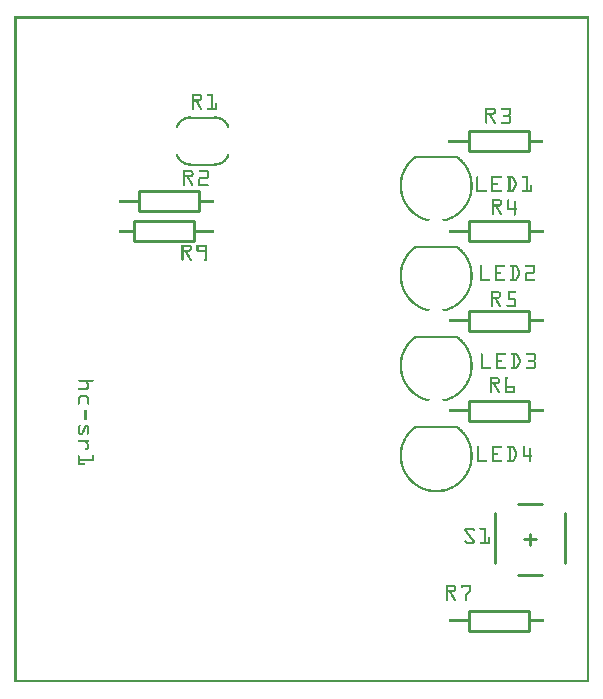
<source format=gto>
G04 MADE WITH FRITZING*
G04 WWW.FRITZING.ORG*
G04 DOUBLE SIDED*
G04 HOLES PLATED*
G04 CONTOUR ON CENTER OF CONTOUR VECTOR*
%ASAXBY*%
%FSLAX23Y23*%
%MOIN*%
%OFA0B0*%
%SFA1.0B1.0*%
%ADD10C,0.008000*%
%ADD11C,0.010000*%
%ADD12C,0.007874*%
%ADD13R,0.001000X0.001000*%
%LNSILK1*%
G90*
G70*
G54D10*
X589Y1883D02*
X667Y1883D01*
D02*
X667Y1726D02*
X589Y1726D01*
G54D11*
D02*
X1516Y238D02*
X1716Y238D01*
D02*
X1716Y238D02*
X1716Y172D01*
D02*
X1716Y172D02*
X1516Y172D01*
D02*
X1516Y172D02*
X1516Y238D01*
D02*
X416Y1638D02*
X616Y1638D01*
D02*
X616Y1638D02*
X616Y1572D01*
D02*
X616Y1572D02*
X416Y1572D01*
D02*
X416Y1572D02*
X416Y1638D01*
D02*
X1516Y938D02*
X1716Y938D01*
D02*
X1716Y938D02*
X1716Y872D01*
D02*
X1716Y872D02*
X1516Y872D01*
D02*
X1516Y872D02*
X1516Y938D01*
D02*
X597Y1472D02*
X397Y1472D01*
D02*
X397Y1472D02*
X397Y1538D01*
D02*
X397Y1538D02*
X597Y1538D01*
D02*
X597Y1538D02*
X597Y1472D01*
D02*
X1516Y1238D02*
X1716Y1238D01*
D02*
X1716Y1238D02*
X1716Y1172D01*
D02*
X1716Y1172D02*
X1516Y1172D01*
D02*
X1516Y1172D02*
X1516Y1238D01*
D02*
X1516Y1538D02*
X1716Y1538D01*
D02*
X1716Y1538D02*
X1716Y1472D01*
D02*
X1716Y1472D02*
X1516Y1472D01*
D02*
X1516Y1472D02*
X1516Y1538D01*
D02*
X1515Y1838D02*
X1715Y1838D01*
D02*
X1715Y1838D02*
X1715Y1772D01*
D02*
X1715Y1772D02*
X1515Y1772D01*
D02*
X1515Y1772D02*
X1515Y1838D01*
D02*
X1679Y595D02*
X1758Y595D01*
D02*
X1600Y398D02*
X1600Y565D01*
D02*
X1836Y398D02*
X1836Y565D01*
D02*
X1679Y359D02*
X1758Y359D01*
D02*
X1699Y477D02*
X1738Y477D01*
D02*
X1718Y496D02*
X1718Y457D01*
G54D12*
X1477Y850D02*
X1335Y850D01*
D02*
X1477Y1150D02*
X1335Y1150D01*
D02*
X1477Y1450D02*
X1335Y1450D01*
D02*
X1477Y1750D02*
X1335Y1750D01*
D02*
G54D13*
X0Y2220D02*
X1915Y2220D01*
X0Y2219D02*
X1915Y2219D01*
X0Y2218D02*
X1915Y2218D01*
X0Y2217D02*
X1915Y2217D01*
X0Y2216D02*
X1915Y2216D01*
X0Y2215D02*
X1915Y2215D01*
X0Y2214D02*
X1915Y2214D01*
X0Y2213D02*
X1915Y2213D01*
X0Y2212D02*
X7Y2212D01*
X1908Y2212D02*
X1915Y2212D01*
X0Y2211D02*
X7Y2211D01*
X1908Y2211D02*
X1915Y2211D01*
X0Y2210D02*
X7Y2210D01*
X1908Y2210D02*
X1915Y2210D01*
X0Y2209D02*
X7Y2209D01*
X1908Y2209D02*
X1915Y2209D01*
X0Y2208D02*
X7Y2208D01*
X1908Y2208D02*
X1915Y2208D01*
X0Y2207D02*
X7Y2207D01*
X1908Y2207D02*
X1915Y2207D01*
X0Y2206D02*
X7Y2206D01*
X1908Y2206D02*
X1915Y2206D01*
X0Y2205D02*
X7Y2205D01*
X1908Y2205D02*
X1915Y2205D01*
X0Y2204D02*
X7Y2204D01*
X1908Y2204D02*
X1915Y2204D01*
X0Y2203D02*
X7Y2203D01*
X1908Y2203D02*
X1915Y2203D01*
X0Y2202D02*
X7Y2202D01*
X1908Y2202D02*
X1915Y2202D01*
X0Y2201D02*
X7Y2201D01*
X1908Y2201D02*
X1915Y2201D01*
X0Y2200D02*
X7Y2200D01*
X1908Y2200D02*
X1915Y2200D01*
X0Y2199D02*
X7Y2199D01*
X1908Y2199D02*
X1915Y2199D01*
X0Y2198D02*
X7Y2198D01*
X1908Y2198D02*
X1915Y2198D01*
X0Y2197D02*
X7Y2197D01*
X1908Y2197D02*
X1915Y2197D01*
X0Y2196D02*
X7Y2196D01*
X1908Y2196D02*
X1915Y2196D01*
X0Y2195D02*
X7Y2195D01*
X1908Y2195D02*
X1915Y2195D01*
X0Y2194D02*
X7Y2194D01*
X1908Y2194D02*
X1915Y2194D01*
X0Y2193D02*
X7Y2193D01*
X1908Y2193D02*
X1915Y2193D01*
X0Y2192D02*
X7Y2192D01*
X1908Y2192D02*
X1915Y2192D01*
X0Y2191D02*
X7Y2191D01*
X1908Y2191D02*
X1915Y2191D01*
X0Y2190D02*
X7Y2190D01*
X1908Y2190D02*
X1915Y2190D01*
X0Y2189D02*
X7Y2189D01*
X1908Y2189D02*
X1915Y2189D01*
X0Y2188D02*
X7Y2188D01*
X1908Y2188D02*
X1915Y2188D01*
X0Y2187D02*
X7Y2187D01*
X1908Y2187D02*
X1915Y2187D01*
X0Y2186D02*
X7Y2186D01*
X1908Y2186D02*
X1915Y2186D01*
X0Y2185D02*
X7Y2185D01*
X1908Y2185D02*
X1915Y2185D01*
X0Y2184D02*
X7Y2184D01*
X1908Y2184D02*
X1915Y2184D01*
X0Y2183D02*
X7Y2183D01*
X1908Y2183D02*
X1915Y2183D01*
X0Y2182D02*
X7Y2182D01*
X1908Y2182D02*
X1915Y2182D01*
X0Y2181D02*
X7Y2181D01*
X1908Y2181D02*
X1915Y2181D01*
X0Y2180D02*
X7Y2180D01*
X1908Y2180D02*
X1915Y2180D01*
X0Y2179D02*
X7Y2179D01*
X1908Y2179D02*
X1915Y2179D01*
X0Y2178D02*
X7Y2178D01*
X1908Y2178D02*
X1915Y2178D01*
X0Y2177D02*
X7Y2177D01*
X1908Y2177D02*
X1915Y2177D01*
X0Y2176D02*
X7Y2176D01*
X1908Y2176D02*
X1915Y2176D01*
X0Y2175D02*
X7Y2175D01*
X1908Y2175D02*
X1915Y2175D01*
X0Y2174D02*
X7Y2174D01*
X1908Y2174D02*
X1915Y2174D01*
X0Y2173D02*
X7Y2173D01*
X1908Y2173D02*
X1915Y2173D01*
X0Y2172D02*
X7Y2172D01*
X1908Y2172D02*
X1915Y2172D01*
X0Y2171D02*
X7Y2171D01*
X1908Y2171D02*
X1915Y2171D01*
X0Y2170D02*
X7Y2170D01*
X1908Y2170D02*
X1915Y2170D01*
X0Y2169D02*
X7Y2169D01*
X1908Y2169D02*
X1915Y2169D01*
X0Y2168D02*
X7Y2168D01*
X1908Y2168D02*
X1915Y2168D01*
X0Y2167D02*
X7Y2167D01*
X1908Y2167D02*
X1915Y2167D01*
X0Y2166D02*
X7Y2166D01*
X1908Y2166D02*
X1915Y2166D01*
X0Y2165D02*
X7Y2165D01*
X1908Y2165D02*
X1915Y2165D01*
X0Y2164D02*
X7Y2164D01*
X1908Y2164D02*
X1915Y2164D01*
X0Y2163D02*
X7Y2163D01*
X1908Y2163D02*
X1915Y2163D01*
X0Y2162D02*
X7Y2162D01*
X1908Y2162D02*
X1915Y2162D01*
X0Y2161D02*
X7Y2161D01*
X1908Y2161D02*
X1915Y2161D01*
X0Y2160D02*
X7Y2160D01*
X1908Y2160D02*
X1915Y2160D01*
X0Y2159D02*
X7Y2159D01*
X1908Y2159D02*
X1915Y2159D01*
X0Y2158D02*
X7Y2158D01*
X1908Y2158D02*
X1915Y2158D01*
X0Y2157D02*
X7Y2157D01*
X1908Y2157D02*
X1915Y2157D01*
X0Y2156D02*
X7Y2156D01*
X1908Y2156D02*
X1915Y2156D01*
X0Y2155D02*
X7Y2155D01*
X1908Y2155D02*
X1915Y2155D01*
X0Y2154D02*
X7Y2154D01*
X1908Y2154D02*
X1915Y2154D01*
X0Y2153D02*
X7Y2153D01*
X1908Y2153D02*
X1915Y2153D01*
X0Y2152D02*
X7Y2152D01*
X1908Y2152D02*
X1915Y2152D01*
X0Y2151D02*
X7Y2151D01*
X1908Y2151D02*
X1915Y2151D01*
X0Y2150D02*
X7Y2150D01*
X1908Y2150D02*
X1915Y2150D01*
X0Y2149D02*
X7Y2149D01*
X1908Y2149D02*
X1915Y2149D01*
X0Y2148D02*
X7Y2148D01*
X1908Y2148D02*
X1915Y2148D01*
X0Y2147D02*
X7Y2147D01*
X1908Y2147D02*
X1915Y2147D01*
X0Y2146D02*
X7Y2146D01*
X1908Y2146D02*
X1915Y2146D01*
X0Y2145D02*
X7Y2145D01*
X1908Y2145D02*
X1915Y2145D01*
X0Y2144D02*
X7Y2144D01*
X1908Y2144D02*
X1915Y2144D01*
X0Y2143D02*
X7Y2143D01*
X1908Y2143D02*
X1915Y2143D01*
X0Y2142D02*
X7Y2142D01*
X1908Y2142D02*
X1915Y2142D01*
X0Y2141D02*
X7Y2141D01*
X1908Y2141D02*
X1915Y2141D01*
X0Y2140D02*
X7Y2140D01*
X1908Y2140D02*
X1915Y2140D01*
X0Y2139D02*
X7Y2139D01*
X1908Y2139D02*
X1915Y2139D01*
X0Y2138D02*
X7Y2138D01*
X1908Y2138D02*
X1915Y2138D01*
X0Y2137D02*
X7Y2137D01*
X1908Y2137D02*
X1915Y2137D01*
X0Y2136D02*
X7Y2136D01*
X1908Y2136D02*
X1915Y2136D01*
X0Y2135D02*
X7Y2135D01*
X1908Y2135D02*
X1915Y2135D01*
X0Y2134D02*
X7Y2134D01*
X1908Y2134D02*
X1915Y2134D01*
X0Y2133D02*
X7Y2133D01*
X1908Y2133D02*
X1915Y2133D01*
X0Y2132D02*
X7Y2132D01*
X1908Y2132D02*
X1915Y2132D01*
X0Y2131D02*
X7Y2131D01*
X1908Y2131D02*
X1915Y2131D01*
X0Y2130D02*
X7Y2130D01*
X1908Y2130D02*
X1915Y2130D01*
X0Y2129D02*
X7Y2129D01*
X1908Y2129D02*
X1915Y2129D01*
X0Y2128D02*
X7Y2128D01*
X1908Y2128D02*
X1915Y2128D01*
X0Y2127D02*
X7Y2127D01*
X1908Y2127D02*
X1915Y2127D01*
X0Y2126D02*
X7Y2126D01*
X1908Y2126D02*
X1915Y2126D01*
X0Y2125D02*
X7Y2125D01*
X1908Y2125D02*
X1915Y2125D01*
X0Y2124D02*
X7Y2124D01*
X1908Y2124D02*
X1915Y2124D01*
X0Y2123D02*
X7Y2123D01*
X1908Y2123D02*
X1915Y2123D01*
X0Y2122D02*
X7Y2122D01*
X1908Y2122D02*
X1915Y2122D01*
X0Y2121D02*
X7Y2121D01*
X1908Y2121D02*
X1915Y2121D01*
X0Y2120D02*
X7Y2120D01*
X1908Y2120D02*
X1915Y2120D01*
X0Y2119D02*
X7Y2119D01*
X1908Y2119D02*
X1915Y2119D01*
X0Y2118D02*
X7Y2118D01*
X1908Y2118D02*
X1915Y2118D01*
X0Y2117D02*
X7Y2117D01*
X1908Y2117D02*
X1915Y2117D01*
X0Y2116D02*
X7Y2116D01*
X1908Y2116D02*
X1915Y2116D01*
X0Y2115D02*
X7Y2115D01*
X1908Y2115D02*
X1915Y2115D01*
X0Y2114D02*
X7Y2114D01*
X1908Y2114D02*
X1915Y2114D01*
X0Y2113D02*
X7Y2113D01*
X1908Y2113D02*
X1915Y2113D01*
X0Y2112D02*
X7Y2112D01*
X1908Y2112D02*
X1915Y2112D01*
X0Y2111D02*
X7Y2111D01*
X1908Y2111D02*
X1915Y2111D01*
X0Y2110D02*
X7Y2110D01*
X1908Y2110D02*
X1915Y2110D01*
X0Y2109D02*
X7Y2109D01*
X1908Y2109D02*
X1915Y2109D01*
X0Y2108D02*
X7Y2108D01*
X1908Y2108D02*
X1915Y2108D01*
X0Y2107D02*
X7Y2107D01*
X1908Y2107D02*
X1915Y2107D01*
X0Y2106D02*
X7Y2106D01*
X1908Y2106D02*
X1915Y2106D01*
X0Y2105D02*
X7Y2105D01*
X1908Y2105D02*
X1915Y2105D01*
X0Y2104D02*
X7Y2104D01*
X1908Y2104D02*
X1915Y2104D01*
X0Y2103D02*
X7Y2103D01*
X1908Y2103D02*
X1915Y2103D01*
X0Y2102D02*
X7Y2102D01*
X1908Y2102D02*
X1915Y2102D01*
X0Y2101D02*
X7Y2101D01*
X1908Y2101D02*
X1915Y2101D01*
X0Y2100D02*
X7Y2100D01*
X1908Y2100D02*
X1915Y2100D01*
X0Y2099D02*
X7Y2099D01*
X1908Y2099D02*
X1915Y2099D01*
X0Y2098D02*
X7Y2098D01*
X1908Y2098D02*
X1915Y2098D01*
X0Y2097D02*
X7Y2097D01*
X1908Y2097D02*
X1915Y2097D01*
X0Y2096D02*
X7Y2096D01*
X1908Y2096D02*
X1915Y2096D01*
X0Y2095D02*
X7Y2095D01*
X1908Y2095D02*
X1915Y2095D01*
X0Y2094D02*
X7Y2094D01*
X1908Y2094D02*
X1915Y2094D01*
X0Y2093D02*
X7Y2093D01*
X1908Y2093D02*
X1915Y2093D01*
X0Y2092D02*
X7Y2092D01*
X1908Y2092D02*
X1915Y2092D01*
X0Y2091D02*
X7Y2091D01*
X1908Y2091D02*
X1915Y2091D01*
X0Y2090D02*
X7Y2090D01*
X1908Y2090D02*
X1915Y2090D01*
X0Y2089D02*
X7Y2089D01*
X1908Y2089D02*
X1915Y2089D01*
X0Y2088D02*
X7Y2088D01*
X1908Y2088D02*
X1915Y2088D01*
X0Y2087D02*
X7Y2087D01*
X1908Y2087D02*
X1915Y2087D01*
X0Y2086D02*
X7Y2086D01*
X1908Y2086D02*
X1915Y2086D01*
X0Y2085D02*
X7Y2085D01*
X1908Y2085D02*
X1915Y2085D01*
X0Y2084D02*
X7Y2084D01*
X1908Y2084D02*
X1915Y2084D01*
X0Y2083D02*
X7Y2083D01*
X1908Y2083D02*
X1915Y2083D01*
X0Y2082D02*
X7Y2082D01*
X1908Y2082D02*
X1915Y2082D01*
X0Y2081D02*
X7Y2081D01*
X1908Y2081D02*
X1915Y2081D01*
X0Y2080D02*
X7Y2080D01*
X1908Y2080D02*
X1915Y2080D01*
X0Y2079D02*
X7Y2079D01*
X1908Y2079D02*
X1915Y2079D01*
X0Y2078D02*
X7Y2078D01*
X1908Y2078D02*
X1915Y2078D01*
X0Y2077D02*
X7Y2077D01*
X1908Y2077D02*
X1915Y2077D01*
X0Y2076D02*
X7Y2076D01*
X1908Y2076D02*
X1915Y2076D01*
X0Y2075D02*
X7Y2075D01*
X1908Y2075D02*
X1915Y2075D01*
X0Y2074D02*
X7Y2074D01*
X1908Y2074D02*
X1915Y2074D01*
X0Y2073D02*
X7Y2073D01*
X1908Y2073D02*
X1915Y2073D01*
X0Y2072D02*
X7Y2072D01*
X1908Y2072D02*
X1915Y2072D01*
X0Y2071D02*
X7Y2071D01*
X1908Y2071D02*
X1915Y2071D01*
X0Y2070D02*
X7Y2070D01*
X1908Y2070D02*
X1915Y2070D01*
X0Y2069D02*
X7Y2069D01*
X1908Y2069D02*
X1915Y2069D01*
X0Y2068D02*
X7Y2068D01*
X1908Y2068D02*
X1915Y2068D01*
X0Y2067D02*
X7Y2067D01*
X1908Y2067D02*
X1915Y2067D01*
X0Y2066D02*
X7Y2066D01*
X1908Y2066D02*
X1915Y2066D01*
X0Y2065D02*
X7Y2065D01*
X1908Y2065D02*
X1915Y2065D01*
X0Y2064D02*
X7Y2064D01*
X1908Y2064D02*
X1915Y2064D01*
X0Y2063D02*
X7Y2063D01*
X1908Y2063D02*
X1915Y2063D01*
X0Y2062D02*
X7Y2062D01*
X1908Y2062D02*
X1915Y2062D01*
X0Y2061D02*
X7Y2061D01*
X1908Y2061D02*
X1915Y2061D01*
X0Y2060D02*
X7Y2060D01*
X1908Y2060D02*
X1915Y2060D01*
X0Y2059D02*
X7Y2059D01*
X1908Y2059D02*
X1915Y2059D01*
X0Y2058D02*
X7Y2058D01*
X1908Y2058D02*
X1915Y2058D01*
X0Y2057D02*
X7Y2057D01*
X1908Y2057D02*
X1915Y2057D01*
X0Y2056D02*
X7Y2056D01*
X1908Y2056D02*
X1915Y2056D01*
X0Y2055D02*
X7Y2055D01*
X1908Y2055D02*
X1915Y2055D01*
X0Y2054D02*
X7Y2054D01*
X1908Y2054D02*
X1915Y2054D01*
X0Y2053D02*
X7Y2053D01*
X1908Y2053D02*
X1915Y2053D01*
X0Y2052D02*
X7Y2052D01*
X1908Y2052D02*
X1915Y2052D01*
X0Y2051D02*
X7Y2051D01*
X1908Y2051D02*
X1915Y2051D01*
X0Y2050D02*
X7Y2050D01*
X1908Y2050D02*
X1915Y2050D01*
X0Y2049D02*
X7Y2049D01*
X1908Y2049D02*
X1915Y2049D01*
X0Y2048D02*
X7Y2048D01*
X1908Y2048D02*
X1915Y2048D01*
X0Y2047D02*
X7Y2047D01*
X1908Y2047D02*
X1915Y2047D01*
X0Y2046D02*
X7Y2046D01*
X1908Y2046D02*
X1915Y2046D01*
X0Y2045D02*
X7Y2045D01*
X1908Y2045D02*
X1915Y2045D01*
X0Y2044D02*
X7Y2044D01*
X1908Y2044D02*
X1915Y2044D01*
X0Y2043D02*
X7Y2043D01*
X1908Y2043D02*
X1915Y2043D01*
X0Y2042D02*
X7Y2042D01*
X1908Y2042D02*
X1915Y2042D01*
X0Y2041D02*
X7Y2041D01*
X1908Y2041D02*
X1915Y2041D01*
X0Y2040D02*
X7Y2040D01*
X1908Y2040D02*
X1915Y2040D01*
X0Y2039D02*
X7Y2039D01*
X1908Y2039D02*
X1915Y2039D01*
X0Y2038D02*
X7Y2038D01*
X1908Y2038D02*
X1915Y2038D01*
X0Y2037D02*
X7Y2037D01*
X1908Y2037D02*
X1915Y2037D01*
X0Y2036D02*
X7Y2036D01*
X1908Y2036D02*
X1915Y2036D01*
X0Y2035D02*
X7Y2035D01*
X1908Y2035D02*
X1915Y2035D01*
X0Y2034D02*
X7Y2034D01*
X1908Y2034D02*
X1915Y2034D01*
X0Y2033D02*
X7Y2033D01*
X1908Y2033D02*
X1915Y2033D01*
X0Y2032D02*
X7Y2032D01*
X1908Y2032D02*
X1915Y2032D01*
X0Y2031D02*
X7Y2031D01*
X1908Y2031D02*
X1915Y2031D01*
X0Y2030D02*
X7Y2030D01*
X1908Y2030D02*
X1915Y2030D01*
X0Y2029D02*
X7Y2029D01*
X1908Y2029D02*
X1915Y2029D01*
X0Y2028D02*
X7Y2028D01*
X1908Y2028D02*
X1915Y2028D01*
X0Y2027D02*
X7Y2027D01*
X1908Y2027D02*
X1915Y2027D01*
X0Y2026D02*
X7Y2026D01*
X1908Y2026D02*
X1915Y2026D01*
X0Y2025D02*
X7Y2025D01*
X1908Y2025D02*
X1915Y2025D01*
X0Y2024D02*
X7Y2024D01*
X1908Y2024D02*
X1915Y2024D01*
X0Y2023D02*
X7Y2023D01*
X1908Y2023D02*
X1915Y2023D01*
X0Y2022D02*
X7Y2022D01*
X1908Y2022D02*
X1915Y2022D01*
X0Y2021D02*
X7Y2021D01*
X1908Y2021D02*
X1915Y2021D01*
X0Y2020D02*
X7Y2020D01*
X1908Y2020D02*
X1915Y2020D01*
X0Y2019D02*
X7Y2019D01*
X1908Y2019D02*
X1915Y2019D01*
X0Y2018D02*
X7Y2018D01*
X1908Y2018D02*
X1915Y2018D01*
X0Y2017D02*
X7Y2017D01*
X1908Y2017D02*
X1915Y2017D01*
X0Y2016D02*
X7Y2016D01*
X1908Y2016D02*
X1915Y2016D01*
X0Y2015D02*
X7Y2015D01*
X1908Y2015D02*
X1915Y2015D01*
X0Y2014D02*
X7Y2014D01*
X1908Y2014D02*
X1915Y2014D01*
X0Y2013D02*
X7Y2013D01*
X1908Y2013D02*
X1915Y2013D01*
X0Y2012D02*
X7Y2012D01*
X1908Y2012D02*
X1915Y2012D01*
X0Y2011D02*
X7Y2011D01*
X1908Y2011D02*
X1915Y2011D01*
X0Y2010D02*
X7Y2010D01*
X1908Y2010D02*
X1915Y2010D01*
X0Y2009D02*
X7Y2009D01*
X1908Y2009D02*
X1915Y2009D01*
X0Y2008D02*
X7Y2008D01*
X1908Y2008D02*
X1915Y2008D01*
X0Y2007D02*
X7Y2007D01*
X1908Y2007D02*
X1915Y2007D01*
X0Y2006D02*
X7Y2006D01*
X1908Y2006D02*
X1915Y2006D01*
X0Y2005D02*
X7Y2005D01*
X1908Y2005D02*
X1915Y2005D01*
X0Y2004D02*
X7Y2004D01*
X1908Y2004D02*
X1915Y2004D01*
X0Y2003D02*
X7Y2003D01*
X1908Y2003D02*
X1915Y2003D01*
X0Y2002D02*
X7Y2002D01*
X1908Y2002D02*
X1915Y2002D01*
X0Y2001D02*
X7Y2001D01*
X1908Y2001D02*
X1915Y2001D01*
X0Y2000D02*
X7Y2000D01*
X1908Y2000D02*
X1915Y2000D01*
X0Y1999D02*
X7Y1999D01*
X1908Y1999D02*
X1915Y1999D01*
X0Y1998D02*
X7Y1998D01*
X1908Y1998D02*
X1915Y1998D01*
X0Y1997D02*
X7Y1997D01*
X1908Y1997D02*
X1915Y1997D01*
X0Y1996D02*
X7Y1996D01*
X1908Y1996D02*
X1915Y1996D01*
X0Y1995D02*
X7Y1995D01*
X1908Y1995D02*
X1915Y1995D01*
X0Y1994D02*
X7Y1994D01*
X1908Y1994D02*
X1915Y1994D01*
X0Y1993D02*
X7Y1993D01*
X1908Y1993D02*
X1915Y1993D01*
X0Y1992D02*
X7Y1992D01*
X1908Y1992D02*
X1915Y1992D01*
X0Y1991D02*
X7Y1991D01*
X1908Y1991D02*
X1915Y1991D01*
X0Y1990D02*
X7Y1990D01*
X1908Y1990D02*
X1915Y1990D01*
X0Y1989D02*
X7Y1989D01*
X1908Y1989D02*
X1915Y1989D01*
X0Y1988D02*
X7Y1988D01*
X1908Y1988D02*
X1915Y1988D01*
X0Y1987D02*
X7Y1987D01*
X1908Y1987D02*
X1915Y1987D01*
X0Y1986D02*
X7Y1986D01*
X1908Y1986D02*
X1915Y1986D01*
X0Y1985D02*
X7Y1985D01*
X1908Y1985D02*
X1915Y1985D01*
X0Y1984D02*
X7Y1984D01*
X1908Y1984D02*
X1915Y1984D01*
X0Y1983D02*
X7Y1983D01*
X1908Y1983D02*
X1915Y1983D01*
X0Y1982D02*
X7Y1982D01*
X1908Y1982D02*
X1915Y1982D01*
X0Y1981D02*
X7Y1981D01*
X1908Y1981D02*
X1915Y1981D01*
X0Y1980D02*
X7Y1980D01*
X1908Y1980D02*
X1915Y1980D01*
X0Y1979D02*
X7Y1979D01*
X1908Y1979D02*
X1915Y1979D01*
X0Y1978D02*
X7Y1978D01*
X1908Y1978D02*
X1915Y1978D01*
X0Y1977D02*
X7Y1977D01*
X1908Y1977D02*
X1915Y1977D01*
X0Y1976D02*
X7Y1976D01*
X1908Y1976D02*
X1915Y1976D01*
X0Y1975D02*
X7Y1975D01*
X1908Y1975D02*
X1915Y1975D01*
X0Y1974D02*
X7Y1974D01*
X1908Y1974D02*
X1915Y1974D01*
X0Y1973D02*
X7Y1973D01*
X1908Y1973D02*
X1915Y1973D01*
X0Y1972D02*
X7Y1972D01*
X1908Y1972D02*
X1915Y1972D01*
X0Y1971D02*
X7Y1971D01*
X1908Y1971D02*
X1915Y1971D01*
X0Y1970D02*
X7Y1970D01*
X1908Y1970D02*
X1915Y1970D01*
X0Y1969D02*
X7Y1969D01*
X1908Y1969D02*
X1915Y1969D01*
X0Y1968D02*
X7Y1968D01*
X1908Y1968D02*
X1915Y1968D01*
X0Y1967D02*
X7Y1967D01*
X1908Y1967D02*
X1915Y1967D01*
X0Y1966D02*
X7Y1966D01*
X1908Y1966D02*
X1915Y1966D01*
X0Y1965D02*
X7Y1965D01*
X1908Y1965D02*
X1915Y1965D01*
X0Y1964D02*
X7Y1964D01*
X1908Y1964D02*
X1915Y1964D01*
X0Y1963D02*
X7Y1963D01*
X1908Y1963D02*
X1915Y1963D01*
X0Y1962D02*
X7Y1962D01*
X1908Y1962D02*
X1915Y1962D01*
X0Y1961D02*
X7Y1961D01*
X592Y1961D02*
X618Y1961D01*
X644Y1961D02*
X662Y1961D01*
X1908Y1961D02*
X1915Y1961D01*
X0Y1960D02*
X7Y1960D01*
X592Y1960D02*
X620Y1960D01*
X643Y1960D02*
X662Y1960D01*
X1908Y1960D02*
X1915Y1960D01*
X0Y1959D02*
X7Y1959D01*
X592Y1959D02*
X622Y1959D01*
X642Y1959D02*
X662Y1959D01*
X1908Y1959D02*
X1915Y1959D01*
X0Y1958D02*
X7Y1958D01*
X592Y1958D02*
X623Y1958D01*
X642Y1958D02*
X662Y1958D01*
X1908Y1958D02*
X1915Y1958D01*
X0Y1957D02*
X7Y1957D01*
X592Y1957D02*
X624Y1957D01*
X642Y1957D02*
X662Y1957D01*
X1908Y1957D02*
X1915Y1957D01*
X0Y1956D02*
X7Y1956D01*
X592Y1956D02*
X624Y1956D01*
X643Y1956D02*
X662Y1956D01*
X1908Y1956D02*
X1915Y1956D01*
X0Y1955D02*
X7Y1955D01*
X592Y1955D02*
X625Y1955D01*
X644Y1955D02*
X662Y1955D01*
X1908Y1955D02*
X1915Y1955D01*
X0Y1954D02*
X7Y1954D01*
X592Y1954D02*
X598Y1954D01*
X618Y1954D02*
X625Y1954D01*
X656Y1954D02*
X662Y1954D01*
X1908Y1954D02*
X1915Y1954D01*
X0Y1953D02*
X7Y1953D01*
X592Y1953D02*
X598Y1953D01*
X619Y1953D02*
X625Y1953D01*
X656Y1953D02*
X662Y1953D01*
X1908Y1953D02*
X1915Y1953D01*
X0Y1952D02*
X7Y1952D01*
X592Y1952D02*
X598Y1952D01*
X619Y1952D02*
X625Y1952D01*
X656Y1952D02*
X662Y1952D01*
X1908Y1952D02*
X1915Y1952D01*
X0Y1951D02*
X7Y1951D01*
X592Y1951D02*
X598Y1951D01*
X619Y1951D02*
X625Y1951D01*
X656Y1951D02*
X662Y1951D01*
X1908Y1951D02*
X1915Y1951D01*
X0Y1950D02*
X7Y1950D01*
X592Y1950D02*
X598Y1950D01*
X619Y1950D02*
X625Y1950D01*
X656Y1950D02*
X662Y1950D01*
X1908Y1950D02*
X1915Y1950D01*
X0Y1949D02*
X7Y1949D01*
X592Y1949D02*
X598Y1949D01*
X619Y1949D02*
X625Y1949D01*
X656Y1949D02*
X662Y1949D01*
X1908Y1949D02*
X1915Y1949D01*
X0Y1948D02*
X7Y1948D01*
X592Y1948D02*
X598Y1948D01*
X619Y1948D02*
X625Y1948D01*
X656Y1948D02*
X662Y1948D01*
X1908Y1948D02*
X1915Y1948D01*
X0Y1947D02*
X7Y1947D01*
X592Y1947D02*
X598Y1947D01*
X619Y1947D02*
X625Y1947D01*
X656Y1947D02*
X662Y1947D01*
X1908Y1947D02*
X1915Y1947D01*
X0Y1946D02*
X7Y1946D01*
X592Y1946D02*
X598Y1946D01*
X619Y1946D02*
X625Y1946D01*
X656Y1946D02*
X662Y1946D01*
X1908Y1946D02*
X1915Y1946D01*
X0Y1945D02*
X7Y1945D01*
X592Y1945D02*
X598Y1945D01*
X618Y1945D02*
X625Y1945D01*
X656Y1945D02*
X662Y1945D01*
X1908Y1945D02*
X1915Y1945D01*
X0Y1944D02*
X7Y1944D01*
X592Y1944D02*
X598Y1944D01*
X616Y1944D02*
X625Y1944D01*
X656Y1944D02*
X662Y1944D01*
X1908Y1944D02*
X1915Y1944D01*
X0Y1943D02*
X7Y1943D01*
X592Y1943D02*
X624Y1943D01*
X656Y1943D02*
X662Y1943D01*
X1908Y1943D02*
X1915Y1943D01*
X0Y1942D02*
X7Y1942D01*
X592Y1942D02*
X624Y1942D01*
X656Y1942D02*
X662Y1942D01*
X1908Y1942D02*
X1915Y1942D01*
X0Y1941D02*
X7Y1941D01*
X592Y1941D02*
X623Y1941D01*
X656Y1941D02*
X662Y1941D01*
X1908Y1941D02*
X1915Y1941D01*
X0Y1940D02*
X7Y1940D01*
X592Y1940D02*
X622Y1940D01*
X656Y1940D02*
X662Y1940D01*
X1908Y1940D02*
X1915Y1940D01*
X0Y1939D02*
X7Y1939D01*
X592Y1939D02*
X621Y1939D01*
X656Y1939D02*
X662Y1939D01*
X1908Y1939D02*
X1915Y1939D01*
X0Y1938D02*
X7Y1938D01*
X592Y1938D02*
X619Y1938D01*
X656Y1938D02*
X662Y1938D01*
X1908Y1938D02*
X1915Y1938D01*
X0Y1937D02*
X7Y1937D01*
X592Y1937D02*
X616Y1937D01*
X656Y1937D02*
X662Y1937D01*
X1908Y1937D02*
X1915Y1937D01*
X0Y1936D02*
X7Y1936D01*
X592Y1936D02*
X598Y1936D01*
X604Y1936D02*
X611Y1936D01*
X656Y1936D02*
X662Y1936D01*
X1908Y1936D02*
X1915Y1936D01*
X0Y1935D02*
X7Y1935D01*
X592Y1935D02*
X598Y1935D01*
X605Y1935D02*
X612Y1935D01*
X656Y1935D02*
X662Y1935D01*
X1908Y1935D02*
X1915Y1935D01*
X0Y1934D02*
X7Y1934D01*
X592Y1934D02*
X598Y1934D01*
X605Y1934D02*
X613Y1934D01*
X656Y1934D02*
X662Y1934D01*
X1908Y1934D02*
X1915Y1934D01*
X0Y1933D02*
X7Y1933D01*
X592Y1933D02*
X598Y1933D01*
X606Y1933D02*
X613Y1933D01*
X656Y1933D02*
X662Y1933D01*
X1908Y1933D02*
X1915Y1933D01*
X0Y1932D02*
X7Y1932D01*
X592Y1932D02*
X598Y1932D01*
X606Y1932D02*
X614Y1932D01*
X656Y1932D02*
X662Y1932D01*
X672Y1932D02*
X673Y1932D01*
X1908Y1932D02*
X1915Y1932D01*
X0Y1931D02*
X7Y1931D01*
X592Y1931D02*
X598Y1931D01*
X607Y1931D02*
X614Y1931D01*
X656Y1931D02*
X662Y1931D01*
X671Y1931D02*
X675Y1931D01*
X1908Y1931D02*
X1915Y1931D01*
X0Y1930D02*
X7Y1930D01*
X592Y1930D02*
X598Y1930D01*
X608Y1930D02*
X615Y1930D01*
X656Y1930D02*
X662Y1930D01*
X670Y1930D02*
X675Y1930D01*
X1908Y1930D02*
X1915Y1930D01*
X0Y1929D02*
X7Y1929D01*
X592Y1929D02*
X598Y1929D01*
X608Y1929D02*
X615Y1929D01*
X656Y1929D02*
X662Y1929D01*
X670Y1929D02*
X676Y1929D01*
X1908Y1929D02*
X1915Y1929D01*
X0Y1928D02*
X7Y1928D01*
X592Y1928D02*
X598Y1928D01*
X609Y1928D02*
X616Y1928D01*
X656Y1928D02*
X662Y1928D01*
X670Y1928D02*
X676Y1928D01*
X1908Y1928D02*
X1915Y1928D01*
X0Y1927D02*
X7Y1927D01*
X592Y1927D02*
X598Y1927D01*
X609Y1927D02*
X617Y1927D01*
X656Y1927D02*
X662Y1927D01*
X670Y1927D02*
X676Y1927D01*
X1908Y1927D02*
X1915Y1927D01*
X0Y1926D02*
X7Y1926D01*
X592Y1926D02*
X598Y1926D01*
X610Y1926D02*
X617Y1926D01*
X656Y1926D02*
X662Y1926D01*
X670Y1926D02*
X676Y1926D01*
X1908Y1926D02*
X1915Y1926D01*
X0Y1925D02*
X7Y1925D01*
X592Y1925D02*
X598Y1925D01*
X611Y1925D02*
X618Y1925D01*
X656Y1925D02*
X662Y1925D01*
X670Y1925D02*
X676Y1925D01*
X1908Y1925D02*
X1915Y1925D01*
X0Y1924D02*
X7Y1924D01*
X592Y1924D02*
X598Y1924D01*
X611Y1924D02*
X618Y1924D01*
X656Y1924D02*
X662Y1924D01*
X670Y1924D02*
X676Y1924D01*
X1908Y1924D02*
X1915Y1924D01*
X0Y1923D02*
X7Y1923D01*
X592Y1923D02*
X598Y1923D01*
X612Y1923D02*
X619Y1923D01*
X656Y1923D02*
X662Y1923D01*
X670Y1923D02*
X676Y1923D01*
X1908Y1923D02*
X1915Y1923D01*
X0Y1922D02*
X7Y1922D01*
X592Y1922D02*
X598Y1922D01*
X612Y1922D02*
X620Y1922D01*
X656Y1922D02*
X662Y1922D01*
X670Y1922D02*
X676Y1922D01*
X1908Y1922D02*
X1915Y1922D01*
X0Y1921D02*
X7Y1921D01*
X592Y1921D02*
X598Y1921D01*
X613Y1921D02*
X620Y1921D01*
X656Y1921D02*
X662Y1921D01*
X670Y1921D02*
X676Y1921D01*
X1908Y1921D02*
X1915Y1921D01*
X0Y1920D02*
X7Y1920D01*
X592Y1920D02*
X598Y1920D01*
X613Y1920D02*
X621Y1920D01*
X656Y1920D02*
X662Y1920D01*
X670Y1920D02*
X676Y1920D01*
X1908Y1920D02*
X1915Y1920D01*
X0Y1919D02*
X7Y1919D01*
X592Y1919D02*
X598Y1919D01*
X614Y1919D02*
X621Y1919D01*
X656Y1919D02*
X662Y1919D01*
X670Y1919D02*
X676Y1919D01*
X1908Y1919D02*
X1915Y1919D01*
X0Y1918D02*
X7Y1918D01*
X592Y1918D02*
X598Y1918D01*
X615Y1918D02*
X622Y1918D01*
X656Y1918D02*
X662Y1918D01*
X670Y1918D02*
X676Y1918D01*
X1908Y1918D02*
X1915Y1918D01*
X0Y1917D02*
X7Y1917D01*
X592Y1917D02*
X598Y1917D01*
X615Y1917D02*
X622Y1917D01*
X656Y1917D02*
X662Y1917D01*
X670Y1917D02*
X676Y1917D01*
X1908Y1917D02*
X1915Y1917D01*
X0Y1916D02*
X7Y1916D01*
X592Y1916D02*
X598Y1916D01*
X616Y1916D02*
X623Y1916D01*
X656Y1916D02*
X662Y1916D01*
X670Y1916D02*
X676Y1916D01*
X1571Y1916D02*
X1595Y1916D01*
X1623Y1916D02*
X1649Y1916D01*
X1908Y1916D02*
X1915Y1916D01*
X0Y1915D02*
X7Y1915D01*
X592Y1915D02*
X598Y1915D01*
X616Y1915D02*
X624Y1915D01*
X656Y1915D02*
X662Y1915D01*
X670Y1915D02*
X676Y1915D01*
X1570Y1915D02*
X1598Y1915D01*
X1621Y1915D02*
X1651Y1915D01*
X1908Y1915D02*
X1915Y1915D01*
X0Y1914D02*
X7Y1914D01*
X592Y1914D02*
X598Y1914D01*
X617Y1914D02*
X624Y1914D01*
X644Y1914D02*
X676Y1914D01*
X1570Y1914D02*
X1600Y1914D01*
X1621Y1914D02*
X1652Y1914D01*
X1908Y1914D02*
X1915Y1914D01*
X0Y1913D02*
X7Y1913D01*
X592Y1913D02*
X598Y1913D01*
X618Y1913D02*
X625Y1913D01*
X643Y1913D02*
X676Y1913D01*
X1570Y1913D02*
X1601Y1913D01*
X1621Y1913D02*
X1653Y1913D01*
X1908Y1913D02*
X1915Y1913D01*
X0Y1912D02*
X7Y1912D01*
X592Y1912D02*
X598Y1912D01*
X618Y1912D02*
X625Y1912D01*
X642Y1912D02*
X676Y1912D01*
X1570Y1912D02*
X1602Y1912D01*
X1621Y1912D02*
X1653Y1912D01*
X1908Y1912D02*
X1915Y1912D01*
X0Y1911D02*
X7Y1911D01*
X592Y1911D02*
X598Y1911D01*
X619Y1911D02*
X625Y1911D01*
X642Y1911D02*
X676Y1911D01*
X1570Y1911D02*
X1602Y1911D01*
X1621Y1911D02*
X1654Y1911D01*
X1908Y1911D02*
X1915Y1911D01*
X0Y1910D02*
X7Y1910D01*
X592Y1910D02*
X598Y1910D01*
X619Y1910D02*
X625Y1910D01*
X642Y1910D02*
X675Y1910D01*
X1570Y1910D02*
X1603Y1910D01*
X1622Y1910D02*
X1654Y1910D01*
X1908Y1910D02*
X1915Y1910D01*
X0Y1909D02*
X7Y1909D01*
X593Y1909D02*
X597Y1909D01*
X620Y1909D02*
X625Y1909D01*
X643Y1909D02*
X675Y1909D01*
X1570Y1909D02*
X1577Y1909D01*
X1595Y1909D02*
X1603Y1909D01*
X1648Y1909D02*
X1654Y1909D01*
X1908Y1909D02*
X1915Y1909D01*
X0Y1908D02*
X7Y1908D01*
X594Y1908D02*
X596Y1908D01*
X621Y1908D02*
X624Y1908D01*
X644Y1908D02*
X674Y1908D01*
X1570Y1908D02*
X1576Y1908D01*
X1597Y1908D02*
X1604Y1908D01*
X1648Y1908D02*
X1654Y1908D01*
X1908Y1908D02*
X1915Y1908D01*
X0Y1907D02*
X7Y1907D01*
X1570Y1907D02*
X1576Y1907D01*
X1598Y1907D02*
X1604Y1907D01*
X1648Y1907D02*
X1654Y1907D01*
X1908Y1907D02*
X1915Y1907D01*
X0Y1906D02*
X7Y1906D01*
X1570Y1906D02*
X1576Y1906D01*
X1598Y1906D02*
X1604Y1906D01*
X1648Y1906D02*
X1654Y1906D01*
X1908Y1906D02*
X1915Y1906D01*
X0Y1905D02*
X7Y1905D01*
X1570Y1905D02*
X1576Y1905D01*
X1598Y1905D02*
X1604Y1905D01*
X1648Y1905D02*
X1654Y1905D01*
X1908Y1905D02*
X1915Y1905D01*
X0Y1904D02*
X7Y1904D01*
X1570Y1904D02*
X1576Y1904D01*
X1598Y1904D02*
X1604Y1904D01*
X1648Y1904D02*
X1654Y1904D01*
X1908Y1904D02*
X1915Y1904D01*
X0Y1903D02*
X7Y1903D01*
X1570Y1903D02*
X1576Y1903D01*
X1598Y1903D02*
X1604Y1903D01*
X1648Y1903D02*
X1654Y1903D01*
X1908Y1903D02*
X1915Y1903D01*
X0Y1902D02*
X7Y1902D01*
X1570Y1902D02*
X1576Y1902D01*
X1598Y1902D02*
X1604Y1902D01*
X1648Y1902D02*
X1654Y1902D01*
X1908Y1902D02*
X1915Y1902D01*
X0Y1901D02*
X7Y1901D01*
X1570Y1901D02*
X1576Y1901D01*
X1598Y1901D02*
X1604Y1901D01*
X1648Y1901D02*
X1654Y1901D01*
X1908Y1901D02*
X1915Y1901D01*
X0Y1900D02*
X7Y1900D01*
X1570Y1900D02*
X1576Y1900D01*
X1597Y1900D02*
X1604Y1900D01*
X1648Y1900D02*
X1654Y1900D01*
X1908Y1900D02*
X1915Y1900D01*
X0Y1899D02*
X7Y1899D01*
X1570Y1899D02*
X1576Y1899D01*
X1596Y1899D02*
X1603Y1899D01*
X1648Y1899D02*
X1654Y1899D01*
X1908Y1899D02*
X1915Y1899D01*
X0Y1898D02*
X7Y1898D01*
X1570Y1898D02*
X1603Y1898D01*
X1648Y1898D02*
X1654Y1898D01*
X1908Y1898D02*
X1915Y1898D01*
X0Y1897D02*
X7Y1897D01*
X1570Y1897D02*
X1603Y1897D01*
X1648Y1897D02*
X1654Y1897D01*
X1908Y1897D02*
X1915Y1897D01*
X0Y1896D02*
X7Y1896D01*
X1570Y1896D02*
X1602Y1896D01*
X1648Y1896D02*
X1654Y1896D01*
X1908Y1896D02*
X1915Y1896D01*
X0Y1895D02*
X7Y1895D01*
X1570Y1895D02*
X1601Y1895D01*
X1648Y1895D02*
X1654Y1895D01*
X1908Y1895D02*
X1915Y1895D01*
X0Y1894D02*
X7Y1894D01*
X1570Y1894D02*
X1600Y1894D01*
X1647Y1894D02*
X1654Y1894D01*
X1908Y1894D02*
X1915Y1894D01*
X0Y1893D02*
X7Y1893D01*
X1570Y1893D02*
X1599Y1893D01*
X1646Y1893D02*
X1654Y1893D01*
X1908Y1893D02*
X1915Y1893D01*
X0Y1892D02*
X7Y1892D01*
X1570Y1892D02*
X1597Y1892D01*
X1629Y1892D02*
X1653Y1892D01*
X1908Y1892D02*
X1915Y1892D01*
X0Y1891D02*
X7Y1891D01*
X1570Y1891D02*
X1576Y1891D01*
X1582Y1891D02*
X1590Y1891D01*
X1628Y1891D02*
X1653Y1891D01*
X1908Y1891D02*
X1915Y1891D01*
X0Y1890D02*
X7Y1890D01*
X1570Y1890D02*
X1576Y1890D01*
X1583Y1890D02*
X1590Y1890D01*
X1628Y1890D02*
X1652Y1890D01*
X1908Y1890D02*
X1915Y1890D01*
X0Y1889D02*
X7Y1889D01*
X1570Y1889D02*
X1576Y1889D01*
X1584Y1889D02*
X1591Y1889D01*
X1627Y1889D02*
X1652Y1889D01*
X1908Y1889D02*
X1915Y1889D01*
X0Y1888D02*
X7Y1888D01*
X1570Y1888D02*
X1576Y1888D01*
X1584Y1888D02*
X1591Y1888D01*
X1628Y1888D02*
X1652Y1888D01*
X1908Y1888D02*
X1915Y1888D01*
X0Y1887D02*
X7Y1887D01*
X580Y1887D02*
X587Y1887D01*
X667Y1887D02*
X674Y1887D01*
X1570Y1887D02*
X1576Y1887D01*
X1585Y1887D02*
X1592Y1887D01*
X1628Y1887D02*
X1653Y1887D01*
X1908Y1887D02*
X1915Y1887D01*
X0Y1886D02*
X7Y1886D01*
X575Y1886D02*
X587Y1886D01*
X667Y1886D02*
X679Y1886D01*
X1570Y1886D02*
X1576Y1886D01*
X1585Y1886D02*
X1593Y1886D01*
X1629Y1886D02*
X1653Y1886D01*
X1908Y1886D02*
X1915Y1886D01*
X0Y1885D02*
X7Y1885D01*
X572Y1885D02*
X587Y1885D01*
X667Y1885D02*
X683Y1885D01*
X1570Y1885D02*
X1576Y1885D01*
X1586Y1885D02*
X1593Y1885D01*
X1646Y1885D02*
X1654Y1885D01*
X1908Y1885D02*
X1915Y1885D01*
X0Y1884D02*
X7Y1884D01*
X569Y1884D02*
X587Y1884D01*
X667Y1884D02*
X685Y1884D01*
X1570Y1884D02*
X1576Y1884D01*
X1587Y1884D02*
X1594Y1884D01*
X1647Y1884D02*
X1654Y1884D01*
X1908Y1884D02*
X1915Y1884D01*
X0Y1883D02*
X7Y1883D01*
X567Y1883D02*
X587Y1883D01*
X667Y1883D02*
X688Y1883D01*
X1570Y1883D02*
X1576Y1883D01*
X1587Y1883D02*
X1594Y1883D01*
X1648Y1883D02*
X1654Y1883D01*
X1908Y1883D02*
X1915Y1883D01*
X0Y1882D02*
X7Y1882D01*
X565Y1882D02*
X587Y1882D01*
X667Y1882D02*
X690Y1882D01*
X1570Y1882D02*
X1576Y1882D01*
X1588Y1882D02*
X1595Y1882D01*
X1648Y1882D02*
X1654Y1882D01*
X1908Y1882D02*
X1915Y1882D01*
X0Y1881D02*
X7Y1881D01*
X563Y1881D02*
X587Y1881D01*
X667Y1881D02*
X692Y1881D01*
X1570Y1881D02*
X1576Y1881D01*
X1588Y1881D02*
X1595Y1881D01*
X1648Y1881D02*
X1654Y1881D01*
X1908Y1881D02*
X1915Y1881D01*
X0Y1880D02*
X7Y1880D01*
X561Y1880D02*
X587Y1880D01*
X667Y1880D02*
X694Y1880D01*
X1570Y1880D02*
X1576Y1880D01*
X1589Y1880D02*
X1596Y1880D01*
X1648Y1880D02*
X1654Y1880D01*
X1908Y1880D02*
X1915Y1880D01*
X0Y1879D02*
X7Y1879D01*
X560Y1879D02*
X579Y1879D01*
X675Y1879D02*
X695Y1879D01*
X1570Y1879D02*
X1576Y1879D01*
X1589Y1879D02*
X1597Y1879D01*
X1648Y1879D02*
X1654Y1879D01*
X1908Y1879D02*
X1915Y1879D01*
X0Y1878D02*
X7Y1878D01*
X558Y1878D02*
X575Y1878D01*
X680Y1878D02*
X697Y1878D01*
X1570Y1878D02*
X1576Y1878D01*
X1590Y1878D02*
X1597Y1878D01*
X1648Y1878D02*
X1654Y1878D01*
X1908Y1878D02*
X1915Y1878D01*
X0Y1877D02*
X7Y1877D01*
X557Y1877D02*
X572Y1877D01*
X683Y1877D02*
X698Y1877D01*
X1570Y1877D02*
X1576Y1877D01*
X1591Y1877D02*
X1598Y1877D01*
X1648Y1877D02*
X1654Y1877D01*
X1908Y1877D02*
X1915Y1877D01*
X0Y1876D02*
X7Y1876D01*
X555Y1876D02*
X569Y1876D01*
X686Y1876D02*
X699Y1876D01*
X1570Y1876D02*
X1576Y1876D01*
X1591Y1876D02*
X1598Y1876D01*
X1648Y1876D02*
X1654Y1876D01*
X1908Y1876D02*
X1915Y1876D01*
X0Y1875D02*
X7Y1875D01*
X554Y1875D02*
X567Y1875D01*
X688Y1875D02*
X701Y1875D01*
X1570Y1875D02*
X1576Y1875D01*
X1592Y1875D02*
X1599Y1875D01*
X1648Y1875D02*
X1654Y1875D01*
X1908Y1875D02*
X1915Y1875D01*
X0Y1874D02*
X7Y1874D01*
X553Y1874D02*
X565Y1874D01*
X690Y1874D02*
X702Y1874D01*
X1570Y1874D02*
X1576Y1874D01*
X1592Y1874D02*
X1600Y1874D01*
X1648Y1874D02*
X1654Y1874D01*
X1908Y1874D02*
X1915Y1874D01*
X0Y1873D02*
X7Y1873D01*
X552Y1873D02*
X563Y1873D01*
X691Y1873D02*
X703Y1873D01*
X1570Y1873D02*
X1576Y1873D01*
X1593Y1873D02*
X1600Y1873D01*
X1648Y1873D02*
X1654Y1873D01*
X1908Y1873D02*
X1915Y1873D01*
X0Y1872D02*
X7Y1872D01*
X551Y1872D02*
X562Y1872D01*
X693Y1872D02*
X704Y1872D01*
X1570Y1872D02*
X1576Y1872D01*
X1594Y1872D02*
X1601Y1872D01*
X1648Y1872D02*
X1654Y1872D01*
X1908Y1872D02*
X1915Y1872D01*
X0Y1871D02*
X7Y1871D01*
X550Y1871D02*
X560Y1871D01*
X694Y1871D02*
X705Y1871D01*
X1570Y1871D02*
X1576Y1871D01*
X1594Y1871D02*
X1601Y1871D01*
X1648Y1871D02*
X1654Y1871D01*
X1908Y1871D02*
X1915Y1871D01*
X0Y1870D02*
X7Y1870D01*
X549Y1870D02*
X559Y1870D01*
X696Y1870D02*
X706Y1870D01*
X1570Y1870D02*
X1576Y1870D01*
X1595Y1870D02*
X1602Y1870D01*
X1648Y1870D02*
X1654Y1870D01*
X1908Y1870D02*
X1915Y1870D01*
X0Y1869D02*
X7Y1869D01*
X548Y1869D02*
X558Y1869D01*
X697Y1869D02*
X707Y1869D01*
X1570Y1869D02*
X1576Y1869D01*
X1595Y1869D02*
X1602Y1869D01*
X1624Y1869D02*
X1654Y1869D01*
X1908Y1869D02*
X1915Y1869D01*
X0Y1868D02*
X7Y1868D01*
X547Y1868D02*
X557Y1868D01*
X698Y1868D02*
X708Y1868D01*
X1570Y1868D02*
X1576Y1868D01*
X1596Y1868D02*
X1603Y1868D01*
X1622Y1868D02*
X1654Y1868D01*
X1908Y1868D02*
X1915Y1868D01*
X0Y1867D02*
X7Y1867D01*
X546Y1867D02*
X556Y1867D01*
X699Y1867D02*
X708Y1867D01*
X1570Y1867D02*
X1576Y1867D01*
X1596Y1867D02*
X1604Y1867D01*
X1621Y1867D02*
X1654Y1867D01*
X1908Y1867D02*
X1915Y1867D01*
X0Y1866D02*
X7Y1866D01*
X546Y1866D02*
X555Y1866D01*
X700Y1866D02*
X709Y1866D01*
X1570Y1866D02*
X1576Y1866D01*
X1597Y1866D02*
X1604Y1866D01*
X1621Y1866D02*
X1653Y1866D01*
X1908Y1866D02*
X1915Y1866D01*
X0Y1865D02*
X7Y1865D01*
X545Y1865D02*
X554Y1865D01*
X701Y1865D02*
X710Y1865D01*
X1570Y1865D02*
X1576Y1865D01*
X1598Y1865D02*
X1604Y1865D01*
X1621Y1865D02*
X1653Y1865D01*
X1908Y1865D02*
X1915Y1865D01*
X0Y1864D02*
X7Y1864D01*
X544Y1864D02*
X553Y1864D01*
X702Y1864D02*
X711Y1864D01*
X1571Y1864D02*
X1576Y1864D01*
X1598Y1864D02*
X1604Y1864D01*
X1621Y1864D02*
X1652Y1864D01*
X1908Y1864D02*
X1915Y1864D01*
X0Y1863D02*
X7Y1863D01*
X543Y1863D02*
X552Y1863D01*
X703Y1863D02*
X711Y1863D01*
X1572Y1863D02*
X1575Y1863D01*
X1599Y1863D02*
X1603Y1863D01*
X1622Y1863D02*
X1651Y1863D01*
X1908Y1863D02*
X1915Y1863D01*
X0Y1862D02*
X7Y1862D01*
X543Y1862D02*
X551Y1862D01*
X703Y1862D02*
X712Y1862D01*
X1908Y1862D02*
X1915Y1862D01*
X0Y1861D02*
X7Y1861D01*
X542Y1861D02*
X550Y1861D01*
X704Y1861D02*
X712Y1861D01*
X1908Y1861D02*
X1915Y1861D01*
X0Y1860D02*
X7Y1860D01*
X542Y1860D02*
X550Y1860D01*
X705Y1860D02*
X713Y1860D01*
X1908Y1860D02*
X1915Y1860D01*
X0Y1859D02*
X7Y1859D01*
X541Y1859D02*
X549Y1859D01*
X705Y1859D02*
X714Y1859D01*
X1908Y1859D02*
X1915Y1859D01*
X0Y1858D02*
X7Y1858D01*
X541Y1858D02*
X549Y1858D01*
X706Y1858D02*
X714Y1858D01*
X1908Y1858D02*
X1915Y1858D01*
X0Y1857D02*
X7Y1857D01*
X540Y1857D02*
X548Y1857D01*
X707Y1857D02*
X715Y1857D01*
X1908Y1857D02*
X1915Y1857D01*
X0Y1856D02*
X7Y1856D01*
X540Y1856D02*
X547Y1856D01*
X707Y1856D02*
X715Y1856D01*
X1908Y1856D02*
X1915Y1856D01*
X0Y1855D02*
X7Y1855D01*
X539Y1855D02*
X547Y1855D01*
X708Y1855D02*
X715Y1855D01*
X1908Y1855D02*
X1915Y1855D01*
X0Y1854D02*
X7Y1854D01*
X539Y1854D02*
X546Y1854D01*
X708Y1854D02*
X716Y1854D01*
X1908Y1854D02*
X1915Y1854D01*
X0Y1853D02*
X7Y1853D01*
X538Y1853D02*
X546Y1853D01*
X709Y1853D02*
X716Y1853D01*
X1908Y1853D02*
X1915Y1853D01*
X0Y1852D02*
X7Y1852D01*
X538Y1852D02*
X546Y1852D01*
X709Y1852D02*
X717Y1852D01*
X1908Y1852D02*
X1915Y1852D01*
X0Y1851D02*
X7Y1851D01*
X538Y1851D02*
X545Y1851D01*
X709Y1851D02*
X717Y1851D01*
X1908Y1851D02*
X1915Y1851D01*
X0Y1850D02*
X7Y1850D01*
X539Y1850D02*
X545Y1850D01*
X710Y1850D02*
X715Y1850D01*
X1908Y1850D02*
X1915Y1850D01*
X0Y1849D02*
X7Y1849D01*
X542Y1849D02*
X544Y1849D01*
X710Y1849D02*
X712Y1849D01*
X1908Y1849D02*
X1915Y1849D01*
X0Y1848D02*
X7Y1848D01*
X1908Y1848D02*
X1915Y1848D01*
X0Y1847D02*
X7Y1847D01*
X1908Y1847D02*
X1915Y1847D01*
X0Y1846D02*
X7Y1846D01*
X1908Y1846D02*
X1915Y1846D01*
X0Y1845D02*
X7Y1845D01*
X1908Y1845D02*
X1915Y1845D01*
X0Y1844D02*
X7Y1844D01*
X1908Y1844D02*
X1915Y1844D01*
X0Y1843D02*
X7Y1843D01*
X1908Y1843D02*
X1915Y1843D01*
X0Y1842D02*
X7Y1842D01*
X1908Y1842D02*
X1915Y1842D01*
X0Y1841D02*
X7Y1841D01*
X1908Y1841D02*
X1915Y1841D01*
X0Y1840D02*
X7Y1840D01*
X1908Y1840D02*
X1915Y1840D01*
X0Y1839D02*
X7Y1839D01*
X1908Y1839D02*
X1915Y1839D01*
X0Y1838D02*
X7Y1838D01*
X1908Y1838D02*
X1915Y1838D01*
X0Y1837D02*
X7Y1837D01*
X1908Y1837D02*
X1915Y1837D01*
X0Y1836D02*
X7Y1836D01*
X1908Y1836D02*
X1915Y1836D01*
X0Y1835D02*
X7Y1835D01*
X1908Y1835D02*
X1915Y1835D01*
X0Y1834D02*
X7Y1834D01*
X1908Y1834D02*
X1915Y1834D01*
X0Y1833D02*
X7Y1833D01*
X1908Y1833D02*
X1915Y1833D01*
X0Y1832D02*
X7Y1832D01*
X1908Y1832D02*
X1915Y1832D01*
X0Y1831D02*
X7Y1831D01*
X1908Y1831D02*
X1915Y1831D01*
X0Y1830D02*
X7Y1830D01*
X1908Y1830D02*
X1915Y1830D01*
X0Y1829D02*
X7Y1829D01*
X1908Y1829D02*
X1915Y1829D01*
X0Y1828D02*
X7Y1828D01*
X1908Y1828D02*
X1915Y1828D01*
X0Y1827D02*
X7Y1827D01*
X1908Y1827D02*
X1915Y1827D01*
X0Y1826D02*
X7Y1826D01*
X1908Y1826D02*
X1915Y1826D01*
X0Y1825D02*
X7Y1825D01*
X1908Y1825D02*
X1915Y1825D01*
X0Y1824D02*
X7Y1824D01*
X1908Y1824D02*
X1915Y1824D01*
X0Y1823D02*
X7Y1823D01*
X1908Y1823D02*
X1915Y1823D01*
X0Y1822D02*
X7Y1822D01*
X1908Y1822D02*
X1915Y1822D01*
X0Y1821D02*
X7Y1821D01*
X1908Y1821D02*
X1915Y1821D01*
X0Y1820D02*
X7Y1820D01*
X1908Y1820D02*
X1915Y1820D01*
X0Y1819D02*
X7Y1819D01*
X1908Y1819D02*
X1915Y1819D01*
X0Y1818D02*
X7Y1818D01*
X1908Y1818D02*
X1915Y1818D01*
X0Y1817D02*
X7Y1817D01*
X1908Y1817D02*
X1915Y1817D01*
X0Y1816D02*
X7Y1816D01*
X1908Y1816D02*
X1915Y1816D01*
X0Y1815D02*
X7Y1815D01*
X1908Y1815D02*
X1915Y1815D01*
X0Y1814D02*
X7Y1814D01*
X1908Y1814D02*
X1915Y1814D01*
X0Y1813D02*
X7Y1813D01*
X1908Y1813D02*
X1915Y1813D01*
X0Y1812D02*
X7Y1812D01*
X1908Y1812D02*
X1915Y1812D01*
X0Y1811D02*
X7Y1811D01*
X1908Y1811D02*
X1915Y1811D01*
X0Y1810D02*
X7Y1810D01*
X1908Y1810D02*
X1915Y1810D01*
X0Y1809D02*
X7Y1809D01*
X1447Y1809D02*
X1513Y1809D01*
X1714Y1809D02*
X1761Y1809D01*
X1908Y1809D02*
X1915Y1809D01*
X0Y1808D02*
X7Y1808D01*
X1447Y1808D02*
X1513Y1808D01*
X1714Y1808D02*
X1761Y1808D01*
X1908Y1808D02*
X1915Y1808D01*
X0Y1807D02*
X7Y1807D01*
X1447Y1807D02*
X1513Y1807D01*
X1714Y1807D02*
X1761Y1807D01*
X1908Y1807D02*
X1915Y1807D01*
X0Y1806D02*
X7Y1806D01*
X1447Y1806D02*
X1513Y1806D01*
X1714Y1806D02*
X1761Y1806D01*
X1908Y1806D02*
X1915Y1806D01*
X0Y1805D02*
X7Y1805D01*
X1447Y1805D02*
X1513Y1805D01*
X1714Y1805D02*
X1761Y1805D01*
X1908Y1805D02*
X1915Y1805D01*
X0Y1804D02*
X7Y1804D01*
X1447Y1804D02*
X1513Y1804D01*
X1714Y1804D02*
X1761Y1804D01*
X1908Y1804D02*
X1915Y1804D01*
X0Y1803D02*
X7Y1803D01*
X1447Y1803D02*
X1513Y1803D01*
X1714Y1803D02*
X1761Y1803D01*
X1908Y1803D02*
X1915Y1803D01*
X0Y1802D02*
X7Y1802D01*
X1447Y1802D02*
X1513Y1802D01*
X1714Y1802D02*
X1761Y1802D01*
X1908Y1802D02*
X1915Y1802D01*
X0Y1801D02*
X7Y1801D01*
X1447Y1801D02*
X1513Y1801D01*
X1714Y1801D02*
X1761Y1801D01*
X1908Y1801D02*
X1915Y1801D01*
X0Y1800D02*
X7Y1800D01*
X1447Y1800D02*
X1513Y1800D01*
X1715Y1800D02*
X1761Y1800D01*
X1908Y1800D02*
X1915Y1800D01*
X0Y1799D02*
X7Y1799D01*
X1908Y1799D02*
X1915Y1799D01*
X0Y1798D02*
X7Y1798D01*
X1908Y1798D02*
X1915Y1798D01*
X0Y1797D02*
X7Y1797D01*
X1908Y1797D02*
X1915Y1797D01*
X0Y1796D02*
X7Y1796D01*
X1908Y1796D02*
X1915Y1796D01*
X0Y1795D02*
X7Y1795D01*
X1908Y1795D02*
X1915Y1795D01*
X0Y1794D02*
X7Y1794D01*
X1908Y1794D02*
X1915Y1794D01*
X0Y1793D02*
X7Y1793D01*
X1908Y1793D02*
X1915Y1793D01*
X0Y1792D02*
X7Y1792D01*
X1908Y1792D02*
X1915Y1792D01*
X0Y1791D02*
X7Y1791D01*
X1908Y1791D02*
X1915Y1791D01*
X0Y1790D02*
X7Y1790D01*
X1908Y1790D02*
X1915Y1790D01*
X0Y1789D02*
X7Y1789D01*
X1908Y1789D02*
X1915Y1789D01*
X0Y1788D02*
X7Y1788D01*
X1908Y1788D02*
X1915Y1788D01*
X0Y1787D02*
X7Y1787D01*
X1908Y1787D02*
X1915Y1787D01*
X0Y1786D02*
X7Y1786D01*
X1908Y1786D02*
X1915Y1786D01*
X0Y1785D02*
X7Y1785D01*
X1908Y1785D02*
X1915Y1785D01*
X0Y1784D02*
X7Y1784D01*
X1908Y1784D02*
X1915Y1784D01*
X0Y1783D02*
X7Y1783D01*
X1908Y1783D02*
X1915Y1783D01*
X0Y1782D02*
X7Y1782D01*
X1908Y1782D02*
X1915Y1782D01*
X0Y1781D02*
X7Y1781D01*
X1908Y1781D02*
X1915Y1781D01*
X0Y1780D02*
X7Y1780D01*
X1908Y1780D02*
X1915Y1780D01*
X0Y1779D02*
X7Y1779D01*
X1908Y1779D02*
X1915Y1779D01*
X0Y1778D02*
X7Y1778D01*
X1908Y1778D02*
X1915Y1778D01*
X0Y1777D02*
X7Y1777D01*
X1908Y1777D02*
X1915Y1777D01*
X0Y1776D02*
X7Y1776D01*
X1908Y1776D02*
X1915Y1776D01*
X0Y1775D02*
X7Y1775D01*
X1908Y1775D02*
X1915Y1775D01*
X0Y1774D02*
X7Y1774D01*
X1908Y1774D02*
X1915Y1774D01*
X0Y1773D02*
X7Y1773D01*
X1908Y1773D02*
X1915Y1773D01*
X0Y1772D02*
X7Y1772D01*
X1908Y1772D02*
X1915Y1772D01*
X0Y1771D02*
X7Y1771D01*
X1908Y1771D02*
X1915Y1771D01*
X0Y1770D02*
X7Y1770D01*
X1908Y1770D02*
X1915Y1770D01*
X0Y1769D02*
X7Y1769D01*
X1908Y1769D02*
X1915Y1769D01*
X0Y1768D02*
X7Y1768D01*
X1908Y1768D02*
X1915Y1768D01*
X0Y1767D02*
X7Y1767D01*
X1908Y1767D02*
X1915Y1767D01*
X0Y1766D02*
X7Y1766D01*
X1908Y1766D02*
X1915Y1766D01*
X0Y1765D02*
X7Y1765D01*
X1908Y1765D02*
X1915Y1765D01*
X0Y1764D02*
X7Y1764D01*
X1908Y1764D02*
X1915Y1764D01*
X0Y1763D02*
X7Y1763D01*
X1908Y1763D02*
X1915Y1763D01*
X0Y1762D02*
X7Y1762D01*
X1908Y1762D02*
X1915Y1762D01*
X0Y1761D02*
X7Y1761D01*
X543Y1761D02*
X544Y1761D01*
X710Y1761D02*
X712Y1761D01*
X1908Y1761D02*
X1915Y1761D01*
X0Y1760D02*
X7Y1760D01*
X540Y1760D02*
X545Y1760D01*
X710Y1760D02*
X715Y1760D01*
X1908Y1760D02*
X1915Y1760D01*
X0Y1759D02*
X7Y1759D01*
X538Y1759D02*
X545Y1759D01*
X710Y1759D02*
X717Y1759D01*
X1908Y1759D02*
X1915Y1759D01*
X0Y1758D02*
X7Y1758D01*
X538Y1758D02*
X545Y1758D01*
X709Y1758D02*
X717Y1758D01*
X1908Y1758D02*
X1915Y1758D01*
X0Y1757D02*
X7Y1757D01*
X538Y1757D02*
X546Y1757D01*
X709Y1757D02*
X716Y1757D01*
X1908Y1757D02*
X1915Y1757D01*
X0Y1756D02*
X7Y1756D01*
X539Y1756D02*
X546Y1756D01*
X708Y1756D02*
X716Y1756D01*
X1908Y1756D02*
X1915Y1756D01*
X0Y1755D02*
X7Y1755D01*
X539Y1755D02*
X547Y1755D01*
X708Y1755D02*
X716Y1755D01*
X1908Y1755D02*
X1915Y1755D01*
X0Y1754D02*
X7Y1754D01*
X540Y1754D02*
X547Y1754D01*
X707Y1754D02*
X715Y1754D01*
X1334Y1754D02*
X1336Y1754D01*
X1908Y1754D02*
X1915Y1754D01*
X0Y1753D02*
X7Y1753D01*
X540Y1753D02*
X548Y1753D01*
X707Y1753D02*
X715Y1753D01*
X1333Y1753D02*
X1337Y1753D01*
X1475Y1753D02*
X1479Y1753D01*
X1908Y1753D02*
X1915Y1753D01*
X0Y1752D02*
X7Y1752D01*
X540Y1752D02*
X548Y1752D01*
X706Y1752D02*
X714Y1752D01*
X1331Y1752D02*
X1338Y1752D01*
X1474Y1752D02*
X1480Y1752D01*
X1908Y1752D02*
X1915Y1752D01*
X0Y1751D02*
X7Y1751D01*
X541Y1751D02*
X549Y1751D01*
X706Y1751D02*
X714Y1751D01*
X1330Y1751D02*
X1338Y1751D01*
X1474Y1751D02*
X1481Y1751D01*
X1908Y1751D02*
X1915Y1751D01*
X0Y1750D02*
X7Y1750D01*
X542Y1750D02*
X550Y1750D01*
X705Y1750D02*
X713Y1750D01*
X1329Y1750D02*
X1338Y1750D01*
X1474Y1750D02*
X1483Y1750D01*
X1908Y1750D02*
X1915Y1750D01*
X0Y1749D02*
X7Y1749D01*
X542Y1749D02*
X550Y1749D01*
X704Y1749D02*
X713Y1749D01*
X1328Y1749D02*
X1338Y1749D01*
X1474Y1749D02*
X1484Y1749D01*
X1908Y1749D02*
X1915Y1749D01*
X0Y1748D02*
X7Y1748D01*
X543Y1748D02*
X551Y1748D01*
X703Y1748D02*
X712Y1748D01*
X1326Y1748D02*
X1338Y1748D01*
X1474Y1748D02*
X1485Y1748D01*
X1908Y1748D02*
X1915Y1748D01*
X0Y1747D02*
X7Y1747D01*
X543Y1747D02*
X552Y1747D01*
X703Y1747D02*
X711Y1747D01*
X1325Y1747D02*
X1337Y1747D01*
X1475Y1747D02*
X1486Y1747D01*
X1908Y1747D02*
X1915Y1747D01*
X0Y1746D02*
X7Y1746D01*
X544Y1746D02*
X553Y1746D01*
X702Y1746D02*
X711Y1746D01*
X1324Y1746D02*
X1335Y1746D01*
X1476Y1746D02*
X1487Y1746D01*
X1908Y1746D02*
X1915Y1746D01*
X0Y1745D02*
X7Y1745D01*
X545Y1745D02*
X554Y1745D01*
X701Y1745D02*
X710Y1745D01*
X1323Y1745D02*
X1334Y1745D01*
X1477Y1745D02*
X1488Y1745D01*
X1908Y1745D02*
X1915Y1745D01*
X0Y1744D02*
X7Y1744D01*
X545Y1744D02*
X555Y1744D01*
X700Y1744D02*
X709Y1744D01*
X1322Y1744D02*
X1333Y1744D01*
X1479Y1744D02*
X1489Y1744D01*
X1908Y1744D02*
X1915Y1744D01*
X0Y1743D02*
X7Y1743D01*
X546Y1743D02*
X555Y1743D01*
X699Y1743D02*
X708Y1743D01*
X1321Y1743D02*
X1332Y1743D01*
X1480Y1743D02*
X1490Y1743D01*
X1908Y1743D02*
X1915Y1743D01*
X0Y1742D02*
X7Y1742D01*
X547Y1742D02*
X557Y1742D01*
X698Y1742D02*
X708Y1742D01*
X1320Y1742D02*
X1331Y1742D01*
X1481Y1742D02*
X1492Y1742D01*
X1908Y1742D02*
X1915Y1742D01*
X0Y1741D02*
X7Y1741D01*
X548Y1741D02*
X558Y1741D01*
X697Y1741D02*
X707Y1741D01*
X1319Y1741D02*
X1329Y1741D01*
X1482Y1741D02*
X1493Y1741D01*
X1908Y1741D02*
X1915Y1741D01*
X0Y1740D02*
X7Y1740D01*
X549Y1740D02*
X559Y1740D01*
X696Y1740D02*
X706Y1740D01*
X1318Y1740D02*
X1328Y1740D01*
X1483Y1740D02*
X1493Y1740D01*
X1908Y1740D02*
X1915Y1740D01*
X0Y1739D02*
X7Y1739D01*
X550Y1739D02*
X560Y1739D01*
X695Y1739D02*
X705Y1739D01*
X1317Y1739D02*
X1327Y1739D01*
X1484Y1739D02*
X1494Y1739D01*
X1908Y1739D02*
X1915Y1739D01*
X0Y1738D02*
X7Y1738D01*
X551Y1738D02*
X562Y1738D01*
X693Y1738D02*
X704Y1738D01*
X1316Y1738D02*
X1326Y1738D01*
X1485Y1738D02*
X1495Y1738D01*
X1908Y1738D02*
X1915Y1738D01*
X0Y1737D02*
X7Y1737D01*
X552Y1737D02*
X563Y1737D01*
X692Y1737D02*
X703Y1737D01*
X1315Y1737D02*
X1325Y1737D01*
X1486Y1737D02*
X1496Y1737D01*
X1908Y1737D02*
X1915Y1737D01*
X0Y1736D02*
X7Y1736D01*
X553Y1736D02*
X565Y1736D01*
X690Y1736D02*
X702Y1736D01*
X1314Y1736D02*
X1324Y1736D01*
X1487Y1736D02*
X1497Y1736D01*
X1908Y1736D02*
X1915Y1736D01*
X0Y1735D02*
X7Y1735D01*
X554Y1735D02*
X567Y1735D01*
X688Y1735D02*
X701Y1735D01*
X1314Y1735D02*
X1323Y1735D01*
X1488Y1735D02*
X1498Y1735D01*
X1908Y1735D02*
X1915Y1735D01*
X0Y1734D02*
X7Y1734D01*
X555Y1734D02*
X569Y1734D01*
X686Y1734D02*
X699Y1734D01*
X1313Y1734D02*
X1322Y1734D01*
X1489Y1734D02*
X1499Y1734D01*
X1908Y1734D02*
X1915Y1734D01*
X0Y1733D02*
X7Y1733D01*
X556Y1733D02*
X571Y1733D01*
X683Y1733D02*
X698Y1733D01*
X1312Y1733D02*
X1321Y1733D01*
X1490Y1733D02*
X1500Y1733D01*
X1908Y1733D02*
X1915Y1733D01*
X0Y1732D02*
X7Y1732D01*
X558Y1732D02*
X574Y1732D01*
X680Y1732D02*
X697Y1732D01*
X1311Y1732D02*
X1320Y1732D01*
X1491Y1732D02*
X1500Y1732D01*
X1908Y1732D02*
X1915Y1732D01*
X0Y1731D02*
X7Y1731D01*
X559Y1731D02*
X579Y1731D01*
X676Y1731D02*
X695Y1731D01*
X1310Y1731D02*
X1319Y1731D01*
X1492Y1731D02*
X1501Y1731D01*
X1908Y1731D02*
X1915Y1731D01*
X0Y1730D02*
X7Y1730D01*
X561Y1730D02*
X587Y1730D01*
X667Y1730D02*
X694Y1730D01*
X1310Y1730D02*
X1319Y1730D01*
X1493Y1730D02*
X1502Y1730D01*
X1908Y1730D02*
X1915Y1730D01*
X0Y1729D02*
X7Y1729D01*
X563Y1729D02*
X587Y1729D01*
X667Y1729D02*
X692Y1729D01*
X1309Y1729D02*
X1318Y1729D01*
X1494Y1729D02*
X1503Y1729D01*
X1908Y1729D02*
X1915Y1729D01*
X0Y1728D02*
X7Y1728D01*
X564Y1728D02*
X587Y1728D01*
X667Y1728D02*
X690Y1728D01*
X1308Y1728D02*
X1317Y1728D01*
X1495Y1728D02*
X1504Y1728D01*
X1908Y1728D02*
X1915Y1728D01*
X0Y1727D02*
X7Y1727D01*
X567Y1727D02*
X587Y1727D01*
X667Y1727D02*
X688Y1727D01*
X1307Y1727D02*
X1316Y1727D01*
X1496Y1727D02*
X1504Y1727D01*
X1908Y1727D02*
X1915Y1727D01*
X0Y1726D02*
X7Y1726D01*
X569Y1726D02*
X587Y1726D01*
X667Y1726D02*
X686Y1726D01*
X1307Y1726D02*
X1315Y1726D01*
X1496Y1726D02*
X1505Y1726D01*
X1908Y1726D02*
X1915Y1726D01*
X0Y1725D02*
X7Y1725D01*
X572Y1725D02*
X587Y1725D01*
X667Y1725D02*
X683Y1725D01*
X1306Y1725D02*
X1315Y1725D01*
X1497Y1725D02*
X1506Y1725D01*
X1908Y1725D02*
X1915Y1725D01*
X0Y1724D02*
X7Y1724D01*
X575Y1724D02*
X587Y1724D01*
X667Y1724D02*
X680Y1724D01*
X1305Y1724D02*
X1314Y1724D01*
X1498Y1724D02*
X1506Y1724D01*
X1908Y1724D02*
X1915Y1724D01*
X0Y1723D02*
X7Y1723D01*
X579Y1723D02*
X587Y1723D01*
X667Y1723D02*
X675Y1723D01*
X1305Y1723D02*
X1313Y1723D01*
X1499Y1723D02*
X1507Y1723D01*
X1908Y1723D02*
X1915Y1723D01*
X0Y1722D02*
X7Y1722D01*
X1304Y1722D02*
X1312Y1722D01*
X1499Y1722D02*
X1508Y1722D01*
X1908Y1722D02*
X1915Y1722D01*
X0Y1721D02*
X7Y1721D01*
X1303Y1721D02*
X1312Y1721D01*
X1500Y1721D02*
X1508Y1721D01*
X1908Y1721D02*
X1915Y1721D01*
X0Y1720D02*
X7Y1720D01*
X1303Y1720D02*
X1311Y1720D01*
X1501Y1720D02*
X1509Y1720D01*
X1908Y1720D02*
X1915Y1720D01*
X0Y1719D02*
X7Y1719D01*
X1302Y1719D02*
X1310Y1719D01*
X1501Y1719D02*
X1510Y1719D01*
X1908Y1719D02*
X1915Y1719D01*
X0Y1718D02*
X7Y1718D01*
X1301Y1718D02*
X1310Y1718D01*
X1502Y1718D02*
X1510Y1718D01*
X1908Y1718D02*
X1915Y1718D01*
X0Y1717D02*
X7Y1717D01*
X1301Y1717D02*
X1309Y1717D01*
X1503Y1717D02*
X1511Y1717D01*
X1908Y1717D02*
X1915Y1717D01*
X0Y1716D02*
X7Y1716D01*
X1300Y1716D02*
X1308Y1716D01*
X1503Y1716D02*
X1511Y1716D01*
X1908Y1716D02*
X1915Y1716D01*
X0Y1715D02*
X7Y1715D01*
X1300Y1715D02*
X1308Y1715D01*
X1504Y1715D02*
X1512Y1715D01*
X1908Y1715D02*
X1915Y1715D01*
X0Y1714D02*
X7Y1714D01*
X1299Y1714D02*
X1307Y1714D01*
X1505Y1714D02*
X1512Y1714D01*
X1908Y1714D02*
X1915Y1714D01*
X0Y1713D02*
X7Y1713D01*
X1299Y1713D02*
X1307Y1713D01*
X1505Y1713D02*
X1513Y1713D01*
X1908Y1713D02*
X1915Y1713D01*
X0Y1712D02*
X7Y1712D01*
X1298Y1712D02*
X1306Y1712D01*
X1506Y1712D02*
X1513Y1712D01*
X1908Y1712D02*
X1915Y1712D01*
X0Y1711D02*
X7Y1711D01*
X1298Y1711D02*
X1305Y1711D01*
X1506Y1711D02*
X1514Y1711D01*
X1908Y1711D02*
X1915Y1711D01*
X0Y1710D02*
X7Y1710D01*
X1297Y1710D02*
X1305Y1710D01*
X1507Y1710D02*
X1514Y1710D01*
X1908Y1710D02*
X1915Y1710D01*
X0Y1709D02*
X7Y1709D01*
X1297Y1709D02*
X1304Y1709D01*
X1507Y1709D02*
X1515Y1709D01*
X1908Y1709D02*
X1915Y1709D01*
X0Y1708D02*
X7Y1708D01*
X563Y1708D02*
X589Y1708D01*
X615Y1708D02*
X642Y1708D01*
X1296Y1708D02*
X1304Y1708D01*
X1508Y1708D02*
X1515Y1708D01*
X1908Y1708D02*
X1915Y1708D01*
X0Y1707D02*
X7Y1707D01*
X563Y1707D02*
X591Y1707D01*
X614Y1707D02*
X644Y1707D01*
X1296Y1707D02*
X1303Y1707D01*
X1508Y1707D02*
X1516Y1707D01*
X1908Y1707D02*
X1915Y1707D01*
X0Y1706D02*
X7Y1706D01*
X563Y1706D02*
X593Y1706D01*
X613Y1706D02*
X645Y1706D01*
X1295Y1706D02*
X1303Y1706D01*
X1509Y1706D02*
X1516Y1706D01*
X1908Y1706D02*
X1915Y1706D01*
X0Y1705D02*
X7Y1705D01*
X563Y1705D02*
X594Y1705D01*
X613Y1705D02*
X646Y1705D01*
X1295Y1705D02*
X1302Y1705D01*
X1509Y1705D02*
X1517Y1705D01*
X1908Y1705D02*
X1915Y1705D01*
X0Y1704D02*
X7Y1704D01*
X563Y1704D02*
X595Y1704D01*
X613Y1704D02*
X646Y1704D01*
X1294Y1704D02*
X1302Y1704D01*
X1510Y1704D02*
X1517Y1704D01*
X1908Y1704D02*
X1915Y1704D01*
X0Y1703D02*
X7Y1703D01*
X563Y1703D02*
X595Y1703D01*
X614Y1703D02*
X647Y1703D01*
X1294Y1703D02*
X1301Y1703D01*
X1510Y1703D02*
X1518Y1703D01*
X1908Y1703D02*
X1915Y1703D01*
X0Y1702D02*
X7Y1702D01*
X563Y1702D02*
X596Y1702D01*
X615Y1702D02*
X647Y1702D01*
X1293Y1702D02*
X1301Y1702D01*
X1511Y1702D02*
X1518Y1702D01*
X1908Y1702D02*
X1915Y1702D01*
X0Y1701D02*
X7Y1701D01*
X563Y1701D02*
X569Y1701D01*
X588Y1701D02*
X596Y1701D01*
X641Y1701D02*
X647Y1701D01*
X1293Y1701D02*
X1300Y1701D01*
X1511Y1701D02*
X1519Y1701D01*
X1908Y1701D02*
X1915Y1701D01*
X0Y1700D02*
X7Y1700D01*
X563Y1700D02*
X569Y1700D01*
X590Y1700D02*
X596Y1700D01*
X641Y1700D02*
X647Y1700D01*
X1293Y1700D02*
X1300Y1700D01*
X1512Y1700D02*
X1519Y1700D01*
X1908Y1700D02*
X1915Y1700D01*
X0Y1699D02*
X7Y1699D01*
X563Y1699D02*
X569Y1699D01*
X590Y1699D02*
X597Y1699D01*
X641Y1699D02*
X647Y1699D01*
X1292Y1699D02*
X1300Y1699D01*
X1512Y1699D02*
X1519Y1699D01*
X1908Y1699D02*
X1915Y1699D01*
X0Y1698D02*
X7Y1698D01*
X563Y1698D02*
X569Y1698D01*
X591Y1698D02*
X597Y1698D01*
X641Y1698D02*
X647Y1698D01*
X1292Y1698D02*
X1299Y1698D01*
X1512Y1698D02*
X1520Y1698D01*
X1908Y1698D02*
X1915Y1698D01*
X0Y1697D02*
X7Y1697D01*
X563Y1697D02*
X569Y1697D01*
X591Y1697D02*
X597Y1697D01*
X641Y1697D02*
X647Y1697D01*
X1292Y1697D02*
X1299Y1697D01*
X1513Y1697D02*
X1520Y1697D01*
X1908Y1697D02*
X1915Y1697D01*
X0Y1696D02*
X7Y1696D01*
X563Y1696D02*
X569Y1696D01*
X591Y1696D02*
X597Y1696D01*
X641Y1696D02*
X647Y1696D01*
X1291Y1696D02*
X1298Y1696D01*
X1513Y1696D02*
X1520Y1696D01*
X1908Y1696D02*
X1915Y1696D01*
X0Y1695D02*
X7Y1695D01*
X563Y1695D02*
X569Y1695D01*
X591Y1695D02*
X597Y1695D01*
X641Y1695D02*
X647Y1695D01*
X1291Y1695D02*
X1298Y1695D01*
X1513Y1695D02*
X1521Y1695D01*
X1908Y1695D02*
X1915Y1695D01*
X0Y1694D02*
X7Y1694D01*
X563Y1694D02*
X569Y1694D01*
X591Y1694D02*
X597Y1694D01*
X641Y1694D02*
X647Y1694D01*
X1291Y1694D02*
X1298Y1694D01*
X1514Y1694D02*
X1521Y1694D01*
X1908Y1694D02*
X1915Y1694D01*
X0Y1693D02*
X7Y1693D01*
X563Y1693D02*
X569Y1693D01*
X590Y1693D02*
X597Y1693D01*
X641Y1693D02*
X647Y1693D01*
X1290Y1693D02*
X1297Y1693D01*
X1514Y1693D02*
X1521Y1693D01*
X1908Y1693D02*
X1915Y1693D01*
X0Y1692D02*
X7Y1692D01*
X563Y1692D02*
X569Y1692D01*
X590Y1692D02*
X596Y1692D01*
X641Y1692D02*
X647Y1692D01*
X1290Y1692D02*
X1297Y1692D01*
X1515Y1692D02*
X1522Y1692D01*
X1908Y1692D02*
X1915Y1692D01*
X0Y1691D02*
X7Y1691D01*
X563Y1691D02*
X569Y1691D01*
X588Y1691D02*
X596Y1691D01*
X641Y1691D02*
X647Y1691D01*
X1290Y1691D02*
X1297Y1691D01*
X1515Y1691D02*
X1522Y1691D01*
X1908Y1691D02*
X1915Y1691D01*
X0Y1690D02*
X7Y1690D01*
X563Y1690D02*
X596Y1690D01*
X641Y1690D02*
X647Y1690D01*
X1289Y1690D02*
X1296Y1690D01*
X1515Y1690D02*
X1522Y1690D01*
X1908Y1690D02*
X1915Y1690D01*
X0Y1689D02*
X7Y1689D01*
X563Y1689D02*
X595Y1689D01*
X641Y1689D02*
X647Y1689D01*
X1289Y1689D02*
X1296Y1689D01*
X1515Y1689D02*
X1523Y1689D01*
X1908Y1689D02*
X1915Y1689D01*
X0Y1688D02*
X7Y1688D01*
X563Y1688D02*
X594Y1688D01*
X641Y1688D02*
X647Y1688D01*
X1289Y1688D02*
X1296Y1688D01*
X1516Y1688D02*
X1523Y1688D01*
X1542Y1688D02*
X1545Y1688D01*
X1590Y1688D02*
X1622Y1688D01*
X1642Y1688D02*
X1659Y1688D01*
X1692Y1688D02*
X1710Y1688D01*
X1908Y1688D02*
X1915Y1688D01*
X0Y1687D02*
X7Y1687D01*
X563Y1687D02*
X594Y1687D01*
X641Y1687D02*
X647Y1687D01*
X1288Y1687D02*
X1295Y1687D01*
X1516Y1687D02*
X1523Y1687D01*
X1541Y1687D02*
X1545Y1687D01*
X1590Y1687D02*
X1623Y1687D01*
X1641Y1687D02*
X1661Y1687D01*
X1691Y1687D02*
X1710Y1687D01*
X1908Y1687D02*
X1915Y1687D01*
X0Y1686D02*
X7Y1686D01*
X563Y1686D02*
X593Y1686D01*
X641Y1686D02*
X647Y1686D01*
X1288Y1686D02*
X1295Y1686D01*
X1516Y1686D02*
X1523Y1686D01*
X1540Y1686D02*
X1546Y1686D01*
X1590Y1686D02*
X1624Y1686D01*
X1641Y1686D02*
X1663Y1686D01*
X1691Y1686D02*
X1710Y1686D01*
X1908Y1686D02*
X1915Y1686D01*
X0Y1685D02*
X7Y1685D01*
X563Y1685D02*
X591Y1685D01*
X641Y1685D02*
X647Y1685D01*
X1288Y1685D02*
X1295Y1685D01*
X1517Y1685D02*
X1524Y1685D01*
X1540Y1685D02*
X1546Y1685D01*
X1590Y1685D02*
X1624Y1685D01*
X1641Y1685D02*
X1664Y1685D01*
X1691Y1685D02*
X1710Y1685D01*
X1908Y1685D02*
X1915Y1685D01*
X0Y1684D02*
X7Y1684D01*
X563Y1684D02*
X589Y1684D01*
X617Y1684D02*
X647Y1684D01*
X1288Y1684D02*
X1295Y1684D01*
X1517Y1684D02*
X1524Y1684D01*
X1540Y1684D02*
X1546Y1684D01*
X1590Y1684D02*
X1624Y1684D01*
X1641Y1684D02*
X1664Y1684D01*
X1691Y1684D02*
X1710Y1684D01*
X1908Y1684D02*
X1915Y1684D01*
X0Y1683D02*
X7Y1683D01*
X563Y1683D02*
X569Y1683D01*
X575Y1683D02*
X582Y1683D01*
X616Y1683D02*
X647Y1683D01*
X1287Y1683D02*
X1294Y1683D01*
X1517Y1683D02*
X1524Y1683D01*
X1540Y1683D02*
X1546Y1683D01*
X1590Y1683D02*
X1623Y1683D01*
X1641Y1683D02*
X1665Y1683D01*
X1691Y1683D02*
X1710Y1683D01*
X1908Y1683D02*
X1915Y1683D01*
X0Y1682D02*
X7Y1682D01*
X563Y1682D02*
X569Y1682D01*
X576Y1682D02*
X583Y1682D01*
X615Y1682D02*
X646Y1682D01*
X1287Y1682D02*
X1294Y1682D01*
X1517Y1682D02*
X1524Y1682D01*
X1540Y1682D02*
X1546Y1682D01*
X1590Y1682D02*
X1622Y1682D01*
X1643Y1682D02*
X1666Y1682D01*
X1693Y1682D02*
X1710Y1682D01*
X1908Y1682D02*
X1915Y1682D01*
X0Y1681D02*
X7Y1681D01*
X563Y1681D02*
X569Y1681D01*
X576Y1681D02*
X584Y1681D01*
X614Y1681D02*
X646Y1681D01*
X1287Y1681D02*
X1294Y1681D01*
X1518Y1681D02*
X1525Y1681D01*
X1540Y1681D02*
X1546Y1681D01*
X1590Y1681D02*
X1596Y1681D01*
X1647Y1681D02*
X1653Y1681D01*
X1659Y1681D02*
X1666Y1681D01*
X1704Y1681D02*
X1710Y1681D01*
X1908Y1681D02*
X1915Y1681D01*
X0Y1680D02*
X7Y1680D01*
X563Y1680D02*
X569Y1680D01*
X577Y1680D02*
X584Y1680D01*
X614Y1680D02*
X645Y1680D01*
X1287Y1680D02*
X1294Y1680D01*
X1518Y1680D02*
X1525Y1680D01*
X1540Y1680D02*
X1546Y1680D01*
X1590Y1680D02*
X1596Y1680D01*
X1647Y1680D02*
X1653Y1680D01*
X1660Y1680D02*
X1667Y1680D01*
X1704Y1680D02*
X1710Y1680D01*
X1908Y1680D02*
X1915Y1680D01*
X0Y1679D02*
X7Y1679D01*
X563Y1679D02*
X569Y1679D01*
X578Y1679D02*
X585Y1679D01*
X613Y1679D02*
X644Y1679D01*
X1287Y1679D02*
X1293Y1679D01*
X1518Y1679D02*
X1525Y1679D01*
X1540Y1679D02*
X1546Y1679D01*
X1590Y1679D02*
X1596Y1679D01*
X1647Y1679D02*
X1653Y1679D01*
X1660Y1679D02*
X1667Y1679D01*
X1704Y1679D02*
X1710Y1679D01*
X1908Y1679D02*
X1915Y1679D01*
X0Y1678D02*
X7Y1678D01*
X563Y1678D02*
X569Y1678D01*
X578Y1678D02*
X585Y1678D01*
X613Y1678D02*
X641Y1678D01*
X1286Y1678D02*
X1293Y1678D01*
X1518Y1678D02*
X1525Y1678D01*
X1540Y1678D02*
X1546Y1678D01*
X1590Y1678D02*
X1596Y1678D01*
X1647Y1678D02*
X1653Y1678D01*
X1661Y1678D02*
X1668Y1678D01*
X1704Y1678D02*
X1710Y1678D01*
X1908Y1678D02*
X1915Y1678D01*
X0Y1677D02*
X7Y1677D01*
X563Y1677D02*
X569Y1677D01*
X579Y1677D02*
X586Y1677D01*
X613Y1677D02*
X619Y1677D01*
X1286Y1677D02*
X1293Y1677D01*
X1518Y1677D02*
X1525Y1677D01*
X1540Y1677D02*
X1546Y1677D01*
X1590Y1677D02*
X1596Y1677D01*
X1647Y1677D02*
X1653Y1677D01*
X1661Y1677D02*
X1668Y1677D01*
X1704Y1677D02*
X1710Y1677D01*
X1908Y1677D02*
X1915Y1677D01*
X0Y1676D02*
X7Y1676D01*
X563Y1676D02*
X569Y1676D01*
X579Y1676D02*
X586Y1676D01*
X613Y1676D02*
X619Y1676D01*
X1286Y1676D02*
X1293Y1676D01*
X1519Y1676D02*
X1526Y1676D01*
X1540Y1676D02*
X1546Y1676D01*
X1590Y1676D02*
X1596Y1676D01*
X1647Y1676D02*
X1653Y1676D01*
X1662Y1676D02*
X1669Y1676D01*
X1704Y1676D02*
X1710Y1676D01*
X1908Y1676D02*
X1915Y1676D01*
X0Y1675D02*
X7Y1675D01*
X563Y1675D02*
X569Y1675D01*
X580Y1675D02*
X587Y1675D01*
X613Y1675D02*
X619Y1675D01*
X1286Y1675D02*
X1293Y1675D01*
X1519Y1675D02*
X1526Y1675D01*
X1540Y1675D02*
X1546Y1675D01*
X1590Y1675D02*
X1596Y1675D01*
X1647Y1675D02*
X1653Y1675D01*
X1662Y1675D02*
X1669Y1675D01*
X1704Y1675D02*
X1710Y1675D01*
X1908Y1675D02*
X1915Y1675D01*
X0Y1674D02*
X7Y1674D01*
X563Y1674D02*
X569Y1674D01*
X580Y1674D02*
X588Y1674D01*
X613Y1674D02*
X619Y1674D01*
X1286Y1674D02*
X1293Y1674D01*
X1519Y1674D02*
X1526Y1674D01*
X1540Y1674D02*
X1546Y1674D01*
X1590Y1674D02*
X1596Y1674D01*
X1647Y1674D02*
X1653Y1674D01*
X1663Y1674D02*
X1670Y1674D01*
X1704Y1674D02*
X1710Y1674D01*
X1908Y1674D02*
X1915Y1674D01*
X0Y1673D02*
X7Y1673D01*
X563Y1673D02*
X569Y1673D01*
X581Y1673D02*
X588Y1673D01*
X613Y1673D02*
X619Y1673D01*
X1286Y1673D02*
X1292Y1673D01*
X1519Y1673D02*
X1526Y1673D01*
X1540Y1673D02*
X1546Y1673D01*
X1590Y1673D02*
X1596Y1673D01*
X1647Y1673D02*
X1653Y1673D01*
X1663Y1673D02*
X1670Y1673D01*
X1704Y1673D02*
X1710Y1673D01*
X1908Y1673D02*
X1915Y1673D01*
X0Y1672D02*
X7Y1672D01*
X563Y1672D02*
X569Y1672D01*
X582Y1672D02*
X589Y1672D01*
X613Y1672D02*
X619Y1672D01*
X1285Y1672D02*
X1292Y1672D01*
X1519Y1672D02*
X1526Y1672D01*
X1540Y1672D02*
X1546Y1672D01*
X1590Y1672D02*
X1596Y1672D01*
X1647Y1672D02*
X1653Y1672D01*
X1664Y1672D02*
X1671Y1672D01*
X1704Y1672D02*
X1710Y1672D01*
X1908Y1672D02*
X1915Y1672D01*
X0Y1671D02*
X7Y1671D01*
X563Y1671D02*
X569Y1671D01*
X582Y1671D02*
X589Y1671D01*
X613Y1671D02*
X619Y1671D01*
X1285Y1671D02*
X1292Y1671D01*
X1519Y1671D02*
X1526Y1671D01*
X1540Y1671D02*
X1546Y1671D01*
X1590Y1671D02*
X1596Y1671D01*
X1647Y1671D02*
X1653Y1671D01*
X1664Y1671D02*
X1671Y1671D01*
X1704Y1671D02*
X1710Y1671D01*
X1908Y1671D02*
X1915Y1671D01*
X0Y1670D02*
X7Y1670D01*
X563Y1670D02*
X569Y1670D01*
X583Y1670D02*
X590Y1670D01*
X613Y1670D02*
X619Y1670D01*
X1285Y1670D02*
X1292Y1670D01*
X1519Y1670D02*
X1526Y1670D01*
X1540Y1670D02*
X1546Y1670D01*
X1590Y1670D02*
X1596Y1670D01*
X1647Y1670D02*
X1653Y1670D01*
X1665Y1670D02*
X1672Y1670D01*
X1704Y1670D02*
X1710Y1670D01*
X1908Y1670D02*
X1915Y1670D01*
X0Y1669D02*
X7Y1669D01*
X563Y1669D02*
X569Y1669D01*
X583Y1669D02*
X591Y1669D01*
X613Y1669D02*
X619Y1669D01*
X1285Y1669D02*
X1292Y1669D01*
X1520Y1669D02*
X1527Y1669D01*
X1540Y1669D02*
X1546Y1669D01*
X1590Y1669D02*
X1596Y1669D01*
X1647Y1669D02*
X1653Y1669D01*
X1665Y1669D02*
X1672Y1669D01*
X1704Y1669D02*
X1710Y1669D01*
X1908Y1669D02*
X1915Y1669D01*
X0Y1668D02*
X7Y1668D01*
X563Y1668D02*
X569Y1668D01*
X584Y1668D02*
X591Y1668D01*
X613Y1668D02*
X619Y1668D01*
X1285Y1668D02*
X1292Y1668D01*
X1520Y1668D02*
X1527Y1668D01*
X1540Y1668D02*
X1546Y1668D01*
X1590Y1668D02*
X1596Y1668D01*
X1647Y1668D02*
X1653Y1668D01*
X1666Y1668D02*
X1673Y1668D01*
X1704Y1668D02*
X1710Y1668D01*
X1908Y1668D02*
X1915Y1668D01*
X0Y1667D02*
X7Y1667D01*
X563Y1667D02*
X569Y1667D01*
X585Y1667D02*
X592Y1667D01*
X613Y1667D02*
X619Y1667D01*
X1285Y1667D02*
X1292Y1667D01*
X1520Y1667D02*
X1527Y1667D01*
X1540Y1667D02*
X1546Y1667D01*
X1590Y1667D02*
X1596Y1667D01*
X1647Y1667D02*
X1653Y1667D01*
X1666Y1667D02*
X1673Y1667D01*
X1704Y1667D02*
X1710Y1667D01*
X1908Y1667D02*
X1915Y1667D01*
X0Y1666D02*
X7Y1666D01*
X563Y1666D02*
X569Y1666D01*
X585Y1666D02*
X592Y1666D01*
X613Y1666D02*
X619Y1666D01*
X1285Y1666D02*
X1292Y1666D01*
X1520Y1666D02*
X1527Y1666D01*
X1540Y1666D02*
X1546Y1666D01*
X1590Y1666D02*
X1596Y1666D01*
X1647Y1666D02*
X1653Y1666D01*
X1667Y1666D02*
X1673Y1666D01*
X1704Y1666D02*
X1710Y1666D01*
X1908Y1666D02*
X1915Y1666D01*
X0Y1665D02*
X7Y1665D01*
X563Y1665D02*
X569Y1665D01*
X586Y1665D02*
X593Y1665D01*
X613Y1665D02*
X619Y1665D01*
X1285Y1665D02*
X1292Y1665D01*
X1520Y1665D02*
X1527Y1665D01*
X1540Y1665D02*
X1546Y1665D01*
X1590Y1665D02*
X1607Y1665D01*
X1647Y1665D02*
X1653Y1665D01*
X1667Y1665D02*
X1674Y1665D01*
X1704Y1665D02*
X1710Y1665D01*
X1908Y1665D02*
X1915Y1665D01*
X0Y1664D02*
X7Y1664D01*
X563Y1664D02*
X569Y1664D01*
X586Y1664D02*
X593Y1664D01*
X613Y1664D02*
X619Y1664D01*
X1285Y1664D02*
X1291Y1664D01*
X1520Y1664D02*
X1527Y1664D01*
X1540Y1664D02*
X1546Y1664D01*
X1590Y1664D02*
X1609Y1664D01*
X1647Y1664D02*
X1653Y1664D01*
X1668Y1664D02*
X1674Y1664D01*
X1704Y1664D02*
X1710Y1664D01*
X1908Y1664D02*
X1915Y1664D01*
X0Y1663D02*
X7Y1663D01*
X563Y1663D02*
X569Y1663D01*
X587Y1663D02*
X594Y1663D01*
X613Y1663D02*
X619Y1663D01*
X1285Y1663D02*
X1291Y1663D01*
X1520Y1663D02*
X1527Y1663D01*
X1540Y1663D02*
X1546Y1663D01*
X1590Y1663D02*
X1610Y1663D01*
X1647Y1663D02*
X1653Y1663D01*
X1668Y1663D02*
X1674Y1663D01*
X1704Y1663D02*
X1710Y1663D01*
X1908Y1663D02*
X1915Y1663D01*
X0Y1662D02*
X7Y1662D01*
X563Y1662D02*
X569Y1662D01*
X587Y1662D02*
X595Y1662D01*
X613Y1662D02*
X619Y1662D01*
X1284Y1662D02*
X1291Y1662D01*
X1520Y1662D02*
X1527Y1662D01*
X1540Y1662D02*
X1546Y1662D01*
X1590Y1662D02*
X1610Y1662D01*
X1647Y1662D02*
X1653Y1662D01*
X1668Y1662D02*
X1674Y1662D01*
X1704Y1662D02*
X1710Y1662D01*
X1908Y1662D02*
X1915Y1662D01*
X0Y1661D02*
X7Y1661D01*
X563Y1661D02*
X569Y1661D01*
X588Y1661D02*
X595Y1661D01*
X613Y1661D02*
X644Y1661D01*
X1284Y1661D02*
X1291Y1661D01*
X1520Y1661D02*
X1527Y1661D01*
X1540Y1661D02*
X1546Y1661D01*
X1590Y1661D02*
X1610Y1661D01*
X1647Y1661D02*
X1653Y1661D01*
X1668Y1661D02*
X1674Y1661D01*
X1704Y1661D02*
X1710Y1661D01*
X1908Y1661D02*
X1915Y1661D01*
X0Y1660D02*
X7Y1660D01*
X563Y1660D02*
X569Y1660D01*
X589Y1660D02*
X596Y1660D01*
X613Y1660D02*
X646Y1660D01*
X1284Y1660D02*
X1291Y1660D01*
X1520Y1660D02*
X1527Y1660D01*
X1540Y1660D02*
X1546Y1660D01*
X1590Y1660D02*
X1610Y1660D01*
X1647Y1660D02*
X1653Y1660D01*
X1668Y1660D02*
X1674Y1660D01*
X1704Y1660D02*
X1710Y1660D01*
X1908Y1660D02*
X1915Y1660D01*
X0Y1659D02*
X7Y1659D01*
X563Y1659D02*
X569Y1659D01*
X589Y1659D02*
X596Y1659D01*
X613Y1659D02*
X647Y1659D01*
X1284Y1659D02*
X1291Y1659D01*
X1520Y1659D02*
X1527Y1659D01*
X1540Y1659D02*
X1546Y1659D01*
X1590Y1659D02*
X1609Y1659D01*
X1647Y1659D02*
X1653Y1659D01*
X1668Y1659D02*
X1674Y1659D01*
X1704Y1659D02*
X1710Y1659D01*
X1720Y1659D02*
X1722Y1659D01*
X1908Y1659D02*
X1915Y1659D01*
X0Y1658D02*
X7Y1658D01*
X563Y1658D02*
X569Y1658D01*
X590Y1658D02*
X597Y1658D01*
X613Y1658D02*
X647Y1658D01*
X1284Y1658D02*
X1291Y1658D01*
X1520Y1658D02*
X1527Y1658D01*
X1540Y1658D02*
X1546Y1658D01*
X1590Y1658D02*
X1597Y1658D01*
X1647Y1658D02*
X1653Y1658D01*
X1667Y1658D02*
X1674Y1658D01*
X1704Y1658D02*
X1710Y1658D01*
X1719Y1658D02*
X1723Y1658D01*
X1908Y1658D02*
X1915Y1658D01*
X0Y1657D02*
X7Y1657D01*
X563Y1657D02*
X569Y1657D01*
X590Y1657D02*
X596Y1657D01*
X613Y1657D02*
X647Y1657D01*
X1284Y1657D02*
X1291Y1657D01*
X1520Y1657D02*
X1527Y1657D01*
X1540Y1657D02*
X1546Y1657D01*
X1590Y1657D02*
X1596Y1657D01*
X1647Y1657D02*
X1653Y1657D01*
X1667Y1657D02*
X1673Y1657D01*
X1704Y1657D02*
X1710Y1657D01*
X1718Y1657D02*
X1724Y1657D01*
X1908Y1657D02*
X1915Y1657D01*
X0Y1656D02*
X7Y1656D01*
X564Y1656D02*
X569Y1656D01*
X591Y1656D02*
X596Y1656D01*
X613Y1656D02*
X646Y1656D01*
X1284Y1656D02*
X1291Y1656D01*
X1520Y1656D02*
X1527Y1656D01*
X1540Y1656D02*
X1546Y1656D01*
X1590Y1656D02*
X1596Y1656D01*
X1647Y1656D02*
X1653Y1656D01*
X1666Y1656D02*
X1673Y1656D01*
X1704Y1656D02*
X1710Y1656D01*
X1718Y1656D02*
X1724Y1656D01*
X1908Y1656D02*
X1915Y1656D01*
X0Y1655D02*
X7Y1655D01*
X564Y1655D02*
X568Y1655D01*
X592Y1655D02*
X595Y1655D01*
X613Y1655D02*
X645Y1655D01*
X1284Y1655D02*
X1291Y1655D01*
X1520Y1655D02*
X1527Y1655D01*
X1540Y1655D02*
X1546Y1655D01*
X1590Y1655D02*
X1596Y1655D01*
X1647Y1655D02*
X1653Y1655D01*
X1666Y1655D02*
X1672Y1655D01*
X1704Y1655D02*
X1710Y1655D01*
X1718Y1655D02*
X1724Y1655D01*
X1908Y1655D02*
X1915Y1655D01*
X0Y1654D02*
X7Y1654D01*
X1284Y1654D02*
X1291Y1654D01*
X1520Y1654D02*
X1527Y1654D01*
X1540Y1654D02*
X1546Y1654D01*
X1590Y1654D02*
X1596Y1654D01*
X1647Y1654D02*
X1653Y1654D01*
X1665Y1654D02*
X1672Y1654D01*
X1704Y1654D02*
X1710Y1654D01*
X1718Y1654D02*
X1724Y1654D01*
X1908Y1654D02*
X1915Y1654D01*
X0Y1653D02*
X7Y1653D01*
X1284Y1653D02*
X1291Y1653D01*
X1520Y1653D02*
X1527Y1653D01*
X1540Y1653D02*
X1546Y1653D01*
X1590Y1653D02*
X1596Y1653D01*
X1647Y1653D02*
X1653Y1653D01*
X1665Y1653D02*
X1672Y1653D01*
X1704Y1653D02*
X1710Y1653D01*
X1718Y1653D02*
X1724Y1653D01*
X1908Y1653D02*
X1915Y1653D01*
X0Y1652D02*
X7Y1652D01*
X1284Y1652D02*
X1291Y1652D01*
X1520Y1652D02*
X1527Y1652D01*
X1540Y1652D02*
X1546Y1652D01*
X1590Y1652D02*
X1596Y1652D01*
X1647Y1652D02*
X1653Y1652D01*
X1664Y1652D02*
X1671Y1652D01*
X1704Y1652D02*
X1710Y1652D01*
X1718Y1652D02*
X1724Y1652D01*
X1908Y1652D02*
X1915Y1652D01*
X0Y1651D02*
X7Y1651D01*
X1284Y1651D02*
X1291Y1651D01*
X1520Y1651D02*
X1527Y1651D01*
X1540Y1651D02*
X1546Y1651D01*
X1590Y1651D02*
X1596Y1651D01*
X1647Y1651D02*
X1653Y1651D01*
X1664Y1651D02*
X1671Y1651D01*
X1704Y1651D02*
X1710Y1651D01*
X1718Y1651D02*
X1724Y1651D01*
X1908Y1651D02*
X1915Y1651D01*
X0Y1650D02*
X7Y1650D01*
X1284Y1650D02*
X1291Y1650D01*
X1520Y1650D02*
X1527Y1650D01*
X1540Y1650D02*
X1546Y1650D01*
X1590Y1650D02*
X1596Y1650D01*
X1647Y1650D02*
X1653Y1650D01*
X1663Y1650D02*
X1670Y1650D01*
X1704Y1650D02*
X1710Y1650D01*
X1718Y1650D02*
X1724Y1650D01*
X1908Y1650D02*
X1915Y1650D01*
X0Y1649D02*
X7Y1649D01*
X1284Y1649D02*
X1291Y1649D01*
X1520Y1649D02*
X1527Y1649D01*
X1540Y1649D02*
X1546Y1649D01*
X1590Y1649D02*
X1596Y1649D01*
X1647Y1649D02*
X1653Y1649D01*
X1663Y1649D02*
X1670Y1649D01*
X1704Y1649D02*
X1710Y1649D01*
X1718Y1649D02*
X1724Y1649D01*
X1908Y1649D02*
X1915Y1649D01*
X0Y1648D02*
X7Y1648D01*
X1285Y1648D02*
X1291Y1648D01*
X1520Y1648D02*
X1527Y1648D01*
X1540Y1648D02*
X1546Y1648D01*
X1590Y1648D02*
X1596Y1648D01*
X1647Y1648D02*
X1653Y1648D01*
X1662Y1648D02*
X1669Y1648D01*
X1704Y1648D02*
X1710Y1648D01*
X1718Y1648D02*
X1724Y1648D01*
X1908Y1648D02*
X1915Y1648D01*
X0Y1647D02*
X7Y1647D01*
X1285Y1647D02*
X1292Y1647D01*
X1520Y1647D02*
X1527Y1647D01*
X1540Y1647D02*
X1546Y1647D01*
X1590Y1647D02*
X1596Y1647D01*
X1647Y1647D02*
X1653Y1647D01*
X1662Y1647D02*
X1669Y1647D01*
X1704Y1647D02*
X1710Y1647D01*
X1718Y1647D02*
X1724Y1647D01*
X1908Y1647D02*
X1915Y1647D01*
X0Y1646D02*
X7Y1646D01*
X1285Y1646D02*
X1292Y1646D01*
X1520Y1646D02*
X1527Y1646D01*
X1540Y1646D02*
X1546Y1646D01*
X1590Y1646D02*
X1596Y1646D01*
X1647Y1646D02*
X1653Y1646D01*
X1661Y1646D02*
X1668Y1646D01*
X1704Y1646D02*
X1710Y1646D01*
X1718Y1646D02*
X1724Y1646D01*
X1908Y1646D02*
X1915Y1646D01*
X0Y1645D02*
X7Y1645D01*
X1285Y1645D02*
X1292Y1645D01*
X1520Y1645D02*
X1527Y1645D01*
X1540Y1645D02*
X1546Y1645D01*
X1590Y1645D02*
X1596Y1645D01*
X1647Y1645D02*
X1653Y1645D01*
X1661Y1645D02*
X1668Y1645D01*
X1704Y1645D02*
X1710Y1645D01*
X1718Y1645D02*
X1724Y1645D01*
X1908Y1645D02*
X1915Y1645D01*
X0Y1644D02*
X7Y1644D01*
X1285Y1644D02*
X1292Y1644D01*
X1520Y1644D02*
X1527Y1644D01*
X1540Y1644D02*
X1546Y1644D01*
X1590Y1644D02*
X1596Y1644D01*
X1647Y1644D02*
X1653Y1644D01*
X1660Y1644D02*
X1667Y1644D01*
X1704Y1644D02*
X1710Y1644D01*
X1718Y1644D02*
X1724Y1644D01*
X1908Y1644D02*
X1915Y1644D01*
X0Y1643D02*
X7Y1643D01*
X1285Y1643D02*
X1292Y1643D01*
X1520Y1643D02*
X1527Y1643D01*
X1540Y1643D02*
X1546Y1643D01*
X1590Y1643D02*
X1596Y1643D01*
X1647Y1643D02*
X1653Y1643D01*
X1660Y1643D02*
X1667Y1643D01*
X1704Y1643D02*
X1710Y1643D01*
X1718Y1643D02*
X1724Y1643D01*
X1908Y1643D02*
X1915Y1643D01*
X0Y1642D02*
X7Y1642D01*
X1285Y1642D02*
X1292Y1642D01*
X1520Y1642D02*
X1526Y1642D01*
X1540Y1642D02*
X1546Y1642D01*
X1590Y1642D02*
X1596Y1642D01*
X1647Y1642D02*
X1653Y1642D01*
X1659Y1642D02*
X1666Y1642D01*
X1704Y1642D02*
X1710Y1642D01*
X1718Y1642D02*
X1724Y1642D01*
X1908Y1642D02*
X1915Y1642D01*
X0Y1641D02*
X7Y1641D01*
X1285Y1641D02*
X1292Y1641D01*
X1520Y1641D02*
X1526Y1641D01*
X1540Y1641D02*
X1572Y1641D01*
X1590Y1641D02*
X1622Y1641D01*
X1642Y1641D02*
X1666Y1641D01*
X1692Y1641D02*
X1724Y1641D01*
X1908Y1641D02*
X1915Y1641D01*
X0Y1640D02*
X7Y1640D01*
X1285Y1640D02*
X1292Y1640D01*
X1519Y1640D02*
X1526Y1640D01*
X1540Y1640D02*
X1573Y1640D01*
X1590Y1640D02*
X1623Y1640D01*
X1641Y1640D02*
X1665Y1640D01*
X1691Y1640D02*
X1724Y1640D01*
X1908Y1640D02*
X1915Y1640D01*
X0Y1639D02*
X7Y1639D01*
X1285Y1639D02*
X1292Y1639D01*
X1519Y1639D02*
X1526Y1639D01*
X1540Y1639D02*
X1573Y1639D01*
X1590Y1639D02*
X1624Y1639D01*
X1641Y1639D02*
X1664Y1639D01*
X1691Y1639D02*
X1724Y1639D01*
X1908Y1639D02*
X1915Y1639D01*
X0Y1638D02*
X7Y1638D01*
X1286Y1638D02*
X1293Y1638D01*
X1519Y1638D02*
X1526Y1638D01*
X1540Y1638D02*
X1574Y1638D01*
X1590Y1638D02*
X1624Y1638D01*
X1640Y1638D02*
X1664Y1638D01*
X1691Y1638D02*
X1724Y1638D01*
X1908Y1638D02*
X1915Y1638D01*
X0Y1637D02*
X7Y1637D01*
X1286Y1637D02*
X1293Y1637D01*
X1519Y1637D02*
X1526Y1637D01*
X1540Y1637D02*
X1573Y1637D01*
X1590Y1637D02*
X1624Y1637D01*
X1641Y1637D02*
X1663Y1637D01*
X1691Y1637D02*
X1724Y1637D01*
X1908Y1637D02*
X1915Y1637D01*
X0Y1636D02*
X7Y1636D01*
X1286Y1636D02*
X1293Y1636D01*
X1519Y1636D02*
X1526Y1636D01*
X1540Y1636D02*
X1573Y1636D01*
X1590Y1636D02*
X1623Y1636D01*
X1641Y1636D02*
X1661Y1636D01*
X1691Y1636D02*
X1723Y1636D01*
X1908Y1636D02*
X1915Y1636D01*
X0Y1635D02*
X7Y1635D01*
X1286Y1635D02*
X1293Y1635D01*
X1519Y1635D02*
X1525Y1635D01*
X1540Y1635D02*
X1572Y1635D01*
X1590Y1635D02*
X1622Y1635D01*
X1642Y1635D02*
X1659Y1635D01*
X1692Y1635D02*
X1722Y1635D01*
X1908Y1635D02*
X1915Y1635D01*
X0Y1634D02*
X7Y1634D01*
X1286Y1634D02*
X1293Y1634D01*
X1518Y1634D02*
X1525Y1634D01*
X1908Y1634D02*
X1915Y1634D01*
X0Y1633D02*
X7Y1633D01*
X1286Y1633D02*
X1293Y1633D01*
X1518Y1633D02*
X1525Y1633D01*
X1908Y1633D02*
X1915Y1633D01*
X0Y1632D02*
X7Y1632D01*
X1287Y1632D02*
X1294Y1632D01*
X1518Y1632D02*
X1525Y1632D01*
X1908Y1632D02*
X1915Y1632D01*
X0Y1631D02*
X7Y1631D01*
X1287Y1631D02*
X1294Y1631D01*
X1518Y1631D02*
X1525Y1631D01*
X1908Y1631D02*
X1915Y1631D01*
X0Y1630D02*
X7Y1630D01*
X1287Y1630D02*
X1294Y1630D01*
X1518Y1630D02*
X1524Y1630D01*
X1908Y1630D02*
X1915Y1630D01*
X0Y1629D02*
X7Y1629D01*
X1287Y1629D02*
X1294Y1629D01*
X1517Y1629D02*
X1524Y1629D01*
X1908Y1629D02*
X1915Y1629D01*
X0Y1628D02*
X7Y1628D01*
X1287Y1628D02*
X1295Y1628D01*
X1517Y1628D02*
X1524Y1628D01*
X1908Y1628D02*
X1915Y1628D01*
X0Y1627D02*
X7Y1627D01*
X1288Y1627D02*
X1295Y1627D01*
X1517Y1627D02*
X1524Y1627D01*
X1908Y1627D02*
X1915Y1627D01*
X0Y1626D02*
X7Y1626D01*
X1288Y1626D02*
X1295Y1626D01*
X1517Y1626D02*
X1524Y1626D01*
X1908Y1626D02*
X1915Y1626D01*
X0Y1625D02*
X7Y1625D01*
X1288Y1625D02*
X1295Y1625D01*
X1516Y1625D02*
X1523Y1625D01*
X1908Y1625D02*
X1915Y1625D01*
X0Y1624D02*
X7Y1624D01*
X1289Y1624D02*
X1296Y1624D01*
X1516Y1624D02*
X1523Y1624D01*
X1908Y1624D02*
X1915Y1624D01*
X0Y1623D02*
X7Y1623D01*
X1289Y1623D02*
X1296Y1623D01*
X1516Y1623D02*
X1523Y1623D01*
X1908Y1623D02*
X1915Y1623D01*
X0Y1622D02*
X7Y1622D01*
X1289Y1622D02*
X1296Y1622D01*
X1515Y1622D02*
X1522Y1622D01*
X1908Y1622D02*
X1915Y1622D01*
X0Y1621D02*
X7Y1621D01*
X1289Y1621D02*
X1297Y1621D01*
X1515Y1621D02*
X1522Y1621D01*
X1908Y1621D02*
X1915Y1621D01*
X0Y1620D02*
X7Y1620D01*
X1290Y1620D02*
X1297Y1620D01*
X1515Y1620D02*
X1522Y1620D01*
X1908Y1620D02*
X1915Y1620D01*
X0Y1619D02*
X7Y1619D01*
X1290Y1619D02*
X1297Y1619D01*
X1514Y1619D02*
X1522Y1619D01*
X1908Y1619D02*
X1915Y1619D01*
X0Y1618D02*
X7Y1618D01*
X1290Y1618D02*
X1298Y1618D01*
X1514Y1618D02*
X1521Y1618D01*
X1908Y1618D02*
X1915Y1618D01*
X0Y1617D02*
X7Y1617D01*
X1291Y1617D02*
X1298Y1617D01*
X1514Y1617D02*
X1521Y1617D01*
X1908Y1617D02*
X1915Y1617D01*
X0Y1616D02*
X7Y1616D01*
X1291Y1616D02*
X1298Y1616D01*
X1513Y1616D02*
X1521Y1616D01*
X1908Y1616D02*
X1915Y1616D01*
X0Y1615D02*
X7Y1615D01*
X1291Y1615D02*
X1299Y1615D01*
X1513Y1615D02*
X1520Y1615D01*
X1908Y1615D02*
X1915Y1615D01*
X0Y1614D02*
X7Y1614D01*
X1292Y1614D02*
X1299Y1614D01*
X1513Y1614D02*
X1520Y1614D01*
X1908Y1614D02*
X1915Y1614D01*
X0Y1613D02*
X7Y1613D01*
X1292Y1613D02*
X1299Y1613D01*
X1512Y1613D02*
X1519Y1613D01*
X1908Y1613D02*
X1915Y1613D01*
X0Y1612D02*
X7Y1612D01*
X1292Y1612D02*
X1300Y1612D01*
X1512Y1612D02*
X1519Y1612D01*
X1908Y1612D02*
X1915Y1612D01*
X0Y1611D02*
X7Y1611D01*
X1293Y1611D02*
X1300Y1611D01*
X1511Y1611D02*
X1519Y1611D01*
X1592Y1611D02*
X1614Y1611D01*
X1908Y1611D02*
X1915Y1611D01*
X0Y1610D02*
X7Y1610D01*
X1293Y1610D02*
X1301Y1610D01*
X1511Y1610D02*
X1518Y1610D01*
X1591Y1610D02*
X1619Y1610D01*
X1644Y1610D02*
X1648Y1610D01*
X1908Y1610D02*
X1915Y1610D01*
X0Y1609D02*
X7Y1609D01*
X349Y1609D02*
X415Y1609D01*
X616Y1609D02*
X663Y1609D01*
X1294Y1609D02*
X1301Y1609D01*
X1510Y1609D02*
X1518Y1609D01*
X1591Y1609D02*
X1620Y1609D01*
X1644Y1609D02*
X1649Y1609D01*
X1908Y1609D02*
X1915Y1609D01*
X0Y1608D02*
X7Y1608D01*
X349Y1608D02*
X415Y1608D01*
X616Y1608D02*
X663Y1608D01*
X1294Y1608D02*
X1302Y1608D01*
X1510Y1608D02*
X1518Y1608D01*
X1591Y1608D02*
X1622Y1608D01*
X1643Y1608D02*
X1649Y1608D01*
X1908Y1608D02*
X1915Y1608D01*
X0Y1607D02*
X7Y1607D01*
X349Y1607D02*
X415Y1607D01*
X616Y1607D02*
X663Y1607D01*
X1295Y1607D02*
X1302Y1607D01*
X1510Y1607D02*
X1517Y1607D01*
X1591Y1607D02*
X1623Y1607D01*
X1643Y1607D02*
X1649Y1607D01*
X1908Y1607D02*
X1915Y1607D01*
X0Y1606D02*
X7Y1606D01*
X349Y1606D02*
X415Y1606D01*
X616Y1606D02*
X663Y1606D01*
X1295Y1606D02*
X1302Y1606D01*
X1509Y1606D02*
X1517Y1606D01*
X1591Y1606D02*
X1623Y1606D01*
X1643Y1606D02*
X1649Y1606D01*
X1908Y1606D02*
X1915Y1606D01*
X0Y1605D02*
X7Y1605D01*
X349Y1605D02*
X415Y1605D01*
X616Y1605D02*
X663Y1605D01*
X1295Y1605D02*
X1303Y1605D01*
X1509Y1605D02*
X1516Y1605D01*
X1591Y1605D02*
X1624Y1605D01*
X1643Y1605D02*
X1649Y1605D01*
X1667Y1605D02*
X1667Y1605D01*
X1908Y1605D02*
X1915Y1605D01*
X0Y1604D02*
X7Y1604D01*
X349Y1604D02*
X415Y1604D01*
X616Y1604D02*
X663Y1604D01*
X1296Y1604D02*
X1303Y1604D01*
X1508Y1604D02*
X1516Y1604D01*
X1591Y1604D02*
X1624Y1604D01*
X1643Y1604D02*
X1649Y1604D01*
X1665Y1604D02*
X1669Y1604D01*
X1908Y1604D02*
X1915Y1604D01*
X0Y1603D02*
X7Y1603D01*
X349Y1603D02*
X415Y1603D01*
X616Y1603D02*
X663Y1603D01*
X1296Y1603D02*
X1304Y1603D01*
X1508Y1603D02*
X1515Y1603D01*
X1591Y1603D02*
X1597Y1603D01*
X1618Y1603D02*
X1625Y1603D01*
X1643Y1603D02*
X1649Y1603D01*
X1664Y1603D02*
X1670Y1603D01*
X1908Y1603D02*
X1915Y1603D01*
X0Y1602D02*
X7Y1602D01*
X349Y1602D02*
X415Y1602D01*
X616Y1602D02*
X663Y1602D01*
X1297Y1602D02*
X1305Y1602D01*
X1507Y1602D02*
X1515Y1602D01*
X1591Y1602D02*
X1597Y1602D01*
X1618Y1602D02*
X1625Y1602D01*
X1643Y1602D02*
X1649Y1602D01*
X1664Y1602D02*
X1670Y1602D01*
X1908Y1602D02*
X1915Y1602D01*
X0Y1601D02*
X7Y1601D01*
X349Y1601D02*
X415Y1601D01*
X616Y1601D02*
X663Y1601D01*
X1297Y1601D02*
X1305Y1601D01*
X1506Y1601D02*
X1514Y1601D01*
X1591Y1601D02*
X1597Y1601D01*
X1619Y1601D02*
X1625Y1601D01*
X1643Y1601D02*
X1649Y1601D01*
X1664Y1601D02*
X1670Y1601D01*
X1908Y1601D02*
X1915Y1601D01*
X0Y1600D02*
X7Y1600D01*
X349Y1600D02*
X415Y1600D01*
X616Y1600D02*
X663Y1600D01*
X1298Y1600D02*
X1306Y1600D01*
X1506Y1600D02*
X1514Y1600D01*
X1591Y1600D02*
X1597Y1600D01*
X1619Y1600D02*
X1625Y1600D01*
X1643Y1600D02*
X1649Y1600D01*
X1664Y1600D02*
X1670Y1600D01*
X1908Y1600D02*
X1915Y1600D01*
X0Y1599D02*
X7Y1599D01*
X1298Y1599D02*
X1306Y1599D01*
X1505Y1599D02*
X1513Y1599D01*
X1591Y1599D02*
X1597Y1599D01*
X1619Y1599D02*
X1625Y1599D01*
X1643Y1599D02*
X1649Y1599D01*
X1664Y1599D02*
X1670Y1599D01*
X1908Y1599D02*
X1915Y1599D01*
X0Y1598D02*
X7Y1598D01*
X1299Y1598D02*
X1307Y1598D01*
X1505Y1598D02*
X1513Y1598D01*
X1591Y1598D02*
X1597Y1598D01*
X1619Y1598D02*
X1625Y1598D01*
X1643Y1598D02*
X1649Y1598D01*
X1664Y1598D02*
X1670Y1598D01*
X1908Y1598D02*
X1915Y1598D01*
X0Y1597D02*
X7Y1597D01*
X1299Y1597D02*
X1307Y1597D01*
X1504Y1597D02*
X1512Y1597D01*
X1591Y1597D02*
X1597Y1597D01*
X1619Y1597D02*
X1625Y1597D01*
X1643Y1597D02*
X1649Y1597D01*
X1664Y1597D02*
X1670Y1597D01*
X1908Y1597D02*
X1915Y1597D01*
X0Y1596D02*
X7Y1596D01*
X1300Y1596D02*
X1308Y1596D01*
X1504Y1596D02*
X1512Y1596D01*
X1591Y1596D02*
X1597Y1596D01*
X1619Y1596D02*
X1625Y1596D01*
X1643Y1596D02*
X1649Y1596D01*
X1664Y1596D02*
X1670Y1596D01*
X1908Y1596D02*
X1915Y1596D01*
X0Y1595D02*
X7Y1595D01*
X1301Y1595D02*
X1309Y1595D01*
X1503Y1595D02*
X1511Y1595D01*
X1591Y1595D02*
X1597Y1595D01*
X1618Y1595D02*
X1625Y1595D01*
X1643Y1595D02*
X1649Y1595D01*
X1664Y1595D02*
X1670Y1595D01*
X1908Y1595D02*
X1915Y1595D01*
X0Y1594D02*
X7Y1594D01*
X1301Y1594D02*
X1309Y1594D01*
X1502Y1594D02*
X1510Y1594D01*
X1591Y1594D02*
X1597Y1594D01*
X1617Y1594D02*
X1624Y1594D01*
X1643Y1594D02*
X1649Y1594D01*
X1664Y1594D02*
X1670Y1594D01*
X1908Y1594D02*
X1915Y1594D01*
X0Y1593D02*
X7Y1593D01*
X1302Y1593D02*
X1310Y1593D01*
X1502Y1593D02*
X1510Y1593D01*
X1591Y1593D02*
X1624Y1593D01*
X1643Y1593D02*
X1649Y1593D01*
X1664Y1593D02*
X1670Y1593D01*
X1908Y1593D02*
X1915Y1593D01*
X0Y1592D02*
X7Y1592D01*
X1302Y1592D02*
X1311Y1592D01*
X1501Y1592D02*
X1509Y1592D01*
X1591Y1592D02*
X1624Y1592D01*
X1643Y1592D02*
X1649Y1592D01*
X1664Y1592D02*
X1670Y1592D01*
X1908Y1592D02*
X1915Y1592D01*
X0Y1591D02*
X7Y1591D01*
X1303Y1591D02*
X1311Y1591D01*
X1500Y1591D02*
X1509Y1591D01*
X1591Y1591D02*
X1623Y1591D01*
X1643Y1591D02*
X1649Y1591D01*
X1664Y1591D02*
X1670Y1591D01*
X1908Y1591D02*
X1915Y1591D01*
X0Y1590D02*
X7Y1590D01*
X1304Y1590D02*
X1312Y1590D01*
X1500Y1590D02*
X1508Y1590D01*
X1591Y1590D02*
X1622Y1590D01*
X1643Y1590D02*
X1649Y1590D01*
X1664Y1590D02*
X1670Y1590D01*
X1908Y1590D02*
X1915Y1590D01*
X0Y1589D02*
X7Y1589D01*
X1304Y1589D02*
X1313Y1589D01*
X1499Y1589D02*
X1507Y1589D01*
X1591Y1589D02*
X1621Y1589D01*
X1643Y1589D02*
X1649Y1589D01*
X1664Y1589D02*
X1670Y1589D01*
X1908Y1589D02*
X1915Y1589D01*
X0Y1588D02*
X7Y1588D01*
X1305Y1588D02*
X1313Y1588D01*
X1498Y1588D02*
X1507Y1588D01*
X1591Y1588D02*
X1620Y1588D01*
X1643Y1588D02*
X1649Y1588D01*
X1664Y1588D02*
X1670Y1588D01*
X1908Y1588D02*
X1915Y1588D01*
X0Y1587D02*
X7Y1587D01*
X1306Y1587D02*
X1314Y1587D01*
X1497Y1587D02*
X1506Y1587D01*
X1591Y1587D02*
X1618Y1587D01*
X1643Y1587D02*
X1649Y1587D01*
X1664Y1587D02*
X1670Y1587D01*
X1908Y1587D02*
X1915Y1587D01*
X0Y1586D02*
X7Y1586D01*
X1306Y1586D02*
X1315Y1586D01*
X1497Y1586D02*
X1505Y1586D01*
X1591Y1586D02*
X1598Y1586D01*
X1603Y1586D02*
X1611Y1586D01*
X1643Y1586D02*
X1649Y1586D01*
X1664Y1586D02*
X1670Y1586D01*
X1908Y1586D02*
X1915Y1586D01*
X0Y1585D02*
X7Y1585D01*
X1307Y1585D02*
X1316Y1585D01*
X1496Y1585D02*
X1505Y1585D01*
X1591Y1585D02*
X1597Y1585D01*
X1604Y1585D02*
X1611Y1585D01*
X1643Y1585D02*
X1649Y1585D01*
X1664Y1585D02*
X1670Y1585D01*
X1908Y1585D02*
X1915Y1585D01*
X0Y1584D02*
X7Y1584D01*
X1308Y1584D02*
X1316Y1584D01*
X1495Y1584D02*
X1504Y1584D01*
X1591Y1584D02*
X1597Y1584D01*
X1604Y1584D02*
X1612Y1584D01*
X1643Y1584D02*
X1649Y1584D01*
X1664Y1584D02*
X1670Y1584D01*
X1908Y1584D02*
X1915Y1584D01*
X0Y1583D02*
X7Y1583D01*
X1308Y1583D02*
X1317Y1583D01*
X1494Y1583D02*
X1503Y1583D01*
X1591Y1583D02*
X1597Y1583D01*
X1605Y1583D02*
X1612Y1583D01*
X1643Y1583D02*
X1649Y1583D01*
X1664Y1583D02*
X1670Y1583D01*
X1908Y1583D02*
X1915Y1583D01*
X0Y1582D02*
X7Y1582D01*
X1309Y1582D02*
X1318Y1582D01*
X1493Y1582D02*
X1502Y1582D01*
X1591Y1582D02*
X1597Y1582D01*
X1606Y1582D02*
X1613Y1582D01*
X1643Y1582D02*
X1649Y1582D01*
X1664Y1582D02*
X1670Y1582D01*
X1908Y1582D02*
X1915Y1582D01*
X0Y1581D02*
X7Y1581D01*
X1310Y1581D02*
X1319Y1581D01*
X1493Y1581D02*
X1502Y1581D01*
X1591Y1581D02*
X1597Y1581D01*
X1606Y1581D02*
X1613Y1581D01*
X1643Y1581D02*
X1672Y1581D01*
X1908Y1581D02*
X1915Y1581D01*
X0Y1580D02*
X7Y1580D01*
X1311Y1580D02*
X1320Y1580D01*
X1492Y1580D02*
X1501Y1580D01*
X1591Y1580D02*
X1597Y1580D01*
X1607Y1580D02*
X1614Y1580D01*
X1643Y1580D02*
X1673Y1580D01*
X1908Y1580D02*
X1915Y1580D01*
X0Y1579D02*
X7Y1579D01*
X1311Y1579D02*
X1321Y1579D01*
X1491Y1579D02*
X1500Y1579D01*
X1591Y1579D02*
X1597Y1579D01*
X1607Y1579D02*
X1615Y1579D01*
X1643Y1579D02*
X1673Y1579D01*
X1908Y1579D02*
X1915Y1579D01*
X0Y1578D02*
X7Y1578D01*
X1312Y1578D02*
X1322Y1578D01*
X1490Y1578D02*
X1499Y1578D01*
X1591Y1578D02*
X1597Y1578D01*
X1608Y1578D02*
X1615Y1578D01*
X1643Y1578D02*
X1673Y1578D01*
X1908Y1578D02*
X1915Y1578D01*
X0Y1577D02*
X7Y1577D01*
X1313Y1577D02*
X1323Y1577D01*
X1489Y1577D02*
X1498Y1577D01*
X1591Y1577D02*
X1597Y1577D01*
X1609Y1577D02*
X1616Y1577D01*
X1643Y1577D02*
X1673Y1577D01*
X1908Y1577D02*
X1915Y1577D01*
X0Y1576D02*
X7Y1576D01*
X1314Y1576D02*
X1324Y1576D01*
X1488Y1576D02*
X1498Y1576D01*
X1591Y1576D02*
X1597Y1576D01*
X1609Y1576D02*
X1616Y1576D01*
X1643Y1576D02*
X1673Y1576D01*
X1908Y1576D02*
X1915Y1576D01*
X0Y1575D02*
X7Y1575D01*
X1315Y1575D02*
X1325Y1575D01*
X1487Y1575D02*
X1497Y1575D01*
X1591Y1575D02*
X1597Y1575D01*
X1610Y1575D02*
X1617Y1575D01*
X1643Y1575D02*
X1672Y1575D01*
X1908Y1575D02*
X1915Y1575D01*
X0Y1574D02*
X7Y1574D01*
X1316Y1574D02*
X1326Y1574D01*
X1486Y1574D02*
X1496Y1574D01*
X1591Y1574D02*
X1597Y1574D01*
X1610Y1574D02*
X1617Y1574D01*
X1664Y1574D02*
X1670Y1574D01*
X1908Y1574D02*
X1915Y1574D01*
X0Y1573D02*
X7Y1573D01*
X1317Y1573D02*
X1327Y1573D01*
X1485Y1573D02*
X1495Y1573D01*
X1591Y1573D02*
X1597Y1573D01*
X1611Y1573D02*
X1618Y1573D01*
X1664Y1573D02*
X1670Y1573D01*
X1908Y1573D02*
X1915Y1573D01*
X0Y1572D02*
X7Y1572D01*
X1318Y1572D02*
X1328Y1572D01*
X1484Y1572D02*
X1494Y1572D01*
X1591Y1572D02*
X1597Y1572D01*
X1611Y1572D02*
X1619Y1572D01*
X1664Y1572D02*
X1670Y1572D01*
X1908Y1572D02*
X1915Y1572D01*
X0Y1571D02*
X7Y1571D01*
X1319Y1571D02*
X1329Y1571D01*
X1483Y1571D02*
X1493Y1571D01*
X1591Y1571D02*
X1597Y1571D01*
X1612Y1571D02*
X1619Y1571D01*
X1664Y1571D02*
X1670Y1571D01*
X1908Y1571D02*
X1915Y1571D01*
X0Y1570D02*
X7Y1570D01*
X1319Y1570D02*
X1330Y1570D01*
X1482Y1570D02*
X1492Y1570D01*
X1591Y1570D02*
X1597Y1570D01*
X1613Y1570D02*
X1620Y1570D01*
X1664Y1570D02*
X1670Y1570D01*
X1908Y1570D02*
X1915Y1570D01*
X0Y1569D02*
X7Y1569D01*
X1321Y1569D02*
X1331Y1569D01*
X1481Y1569D02*
X1491Y1569D01*
X1591Y1569D02*
X1597Y1569D01*
X1613Y1569D02*
X1620Y1569D01*
X1664Y1569D02*
X1670Y1569D01*
X1908Y1569D02*
X1915Y1569D01*
X0Y1568D02*
X7Y1568D01*
X1322Y1568D02*
X1332Y1568D01*
X1479Y1568D02*
X1490Y1568D01*
X1591Y1568D02*
X1597Y1568D01*
X1614Y1568D02*
X1621Y1568D01*
X1664Y1568D02*
X1670Y1568D01*
X1908Y1568D02*
X1915Y1568D01*
X0Y1567D02*
X7Y1567D01*
X1323Y1567D02*
X1334Y1567D01*
X1478Y1567D02*
X1489Y1567D01*
X1591Y1567D02*
X1597Y1567D01*
X1614Y1567D02*
X1622Y1567D01*
X1664Y1567D02*
X1670Y1567D01*
X1908Y1567D02*
X1915Y1567D01*
X0Y1566D02*
X7Y1566D01*
X1324Y1566D02*
X1335Y1566D01*
X1477Y1566D02*
X1488Y1566D01*
X1591Y1566D02*
X1597Y1566D01*
X1615Y1566D02*
X1622Y1566D01*
X1664Y1566D02*
X1670Y1566D01*
X1908Y1566D02*
X1915Y1566D01*
X0Y1565D02*
X7Y1565D01*
X1325Y1565D02*
X1336Y1565D01*
X1476Y1565D02*
X1487Y1565D01*
X1591Y1565D02*
X1597Y1565D01*
X1616Y1565D02*
X1623Y1565D01*
X1664Y1565D02*
X1670Y1565D01*
X1908Y1565D02*
X1915Y1565D01*
X0Y1564D02*
X7Y1564D01*
X1326Y1564D02*
X1337Y1564D01*
X1474Y1564D02*
X1486Y1564D01*
X1591Y1564D02*
X1597Y1564D01*
X1616Y1564D02*
X1623Y1564D01*
X1664Y1564D02*
X1670Y1564D01*
X1908Y1564D02*
X1915Y1564D01*
X0Y1563D02*
X7Y1563D01*
X1327Y1563D02*
X1339Y1563D01*
X1473Y1563D02*
X1485Y1563D01*
X1591Y1563D02*
X1597Y1563D01*
X1617Y1563D02*
X1624Y1563D01*
X1664Y1563D02*
X1670Y1563D01*
X1908Y1563D02*
X1915Y1563D01*
X0Y1562D02*
X7Y1562D01*
X1328Y1562D02*
X1340Y1562D01*
X1472Y1562D02*
X1483Y1562D01*
X1591Y1562D02*
X1597Y1562D01*
X1617Y1562D02*
X1624Y1562D01*
X1664Y1562D02*
X1670Y1562D01*
X1908Y1562D02*
X1915Y1562D01*
X0Y1561D02*
X7Y1561D01*
X1329Y1561D02*
X1342Y1561D01*
X1470Y1561D02*
X1482Y1561D01*
X1591Y1561D02*
X1597Y1561D01*
X1618Y1561D02*
X1625Y1561D01*
X1664Y1561D02*
X1670Y1561D01*
X1908Y1561D02*
X1915Y1561D01*
X0Y1560D02*
X7Y1560D01*
X1331Y1560D02*
X1343Y1560D01*
X1469Y1560D02*
X1481Y1560D01*
X1591Y1560D02*
X1597Y1560D01*
X1618Y1560D02*
X1625Y1560D01*
X1664Y1560D02*
X1670Y1560D01*
X1908Y1560D02*
X1915Y1560D01*
X0Y1559D02*
X7Y1559D01*
X1332Y1559D02*
X1345Y1559D01*
X1467Y1559D02*
X1480Y1559D01*
X1592Y1559D02*
X1597Y1559D01*
X1619Y1559D02*
X1625Y1559D01*
X1664Y1559D02*
X1670Y1559D01*
X1908Y1559D02*
X1915Y1559D01*
X0Y1558D02*
X7Y1558D01*
X1333Y1558D02*
X1346Y1558D01*
X1465Y1558D02*
X1478Y1558D01*
X1592Y1558D02*
X1596Y1558D01*
X1620Y1558D02*
X1624Y1558D01*
X1665Y1558D02*
X1669Y1558D01*
X1908Y1558D02*
X1915Y1558D01*
X0Y1557D02*
X7Y1557D01*
X1335Y1557D02*
X1348Y1557D01*
X1464Y1557D02*
X1477Y1557D01*
X1594Y1557D02*
X1595Y1557D01*
X1621Y1557D02*
X1622Y1557D01*
X1667Y1557D02*
X1667Y1557D01*
X1908Y1557D02*
X1915Y1557D01*
X0Y1556D02*
X7Y1556D01*
X1336Y1556D02*
X1350Y1556D01*
X1462Y1556D02*
X1475Y1556D01*
X1908Y1556D02*
X1915Y1556D01*
X0Y1555D02*
X7Y1555D01*
X1337Y1555D02*
X1352Y1555D01*
X1460Y1555D02*
X1474Y1555D01*
X1908Y1555D02*
X1915Y1555D01*
X0Y1554D02*
X7Y1554D01*
X1339Y1554D02*
X1353Y1554D01*
X1458Y1554D02*
X1473Y1554D01*
X1908Y1554D02*
X1915Y1554D01*
X0Y1553D02*
X7Y1553D01*
X1341Y1553D02*
X1355Y1553D01*
X1456Y1553D02*
X1471Y1553D01*
X1908Y1553D02*
X1915Y1553D01*
X0Y1552D02*
X7Y1552D01*
X1342Y1552D02*
X1358Y1552D01*
X1454Y1552D02*
X1469Y1552D01*
X1908Y1552D02*
X1915Y1552D01*
X0Y1551D02*
X7Y1551D01*
X1344Y1551D02*
X1360Y1551D01*
X1452Y1551D02*
X1468Y1551D01*
X1908Y1551D02*
X1915Y1551D01*
X0Y1550D02*
X7Y1550D01*
X1345Y1550D02*
X1362Y1550D01*
X1449Y1550D02*
X1466Y1550D01*
X1908Y1550D02*
X1915Y1550D01*
X0Y1549D02*
X7Y1549D01*
X1347Y1549D02*
X1365Y1549D01*
X1447Y1549D02*
X1464Y1549D01*
X1908Y1549D02*
X1915Y1549D01*
X0Y1548D02*
X7Y1548D01*
X1349Y1548D02*
X1367Y1548D01*
X1444Y1548D02*
X1462Y1548D01*
X1908Y1548D02*
X1915Y1548D01*
X0Y1547D02*
X7Y1547D01*
X1351Y1547D02*
X1370Y1547D01*
X1441Y1547D02*
X1461Y1547D01*
X1908Y1547D02*
X1915Y1547D01*
X0Y1546D02*
X7Y1546D01*
X1353Y1546D02*
X1374Y1546D01*
X1438Y1546D02*
X1458Y1546D01*
X1908Y1546D02*
X1915Y1546D01*
X0Y1545D02*
X7Y1545D01*
X1355Y1545D02*
X1377Y1545D01*
X1434Y1545D02*
X1456Y1545D01*
X1908Y1545D02*
X1915Y1545D01*
X0Y1544D02*
X7Y1544D01*
X1357Y1544D02*
X1382Y1544D01*
X1430Y1544D02*
X1454Y1544D01*
X1908Y1544D02*
X1915Y1544D01*
X0Y1543D02*
X7Y1543D01*
X1360Y1543D02*
X1386Y1543D01*
X1425Y1543D02*
X1452Y1543D01*
X1908Y1543D02*
X1915Y1543D01*
X0Y1542D02*
X7Y1542D01*
X1362Y1542D02*
X1385Y1542D01*
X1427Y1542D02*
X1449Y1542D01*
X1908Y1542D02*
X1915Y1542D01*
X0Y1541D02*
X7Y1541D01*
X1365Y1541D02*
X1383Y1541D01*
X1429Y1541D02*
X1447Y1541D01*
X1908Y1541D02*
X1915Y1541D01*
X0Y1540D02*
X7Y1540D01*
X1368Y1540D02*
X1381Y1540D01*
X1430Y1540D02*
X1444Y1540D01*
X1908Y1540D02*
X1915Y1540D01*
X0Y1539D02*
X7Y1539D01*
X1371Y1539D02*
X1380Y1539D01*
X1432Y1539D02*
X1441Y1539D01*
X1908Y1539D02*
X1915Y1539D01*
X0Y1538D02*
X7Y1538D01*
X1374Y1538D02*
X1379Y1538D01*
X1433Y1538D02*
X1437Y1538D01*
X1908Y1538D02*
X1915Y1538D01*
X0Y1537D02*
X7Y1537D01*
X1908Y1537D02*
X1915Y1537D01*
X0Y1536D02*
X7Y1536D01*
X1908Y1536D02*
X1915Y1536D01*
X0Y1535D02*
X7Y1535D01*
X1908Y1535D02*
X1915Y1535D01*
X0Y1534D02*
X7Y1534D01*
X1908Y1534D02*
X1915Y1534D01*
X0Y1533D02*
X7Y1533D01*
X1908Y1533D02*
X1915Y1533D01*
X0Y1532D02*
X7Y1532D01*
X1908Y1532D02*
X1915Y1532D01*
X0Y1531D02*
X7Y1531D01*
X1908Y1531D02*
X1915Y1531D01*
X0Y1530D02*
X7Y1530D01*
X1908Y1530D02*
X1915Y1530D01*
X0Y1529D02*
X7Y1529D01*
X1908Y1529D02*
X1915Y1529D01*
X0Y1528D02*
X7Y1528D01*
X1908Y1528D02*
X1915Y1528D01*
X0Y1527D02*
X7Y1527D01*
X1908Y1527D02*
X1915Y1527D01*
X0Y1526D02*
X7Y1526D01*
X1908Y1526D02*
X1915Y1526D01*
X0Y1525D02*
X7Y1525D01*
X1908Y1525D02*
X1915Y1525D01*
X0Y1524D02*
X7Y1524D01*
X1908Y1524D02*
X1915Y1524D01*
X0Y1523D02*
X7Y1523D01*
X1908Y1523D02*
X1915Y1523D01*
X0Y1522D02*
X7Y1522D01*
X1908Y1522D02*
X1915Y1522D01*
X0Y1521D02*
X7Y1521D01*
X1908Y1521D02*
X1915Y1521D01*
X0Y1520D02*
X7Y1520D01*
X1908Y1520D02*
X1915Y1520D01*
X0Y1519D02*
X7Y1519D01*
X1908Y1519D02*
X1915Y1519D01*
X0Y1518D02*
X7Y1518D01*
X1908Y1518D02*
X1915Y1518D01*
X0Y1517D02*
X7Y1517D01*
X1908Y1517D02*
X1915Y1517D01*
X0Y1516D02*
X7Y1516D01*
X1908Y1516D02*
X1915Y1516D01*
X0Y1515D02*
X7Y1515D01*
X1908Y1515D02*
X1915Y1515D01*
X0Y1514D02*
X7Y1514D01*
X1908Y1514D02*
X1915Y1514D01*
X0Y1513D02*
X7Y1513D01*
X1908Y1513D02*
X1915Y1513D01*
X0Y1512D02*
X7Y1512D01*
X1908Y1512D02*
X1915Y1512D01*
X0Y1511D02*
X7Y1511D01*
X1908Y1511D02*
X1915Y1511D01*
X0Y1510D02*
X7Y1510D01*
X1908Y1510D02*
X1915Y1510D01*
X0Y1509D02*
X7Y1509D01*
X349Y1509D02*
X396Y1509D01*
X597Y1509D02*
X663Y1509D01*
X1449Y1509D02*
X1515Y1509D01*
X1716Y1509D02*
X1763Y1509D01*
X1908Y1509D02*
X1915Y1509D01*
X0Y1508D02*
X7Y1508D01*
X349Y1508D02*
X396Y1508D01*
X597Y1508D02*
X663Y1508D01*
X1449Y1508D02*
X1515Y1508D01*
X1716Y1508D02*
X1763Y1508D01*
X1908Y1508D02*
X1915Y1508D01*
X0Y1507D02*
X7Y1507D01*
X349Y1507D02*
X396Y1507D01*
X597Y1507D02*
X663Y1507D01*
X1449Y1507D02*
X1515Y1507D01*
X1716Y1507D02*
X1763Y1507D01*
X1908Y1507D02*
X1915Y1507D01*
X0Y1506D02*
X7Y1506D01*
X349Y1506D02*
X396Y1506D01*
X597Y1506D02*
X663Y1506D01*
X1449Y1506D02*
X1515Y1506D01*
X1716Y1506D02*
X1763Y1506D01*
X1908Y1506D02*
X1915Y1506D01*
X0Y1505D02*
X7Y1505D01*
X349Y1505D02*
X396Y1505D01*
X597Y1505D02*
X663Y1505D01*
X1449Y1505D02*
X1515Y1505D01*
X1716Y1505D02*
X1763Y1505D01*
X1908Y1505D02*
X1915Y1505D01*
X0Y1504D02*
X7Y1504D01*
X349Y1504D02*
X396Y1504D01*
X597Y1504D02*
X663Y1504D01*
X1449Y1504D02*
X1515Y1504D01*
X1716Y1504D02*
X1763Y1504D01*
X1908Y1504D02*
X1915Y1504D01*
X0Y1503D02*
X7Y1503D01*
X349Y1503D02*
X396Y1503D01*
X597Y1503D02*
X663Y1503D01*
X1449Y1503D02*
X1515Y1503D01*
X1716Y1503D02*
X1763Y1503D01*
X1908Y1503D02*
X1915Y1503D01*
X0Y1502D02*
X7Y1502D01*
X349Y1502D02*
X396Y1502D01*
X597Y1502D02*
X663Y1502D01*
X1449Y1502D02*
X1515Y1502D01*
X1716Y1502D02*
X1763Y1502D01*
X1908Y1502D02*
X1915Y1502D01*
X0Y1501D02*
X7Y1501D01*
X349Y1501D02*
X396Y1501D01*
X597Y1501D02*
X663Y1501D01*
X1449Y1501D02*
X1515Y1501D01*
X1716Y1501D02*
X1763Y1501D01*
X1908Y1501D02*
X1915Y1501D01*
X0Y1500D02*
X7Y1500D01*
X349Y1500D02*
X396Y1500D01*
X598Y1500D02*
X663Y1500D01*
X1448Y1500D02*
X1514Y1500D01*
X1716Y1500D02*
X1763Y1500D01*
X1908Y1500D02*
X1915Y1500D01*
X0Y1499D02*
X7Y1499D01*
X1908Y1499D02*
X1915Y1499D01*
X0Y1498D02*
X7Y1498D01*
X1908Y1498D02*
X1915Y1498D01*
X0Y1497D02*
X7Y1497D01*
X1908Y1497D02*
X1915Y1497D01*
X0Y1496D02*
X7Y1496D01*
X1908Y1496D02*
X1915Y1496D01*
X0Y1495D02*
X7Y1495D01*
X1908Y1495D02*
X1915Y1495D01*
X0Y1494D02*
X7Y1494D01*
X1908Y1494D02*
X1915Y1494D01*
X0Y1493D02*
X7Y1493D01*
X1908Y1493D02*
X1915Y1493D01*
X0Y1492D02*
X7Y1492D01*
X1908Y1492D02*
X1915Y1492D01*
X0Y1491D02*
X7Y1491D01*
X1908Y1491D02*
X1915Y1491D01*
X0Y1490D02*
X7Y1490D01*
X1908Y1490D02*
X1915Y1490D01*
X0Y1489D02*
X7Y1489D01*
X1908Y1489D02*
X1915Y1489D01*
X0Y1488D02*
X7Y1488D01*
X1908Y1488D02*
X1915Y1488D01*
X0Y1487D02*
X7Y1487D01*
X1908Y1487D02*
X1915Y1487D01*
X0Y1486D02*
X7Y1486D01*
X1908Y1486D02*
X1915Y1486D01*
X0Y1485D02*
X7Y1485D01*
X1908Y1485D02*
X1915Y1485D01*
X0Y1484D02*
X7Y1484D01*
X1908Y1484D02*
X1915Y1484D01*
X0Y1483D02*
X7Y1483D01*
X1908Y1483D02*
X1915Y1483D01*
X0Y1482D02*
X7Y1482D01*
X1908Y1482D02*
X1915Y1482D01*
X0Y1481D02*
X7Y1481D01*
X1908Y1481D02*
X1915Y1481D01*
X0Y1480D02*
X7Y1480D01*
X1908Y1480D02*
X1915Y1480D01*
X0Y1479D02*
X7Y1479D01*
X1908Y1479D02*
X1915Y1479D01*
X0Y1478D02*
X7Y1478D01*
X1908Y1478D02*
X1915Y1478D01*
X0Y1477D02*
X7Y1477D01*
X1908Y1477D02*
X1915Y1477D01*
X0Y1476D02*
X7Y1476D01*
X1908Y1476D02*
X1915Y1476D01*
X0Y1475D02*
X7Y1475D01*
X1908Y1475D02*
X1915Y1475D01*
X0Y1474D02*
X7Y1474D01*
X1908Y1474D02*
X1915Y1474D01*
X0Y1473D02*
X7Y1473D01*
X1908Y1473D02*
X1915Y1473D01*
X0Y1472D02*
X7Y1472D01*
X1908Y1472D02*
X1915Y1472D01*
X0Y1471D02*
X7Y1471D01*
X1908Y1471D02*
X1915Y1471D01*
X0Y1470D02*
X7Y1470D01*
X1908Y1470D02*
X1915Y1470D01*
X0Y1469D02*
X7Y1469D01*
X1908Y1469D02*
X1915Y1469D01*
X0Y1468D02*
X7Y1468D01*
X1908Y1468D02*
X1915Y1468D01*
X0Y1467D02*
X7Y1467D01*
X1908Y1467D02*
X1915Y1467D01*
X0Y1466D02*
X7Y1466D01*
X1908Y1466D02*
X1915Y1466D01*
X0Y1465D02*
X7Y1465D01*
X1908Y1465D02*
X1915Y1465D01*
X0Y1464D02*
X7Y1464D01*
X1908Y1464D02*
X1915Y1464D01*
X0Y1463D02*
X7Y1463D01*
X1908Y1463D02*
X1915Y1463D01*
X0Y1462D02*
X7Y1462D01*
X1908Y1462D02*
X1915Y1462D01*
X0Y1461D02*
X7Y1461D01*
X1908Y1461D02*
X1915Y1461D01*
X0Y1460D02*
X7Y1460D01*
X1908Y1460D02*
X1915Y1460D01*
X0Y1459D02*
X7Y1459D01*
X557Y1459D02*
X584Y1459D01*
X608Y1459D02*
X639Y1459D01*
X1908Y1459D02*
X1915Y1459D01*
X0Y1458D02*
X7Y1458D01*
X557Y1458D02*
X586Y1458D01*
X608Y1458D02*
X640Y1458D01*
X1908Y1458D02*
X1915Y1458D01*
X0Y1457D02*
X7Y1457D01*
X557Y1457D02*
X587Y1457D01*
X607Y1457D02*
X641Y1457D01*
X1908Y1457D02*
X1915Y1457D01*
X0Y1456D02*
X7Y1456D01*
X557Y1456D02*
X588Y1456D01*
X607Y1456D02*
X641Y1456D01*
X1908Y1456D02*
X1915Y1456D01*
X0Y1455D02*
X7Y1455D01*
X557Y1455D02*
X589Y1455D01*
X607Y1455D02*
X641Y1455D01*
X1908Y1455D02*
X1915Y1455D01*
X0Y1454D02*
X7Y1454D01*
X557Y1454D02*
X589Y1454D01*
X607Y1454D02*
X641Y1454D01*
X1334Y1454D02*
X1336Y1454D01*
X1908Y1454D02*
X1915Y1454D01*
X0Y1453D02*
X7Y1453D01*
X557Y1453D02*
X590Y1453D01*
X607Y1453D02*
X641Y1453D01*
X1333Y1453D02*
X1337Y1453D01*
X1475Y1453D02*
X1479Y1453D01*
X1908Y1453D02*
X1915Y1453D01*
X0Y1452D02*
X7Y1452D01*
X557Y1452D02*
X563Y1452D01*
X583Y1452D02*
X590Y1452D01*
X607Y1452D02*
X613Y1452D01*
X635Y1452D02*
X641Y1452D01*
X1331Y1452D02*
X1338Y1452D01*
X1474Y1452D02*
X1480Y1452D01*
X1908Y1452D02*
X1915Y1452D01*
X0Y1451D02*
X7Y1451D01*
X557Y1451D02*
X563Y1451D01*
X584Y1451D02*
X590Y1451D01*
X607Y1451D02*
X613Y1451D01*
X635Y1451D02*
X641Y1451D01*
X1330Y1451D02*
X1338Y1451D01*
X1474Y1451D02*
X1482Y1451D01*
X1908Y1451D02*
X1915Y1451D01*
X0Y1450D02*
X7Y1450D01*
X557Y1450D02*
X563Y1450D01*
X584Y1450D02*
X590Y1450D01*
X607Y1450D02*
X613Y1450D01*
X635Y1450D02*
X641Y1450D01*
X1329Y1450D02*
X1338Y1450D01*
X1474Y1450D02*
X1483Y1450D01*
X1908Y1450D02*
X1915Y1450D01*
X0Y1449D02*
X7Y1449D01*
X557Y1449D02*
X563Y1449D01*
X584Y1449D02*
X590Y1449D01*
X607Y1449D02*
X613Y1449D01*
X635Y1449D02*
X641Y1449D01*
X1328Y1449D02*
X1338Y1449D01*
X1474Y1449D02*
X1484Y1449D01*
X1908Y1449D02*
X1915Y1449D01*
X0Y1448D02*
X7Y1448D01*
X557Y1448D02*
X563Y1448D01*
X584Y1448D02*
X590Y1448D01*
X607Y1448D02*
X613Y1448D01*
X635Y1448D02*
X641Y1448D01*
X1326Y1448D02*
X1338Y1448D01*
X1474Y1448D02*
X1485Y1448D01*
X1908Y1448D02*
X1915Y1448D01*
X0Y1447D02*
X7Y1447D01*
X557Y1447D02*
X563Y1447D01*
X584Y1447D02*
X590Y1447D01*
X607Y1447D02*
X613Y1447D01*
X635Y1447D02*
X641Y1447D01*
X1325Y1447D02*
X1337Y1447D01*
X1475Y1447D02*
X1486Y1447D01*
X1908Y1447D02*
X1915Y1447D01*
X0Y1446D02*
X7Y1446D01*
X557Y1446D02*
X563Y1446D01*
X584Y1446D02*
X590Y1446D01*
X607Y1446D02*
X613Y1446D01*
X635Y1446D02*
X641Y1446D01*
X1324Y1446D02*
X1335Y1446D01*
X1476Y1446D02*
X1487Y1446D01*
X1908Y1446D02*
X1915Y1446D01*
X0Y1445D02*
X7Y1445D01*
X557Y1445D02*
X563Y1445D01*
X584Y1445D02*
X590Y1445D01*
X607Y1445D02*
X613Y1445D01*
X635Y1445D02*
X641Y1445D01*
X1323Y1445D02*
X1334Y1445D01*
X1477Y1445D02*
X1489Y1445D01*
X1908Y1445D02*
X1915Y1445D01*
X0Y1444D02*
X7Y1444D01*
X557Y1444D02*
X563Y1444D01*
X584Y1444D02*
X590Y1444D01*
X607Y1444D02*
X613Y1444D01*
X635Y1444D02*
X641Y1444D01*
X1322Y1444D02*
X1333Y1444D01*
X1479Y1444D02*
X1490Y1444D01*
X1908Y1444D02*
X1915Y1444D01*
X0Y1443D02*
X7Y1443D01*
X557Y1443D02*
X563Y1443D01*
X583Y1443D02*
X590Y1443D01*
X607Y1443D02*
X613Y1443D01*
X635Y1443D02*
X641Y1443D01*
X1321Y1443D02*
X1332Y1443D01*
X1480Y1443D02*
X1491Y1443D01*
X1908Y1443D02*
X1915Y1443D01*
X0Y1442D02*
X7Y1442D01*
X557Y1442D02*
X590Y1442D01*
X607Y1442D02*
X641Y1442D01*
X1320Y1442D02*
X1330Y1442D01*
X1481Y1442D02*
X1492Y1442D01*
X1908Y1442D02*
X1915Y1442D01*
X0Y1441D02*
X7Y1441D01*
X557Y1441D02*
X589Y1441D01*
X607Y1441D02*
X641Y1441D01*
X1319Y1441D02*
X1329Y1441D01*
X1482Y1441D02*
X1493Y1441D01*
X1908Y1441D02*
X1915Y1441D01*
X0Y1440D02*
X7Y1440D01*
X557Y1440D02*
X589Y1440D01*
X607Y1440D02*
X641Y1440D01*
X1318Y1440D02*
X1328Y1440D01*
X1483Y1440D02*
X1494Y1440D01*
X1908Y1440D02*
X1915Y1440D01*
X0Y1439D02*
X7Y1439D01*
X557Y1439D02*
X588Y1439D01*
X607Y1439D02*
X641Y1439D01*
X1317Y1439D02*
X1327Y1439D01*
X1484Y1439D02*
X1494Y1439D01*
X1908Y1439D02*
X1915Y1439D01*
X0Y1438D02*
X7Y1438D01*
X557Y1438D02*
X587Y1438D01*
X607Y1438D02*
X641Y1438D01*
X1316Y1438D02*
X1326Y1438D01*
X1485Y1438D02*
X1495Y1438D01*
X1908Y1438D02*
X1915Y1438D01*
X0Y1437D02*
X7Y1437D01*
X557Y1437D02*
X586Y1437D01*
X608Y1437D02*
X641Y1437D01*
X1315Y1437D02*
X1325Y1437D01*
X1486Y1437D02*
X1496Y1437D01*
X1908Y1437D02*
X1915Y1437D01*
X0Y1436D02*
X7Y1436D01*
X557Y1436D02*
X584Y1436D01*
X608Y1436D02*
X641Y1436D01*
X1314Y1436D02*
X1324Y1436D01*
X1488Y1436D02*
X1497Y1436D01*
X1908Y1436D02*
X1915Y1436D01*
X0Y1435D02*
X7Y1435D01*
X557Y1435D02*
X563Y1435D01*
X569Y1435D02*
X576Y1435D01*
X634Y1435D02*
X641Y1435D01*
X1314Y1435D02*
X1323Y1435D01*
X1489Y1435D02*
X1498Y1435D01*
X1908Y1435D02*
X1915Y1435D01*
X0Y1434D02*
X7Y1434D01*
X557Y1434D02*
X563Y1434D01*
X569Y1434D02*
X577Y1434D01*
X635Y1434D02*
X641Y1434D01*
X1313Y1434D02*
X1322Y1434D01*
X1489Y1434D02*
X1499Y1434D01*
X1908Y1434D02*
X1915Y1434D01*
X0Y1433D02*
X7Y1433D01*
X557Y1433D02*
X563Y1433D01*
X570Y1433D02*
X577Y1433D01*
X635Y1433D02*
X641Y1433D01*
X1312Y1433D02*
X1321Y1433D01*
X1490Y1433D02*
X1500Y1433D01*
X1908Y1433D02*
X1915Y1433D01*
X0Y1432D02*
X7Y1432D01*
X557Y1432D02*
X563Y1432D01*
X570Y1432D02*
X578Y1432D01*
X635Y1432D02*
X641Y1432D01*
X1311Y1432D02*
X1320Y1432D01*
X1491Y1432D02*
X1501Y1432D01*
X1908Y1432D02*
X1915Y1432D01*
X0Y1431D02*
X7Y1431D01*
X557Y1431D02*
X563Y1431D01*
X571Y1431D02*
X578Y1431D01*
X635Y1431D02*
X641Y1431D01*
X1310Y1431D02*
X1319Y1431D01*
X1492Y1431D02*
X1501Y1431D01*
X1908Y1431D02*
X1915Y1431D01*
X0Y1430D02*
X7Y1430D01*
X557Y1430D02*
X563Y1430D01*
X572Y1430D02*
X579Y1430D01*
X635Y1430D02*
X641Y1430D01*
X1309Y1430D02*
X1319Y1430D01*
X1493Y1430D02*
X1502Y1430D01*
X1908Y1430D02*
X1915Y1430D01*
X0Y1429D02*
X7Y1429D01*
X557Y1429D02*
X563Y1429D01*
X572Y1429D02*
X579Y1429D01*
X635Y1429D02*
X641Y1429D01*
X1309Y1429D02*
X1318Y1429D01*
X1494Y1429D02*
X1503Y1429D01*
X1908Y1429D02*
X1915Y1429D01*
X0Y1428D02*
X7Y1428D01*
X557Y1428D02*
X563Y1428D01*
X573Y1428D02*
X580Y1428D01*
X635Y1428D02*
X641Y1428D01*
X1308Y1428D02*
X1317Y1428D01*
X1495Y1428D02*
X1504Y1428D01*
X1908Y1428D02*
X1915Y1428D01*
X0Y1427D02*
X7Y1427D01*
X557Y1427D02*
X563Y1427D01*
X573Y1427D02*
X581Y1427D01*
X635Y1427D02*
X641Y1427D01*
X1307Y1427D02*
X1316Y1427D01*
X1496Y1427D02*
X1504Y1427D01*
X1908Y1427D02*
X1915Y1427D01*
X0Y1426D02*
X7Y1426D01*
X557Y1426D02*
X563Y1426D01*
X574Y1426D02*
X581Y1426D01*
X635Y1426D02*
X641Y1426D01*
X1307Y1426D02*
X1315Y1426D01*
X1496Y1426D02*
X1505Y1426D01*
X1908Y1426D02*
X1915Y1426D01*
X0Y1425D02*
X7Y1425D01*
X557Y1425D02*
X563Y1425D01*
X575Y1425D02*
X582Y1425D01*
X635Y1425D02*
X641Y1425D01*
X1306Y1425D02*
X1315Y1425D01*
X1497Y1425D02*
X1506Y1425D01*
X1908Y1425D02*
X1915Y1425D01*
X0Y1424D02*
X7Y1424D01*
X557Y1424D02*
X563Y1424D01*
X575Y1424D02*
X582Y1424D01*
X635Y1424D02*
X641Y1424D01*
X1305Y1424D02*
X1314Y1424D01*
X1498Y1424D02*
X1506Y1424D01*
X1908Y1424D02*
X1915Y1424D01*
X0Y1423D02*
X7Y1423D01*
X557Y1423D02*
X563Y1423D01*
X576Y1423D02*
X583Y1423D01*
X635Y1423D02*
X641Y1423D01*
X1304Y1423D02*
X1313Y1423D01*
X1499Y1423D02*
X1507Y1423D01*
X1908Y1423D02*
X1915Y1423D01*
X0Y1422D02*
X7Y1422D01*
X557Y1422D02*
X563Y1422D01*
X576Y1422D02*
X584Y1422D01*
X635Y1422D02*
X641Y1422D01*
X1304Y1422D02*
X1312Y1422D01*
X1499Y1422D02*
X1508Y1422D01*
X1908Y1422D02*
X1915Y1422D01*
X0Y1421D02*
X7Y1421D01*
X557Y1421D02*
X563Y1421D01*
X577Y1421D02*
X584Y1421D01*
X635Y1421D02*
X641Y1421D01*
X1303Y1421D02*
X1312Y1421D01*
X1500Y1421D02*
X1508Y1421D01*
X1908Y1421D02*
X1915Y1421D01*
X0Y1420D02*
X7Y1420D01*
X557Y1420D02*
X563Y1420D01*
X577Y1420D02*
X585Y1420D01*
X635Y1420D02*
X641Y1420D01*
X1303Y1420D02*
X1311Y1420D01*
X1501Y1420D02*
X1509Y1420D01*
X1908Y1420D02*
X1915Y1420D01*
X0Y1419D02*
X7Y1419D01*
X557Y1419D02*
X563Y1419D01*
X578Y1419D02*
X585Y1419D01*
X635Y1419D02*
X641Y1419D01*
X1302Y1419D02*
X1310Y1419D01*
X1501Y1419D02*
X1510Y1419D01*
X1908Y1419D02*
X1915Y1419D01*
X0Y1418D02*
X7Y1418D01*
X557Y1418D02*
X563Y1418D01*
X579Y1418D02*
X586Y1418D01*
X635Y1418D02*
X641Y1418D01*
X1301Y1418D02*
X1310Y1418D01*
X1502Y1418D02*
X1510Y1418D01*
X1908Y1418D02*
X1915Y1418D01*
X0Y1417D02*
X7Y1417D01*
X557Y1417D02*
X563Y1417D01*
X579Y1417D02*
X586Y1417D01*
X635Y1417D02*
X641Y1417D01*
X1301Y1417D02*
X1309Y1417D01*
X1503Y1417D02*
X1511Y1417D01*
X1908Y1417D02*
X1915Y1417D01*
X0Y1416D02*
X7Y1416D01*
X557Y1416D02*
X563Y1416D01*
X580Y1416D02*
X587Y1416D01*
X635Y1416D02*
X641Y1416D01*
X1300Y1416D02*
X1308Y1416D01*
X1503Y1416D02*
X1511Y1416D01*
X1908Y1416D02*
X1915Y1416D01*
X0Y1415D02*
X7Y1415D01*
X557Y1415D02*
X563Y1415D01*
X580Y1415D02*
X588Y1415D01*
X635Y1415D02*
X641Y1415D01*
X1300Y1415D02*
X1308Y1415D01*
X1504Y1415D02*
X1512Y1415D01*
X1908Y1415D02*
X1915Y1415D01*
X0Y1414D02*
X7Y1414D01*
X557Y1414D02*
X563Y1414D01*
X581Y1414D02*
X588Y1414D01*
X635Y1414D02*
X641Y1414D01*
X1299Y1414D02*
X1307Y1414D01*
X1505Y1414D02*
X1512Y1414D01*
X1908Y1414D02*
X1915Y1414D01*
X0Y1413D02*
X7Y1413D01*
X557Y1413D02*
X563Y1413D01*
X582Y1413D02*
X589Y1413D01*
X634Y1413D02*
X641Y1413D01*
X1299Y1413D02*
X1307Y1413D01*
X1505Y1413D02*
X1513Y1413D01*
X1908Y1413D02*
X1915Y1413D01*
X0Y1412D02*
X7Y1412D01*
X557Y1412D02*
X563Y1412D01*
X582Y1412D02*
X589Y1412D01*
X633Y1412D02*
X641Y1412D01*
X1298Y1412D02*
X1306Y1412D01*
X1506Y1412D02*
X1514Y1412D01*
X1908Y1412D02*
X1915Y1412D01*
X0Y1411D02*
X7Y1411D01*
X557Y1411D02*
X563Y1411D01*
X583Y1411D02*
X590Y1411D01*
X632Y1411D02*
X641Y1411D01*
X1298Y1411D02*
X1305Y1411D01*
X1506Y1411D02*
X1514Y1411D01*
X1908Y1411D02*
X1915Y1411D01*
X0Y1410D02*
X7Y1410D01*
X557Y1410D02*
X563Y1410D01*
X583Y1410D02*
X590Y1410D01*
X631Y1410D02*
X641Y1410D01*
X1297Y1410D02*
X1305Y1410D01*
X1507Y1410D02*
X1515Y1410D01*
X1908Y1410D02*
X1915Y1410D01*
X0Y1409D02*
X7Y1409D01*
X557Y1409D02*
X563Y1409D01*
X584Y1409D02*
X590Y1409D01*
X631Y1409D02*
X641Y1409D01*
X1297Y1409D02*
X1304Y1409D01*
X1507Y1409D02*
X1515Y1409D01*
X1908Y1409D02*
X1915Y1409D01*
X0Y1408D02*
X7Y1408D01*
X557Y1408D02*
X563Y1408D01*
X585Y1408D02*
X590Y1408D01*
X631Y1408D02*
X640Y1408D01*
X1296Y1408D02*
X1304Y1408D01*
X1508Y1408D02*
X1515Y1408D01*
X1908Y1408D02*
X1915Y1408D01*
X0Y1407D02*
X7Y1407D01*
X558Y1407D02*
X562Y1407D01*
X585Y1407D02*
X590Y1407D01*
X632Y1407D02*
X640Y1407D01*
X1296Y1407D02*
X1303Y1407D01*
X1508Y1407D02*
X1516Y1407D01*
X1908Y1407D02*
X1915Y1407D01*
X0Y1406D02*
X7Y1406D01*
X559Y1406D02*
X561Y1406D01*
X587Y1406D02*
X588Y1406D01*
X633Y1406D02*
X638Y1406D01*
X1295Y1406D02*
X1303Y1406D01*
X1509Y1406D02*
X1516Y1406D01*
X1908Y1406D02*
X1915Y1406D01*
X0Y1405D02*
X7Y1405D01*
X1295Y1405D02*
X1302Y1405D01*
X1509Y1405D02*
X1517Y1405D01*
X1908Y1405D02*
X1915Y1405D01*
X0Y1404D02*
X7Y1404D01*
X1294Y1404D02*
X1302Y1404D01*
X1510Y1404D02*
X1517Y1404D01*
X1908Y1404D02*
X1915Y1404D01*
X0Y1403D02*
X7Y1403D01*
X1294Y1403D02*
X1301Y1403D01*
X1510Y1403D02*
X1518Y1403D01*
X1908Y1403D02*
X1915Y1403D01*
X0Y1402D02*
X7Y1402D01*
X1293Y1402D02*
X1301Y1402D01*
X1511Y1402D02*
X1518Y1402D01*
X1908Y1402D02*
X1915Y1402D01*
X0Y1401D02*
X7Y1401D01*
X1293Y1401D02*
X1300Y1401D01*
X1511Y1401D02*
X1519Y1401D01*
X1908Y1401D02*
X1915Y1401D01*
X0Y1400D02*
X7Y1400D01*
X1293Y1400D02*
X1300Y1400D01*
X1512Y1400D02*
X1519Y1400D01*
X1908Y1400D02*
X1915Y1400D01*
X0Y1399D02*
X7Y1399D01*
X1292Y1399D02*
X1300Y1399D01*
X1512Y1399D02*
X1519Y1399D01*
X1908Y1399D02*
X1915Y1399D01*
X0Y1398D02*
X7Y1398D01*
X1292Y1398D02*
X1299Y1398D01*
X1512Y1398D02*
X1520Y1398D01*
X1908Y1398D02*
X1915Y1398D01*
X0Y1397D02*
X7Y1397D01*
X1291Y1397D02*
X1299Y1397D01*
X1513Y1397D02*
X1520Y1397D01*
X1908Y1397D02*
X1915Y1397D01*
X0Y1396D02*
X7Y1396D01*
X1291Y1396D02*
X1298Y1396D01*
X1513Y1396D02*
X1520Y1396D01*
X1908Y1396D02*
X1915Y1396D01*
X0Y1395D02*
X7Y1395D01*
X1291Y1395D02*
X1298Y1395D01*
X1513Y1395D02*
X1521Y1395D01*
X1908Y1395D02*
X1915Y1395D01*
X0Y1394D02*
X7Y1394D01*
X1290Y1394D02*
X1298Y1394D01*
X1514Y1394D02*
X1521Y1394D01*
X1908Y1394D02*
X1915Y1394D01*
X0Y1393D02*
X7Y1393D01*
X1290Y1393D02*
X1297Y1393D01*
X1514Y1393D02*
X1521Y1393D01*
X1908Y1393D02*
X1915Y1393D01*
X0Y1392D02*
X7Y1392D01*
X1290Y1392D02*
X1297Y1392D01*
X1515Y1392D02*
X1522Y1392D01*
X1553Y1392D02*
X1556Y1392D01*
X1602Y1392D02*
X1634Y1392D01*
X1654Y1392D02*
X1671Y1392D01*
X1704Y1392D02*
X1732Y1392D01*
X1908Y1392D02*
X1915Y1392D01*
X0Y1391D02*
X7Y1391D01*
X1290Y1391D02*
X1297Y1391D01*
X1515Y1391D02*
X1522Y1391D01*
X1552Y1391D02*
X1557Y1391D01*
X1602Y1391D02*
X1635Y1391D01*
X1653Y1391D02*
X1673Y1391D01*
X1703Y1391D02*
X1733Y1391D01*
X1908Y1391D02*
X1915Y1391D01*
X0Y1390D02*
X7Y1390D01*
X1289Y1390D02*
X1296Y1390D01*
X1515Y1390D02*
X1522Y1390D01*
X1552Y1390D02*
X1558Y1390D01*
X1602Y1390D02*
X1635Y1390D01*
X1652Y1390D02*
X1674Y1390D01*
X1703Y1390D02*
X1734Y1390D01*
X1908Y1390D02*
X1915Y1390D01*
X0Y1389D02*
X7Y1389D01*
X1289Y1389D02*
X1296Y1389D01*
X1515Y1389D02*
X1523Y1389D01*
X1552Y1389D02*
X1558Y1389D01*
X1602Y1389D02*
X1636Y1389D01*
X1652Y1389D02*
X1675Y1389D01*
X1702Y1389D02*
X1735Y1389D01*
X1908Y1389D02*
X1915Y1389D01*
X0Y1388D02*
X7Y1388D01*
X1289Y1388D02*
X1296Y1388D01*
X1516Y1388D02*
X1523Y1388D01*
X1552Y1388D02*
X1558Y1388D01*
X1602Y1388D02*
X1635Y1388D01*
X1652Y1388D02*
X1676Y1388D01*
X1703Y1388D02*
X1736Y1388D01*
X1908Y1388D02*
X1915Y1388D01*
X0Y1387D02*
X7Y1387D01*
X1288Y1387D02*
X1295Y1387D01*
X1516Y1387D02*
X1523Y1387D01*
X1552Y1387D02*
X1558Y1387D01*
X1602Y1387D02*
X1635Y1387D01*
X1653Y1387D02*
X1677Y1387D01*
X1703Y1387D02*
X1736Y1387D01*
X1908Y1387D02*
X1915Y1387D01*
X0Y1386D02*
X7Y1386D01*
X1288Y1386D02*
X1295Y1386D01*
X1516Y1386D02*
X1523Y1386D01*
X1552Y1386D02*
X1558Y1386D01*
X1602Y1386D02*
X1633Y1386D01*
X1654Y1386D02*
X1677Y1386D01*
X1705Y1386D02*
X1736Y1386D01*
X1908Y1386D02*
X1915Y1386D01*
X0Y1385D02*
X7Y1385D01*
X1288Y1385D02*
X1295Y1385D01*
X1517Y1385D02*
X1524Y1385D01*
X1552Y1385D02*
X1558Y1385D01*
X1602Y1385D02*
X1608Y1385D01*
X1659Y1385D02*
X1665Y1385D01*
X1671Y1385D02*
X1678Y1385D01*
X1730Y1385D02*
X1736Y1385D01*
X1908Y1385D02*
X1915Y1385D01*
X0Y1384D02*
X7Y1384D01*
X1288Y1384D02*
X1295Y1384D01*
X1517Y1384D02*
X1524Y1384D01*
X1552Y1384D02*
X1558Y1384D01*
X1602Y1384D02*
X1608Y1384D01*
X1659Y1384D02*
X1665Y1384D01*
X1671Y1384D02*
X1678Y1384D01*
X1730Y1384D02*
X1736Y1384D01*
X1908Y1384D02*
X1915Y1384D01*
X0Y1383D02*
X7Y1383D01*
X1287Y1383D02*
X1294Y1383D01*
X1517Y1383D02*
X1524Y1383D01*
X1552Y1383D02*
X1558Y1383D01*
X1602Y1383D02*
X1608Y1383D01*
X1659Y1383D02*
X1665Y1383D01*
X1672Y1383D02*
X1679Y1383D01*
X1730Y1383D02*
X1736Y1383D01*
X1908Y1383D02*
X1915Y1383D01*
X0Y1382D02*
X7Y1382D01*
X1287Y1382D02*
X1294Y1382D01*
X1517Y1382D02*
X1524Y1382D01*
X1552Y1382D02*
X1558Y1382D01*
X1602Y1382D02*
X1608Y1382D01*
X1659Y1382D02*
X1665Y1382D01*
X1673Y1382D02*
X1679Y1382D01*
X1730Y1382D02*
X1736Y1382D01*
X1908Y1382D02*
X1915Y1382D01*
X0Y1381D02*
X7Y1381D01*
X1287Y1381D02*
X1294Y1381D01*
X1518Y1381D02*
X1525Y1381D01*
X1552Y1381D02*
X1558Y1381D01*
X1602Y1381D02*
X1608Y1381D01*
X1659Y1381D02*
X1665Y1381D01*
X1673Y1381D02*
X1680Y1381D01*
X1730Y1381D02*
X1736Y1381D01*
X1908Y1381D02*
X1915Y1381D01*
X0Y1380D02*
X7Y1380D01*
X1287Y1380D02*
X1294Y1380D01*
X1518Y1380D02*
X1525Y1380D01*
X1552Y1380D02*
X1558Y1380D01*
X1602Y1380D02*
X1608Y1380D01*
X1659Y1380D02*
X1665Y1380D01*
X1674Y1380D02*
X1680Y1380D01*
X1730Y1380D02*
X1736Y1380D01*
X1908Y1380D02*
X1915Y1380D01*
X0Y1379D02*
X7Y1379D01*
X1287Y1379D02*
X1293Y1379D01*
X1518Y1379D02*
X1525Y1379D01*
X1552Y1379D02*
X1558Y1379D01*
X1602Y1379D02*
X1608Y1379D01*
X1659Y1379D02*
X1665Y1379D01*
X1674Y1379D02*
X1681Y1379D01*
X1730Y1379D02*
X1736Y1379D01*
X1908Y1379D02*
X1915Y1379D01*
X0Y1378D02*
X7Y1378D01*
X1286Y1378D02*
X1293Y1378D01*
X1518Y1378D02*
X1525Y1378D01*
X1552Y1378D02*
X1558Y1378D01*
X1602Y1378D02*
X1608Y1378D01*
X1659Y1378D02*
X1665Y1378D01*
X1675Y1378D02*
X1681Y1378D01*
X1730Y1378D02*
X1736Y1378D01*
X1908Y1378D02*
X1915Y1378D01*
X0Y1377D02*
X7Y1377D01*
X1286Y1377D02*
X1293Y1377D01*
X1518Y1377D02*
X1525Y1377D01*
X1552Y1377D02*
X1558Y1377D01*
X1602Y1377D02*
X1608Y1377D01*
X1659Y1377D02*
X1665Y1377D01*
X1675Y1377D02*
X1682Y1377D01*
X1730Y1377D02*
X1736Y1377D01*
X1908Y1377D02*
X1915Y1377D01*
X0Y1376D02*
X7Y1376D01*
X1286Y1376D02*
X1293Y1376D01*
X1519Y1376D02*
X1526Y1376D01*
X1552Y1376D02*
X1558Y1376D01*
X1602Y1376D02*
X1608Y1376D01*
X1659Y1376D02*
X1665Y1376D01*
X1676Y1376D02*
X1682Y1376D01*
X1730Y1376D02*
X1736Y1376D01*
X1908Y1376D02*
X1915Y1376D01*
X0Y1375D02*
X7Y1375D01*
X1286Y1375D02*
X1293Y1375D01*
X1519Y1375D02*
X1526Y1375D01*
X1552Y1375D02*
X1558Y1375D01*
X1602Y1375D02*
X1608Y1375D01*
X1659Y1375D02*
X1665Y1375D01*
X1676Y1375D02*
X1683Y1375D01*
X1730Y1375D02*
X1736Y1375D01*
X1908Y1375D02*
X1915Y1375D01*
X0Y1374D02*
X7Y1374D01*
X1286Y1374D02*
X1293Y1374D01*
X1519Y1374D02*
X1526Y1374D01*
X1552Y1374D02*
X1558Y1374D01*
X1602Y1374D02*
X1608Y1374D01*
X1659Y1374D02*
X1665Y1374D01*
X1677Y1374D02*
X1683Y1374D01*
X1730Y1374D02*
X1736Y1374D01*
X1908Y1374D02*
X1915Y1374D01*
X0Y1373D02*
X7Y1373D01*
X1286Y1373D02*
X1292Y1373D01*
X1519Y1373D02*
X1526Y1373D01*
X1552Y1373D02*
X1558Y1373D01*
X1602Y1373D02*
X1608Y1373D01*
X1659Y1373D02*
X1665Y1373D01*
X1677Y1373D02*
X1684Y1373D01*
X1730Y1373D02*
X1736Y1373D01*
X1908Y1373D02*
X1915Y1373D01*
X0Y1372D02*
X7Y1372D01*
X1285Y1372D02*
X1292Y1372D01*
X1519Y1372D02*
X1526Y1372D01*
X1552Y1372D02*
X1558Y1372D01*
X1602Y1372D02*
X1608Y1372D01*
X1659Y1372D02*
X1665Y1372D01*
X1678Y1372D02*
X1684Y1372D01*
X1730Y1372D02*
X1736Y1372D01*
X1908Y1372D02*
X1915Y1372D01*
X0Y1371D02*
X7Y1371D01*
X1285Y1371D02*
X1292Y1371D01*
X1519Y1371D02*
X1526Y1371D01*
X1552Y1371D02*
X1558Y1371D01*
X1602Y1371D02*
X1608Y1371D01*
X1659Y1371D02*
X1665Y1371D01*
X1678Y1371D02*
X1685Y1371D01*
X1730Y1371D02*
X1736Y1371D01*
X1908Y1371D02*
X1915Y1371D01*
X0Y1370D02*
X7Y1370D01*
X1285Y1370D02*
X1292Y1370D01*
X1519Y1370D02*
X1526Y1370D01*
X1552Y1370D02*
X1558Y1370D01*
X1602Y1370D02*
X1608Y1370D01*
X1659Y1370D02*
X1665Y1370D01*
X1679Y1370D02*
X1685Y1370D01*
X1730Y1370D02*
X1736Y1370D01*
X1908Y1370D02*
X1915Y1370D01*
X0Y1369D02*
X7Y1369D01*
X1285Y1369D02*
X1292Y1369D01*
X1520Y1369D02*
X1527Y1369D01*
X1552Y1369D02*
X1558Y1369D01*
X1602Y1369D02*
X1619Y1369D01*
X1659Y1369D02*
X1665Y1369D01*
X1679Y1369D02*
X1685Y1369D01*
X1709Y1369D02*
X1736Y1369D01*
X1908Y1369D02*
X1915Y1369D01*
X0Y1368D02*
X7Y1368D01*
X1285Y1368D02*
X1292Y1368D01*
X1520Y1368D02*
X1527Y1368D01*
X1552Y1368D02*
X1558Y1368D01*
X1602Y1368D02*
X1621Y1368D01*
X1659Y1368D02*
X1665Y1368D01*
X1679Y1368D02*
X1686Y1368D01*
X1706Y1368D02*
X1736Y1368D01*
X1908Y1368D02*
X1915Y1368D01*
X0Y1367D02*
X7Y1367D01*
X1285Y1367D02*
X1292Y1367D01*
X1520Y1367D02*
X1527Y1367D01*
X1552Y1367D02*
X1558Y1367D01*
X1602Y1367D02*
X1621Y1367D01*
X1659Y1367D02*
X1665Y1367D01*
X1680Y1367D02*
X1686Y1367D01*
X1705Y1367D02*
X1736Y1367D01*
X1908Y1367D02*
X1915Y1367D01*
X0Y1366D02*
X7Y1366D01*
X1285Y1366D02*
X1292Y1366D01*
X1520Y1366D02*
X1527Y1366D01*
X1552Y1366D02*
X1558Y1366D01*
X1602Y1366D02*
X1622Y1366D01*
X1659Y1366D02*
X1665Y1366D01*
X1680Y1366D02*
X1686Y1366D01*
X1704Y1366D02*
X1735Y1366D01*
X1908Y1366D02*
X1915Y1366D01*
X0Y1365D02*
X7Y1365D01*
X1285Y1365D02*
X1291Y1365D01*
X1520Y1365D02*
X1527Y1365D01*
X1552Y1365D02*
X1558Y1365D01*
X1602Y1365D02*
X1622Y1365D01*
X1659Y1365D02*
X1665Y1365D01*
X1680Y1365D02*
X1686Y1365D01*
X1703Y1365D02*
X1735Y1365D01*
X1908Y1365D02*
X1915Y1365D01*
X0Y1364D02*
X7Y1364D01*
X1285Y1364D02*
X1291Y1364D01*
X1520Y1364D02*
X1527Y1364D01*
X1552Y1364D02*
X1558Y1364D01*
X1602Y1364D02*
X1621Y1364D01*
X1659Y1364D02*
X1665Y1364D01*
X1680Y1364D02*
X1686Y1364D01*
X1703Y1364D02*
X1734Y1364D01*
X1908Y1364D02*
X1915Y1364D01*
X0Y1363D02*
X7Y1363D01*
X1285Y1363D02*
X1291Y1363D01*
X1520Y1363D02*
X1527Y1363D01*
X1552Y1363D02*
X1558Y1363D01*
X1602Y1363D02*
X1621Y1363D01*
X1659Y1363D02*
X1665Y1363D01*
X1679Y1363D02*
X1686Y1363D01*
X1703Y1363D02*
X1732Y1363D01*
X1908Y1363D02*
X1915Y1363D01*
X0Y1362D02*
X7Y1362D01*
X1284Y1362D02*
X1291Y1362D01*
X1520Y1362D02*
X1527Y1362D01*
X1552Y1362D02*
X1558Y1362D01*
X1602Y1362D02*
X1608Y1362D01*
X1659Y1362D02*
X1665Y1362D01*
X1679Y1362D02*
X1685Y1362D01*
X1702Y1362D02*
X1709Y1362D01*
X1908Y1362D02*
X1915Y1362D01*
X0Y1361D02*
X7Y1361D01*
X1284Y1361D02*
X1291Y1361D01*
X1520Y1361D02*
X1527Y1361D01*
X1552Y1361D02*
X1558Y1361D01*
X1602Y1361D02*
X1608Y1361D01*
X1659Y1361D02*
X1665Y1361D01*
X1679Y1361D02*
X1685Y1361D01*
X1702Y1361D02*
X1708Y1361D01*
X1908Y1361D02*
X1915Y1361D01*
X0Y1360D02*
X7Y1360D01*
X1284Y1360D02*
X1291Y1360D01*
X1520Y1360D02*
X1527Y1360D01*
X1552Y1360D02*
X1558Y1360D01*
X1602Y1360D02*
X1608Y1360D01*
X1659Y1360D02*
X1665Y1360D01*
X1678Y1360D02*
X1685Y1360D01*
X1702Y1360D02*
X1708Y1360D01*
X1908Y1360D02*
X1915Y1360D01*
X0Y1359D02*
X7Y1359D01*
X1284Y1359D02*
X1291Y1359D01*
X1520Y1359D02*
X1527Y1359D01*
X1552Y1359D02*
X1558Y1359D01*
X1602Y1359D02*
X1608Y1359D01*
X1659Y1359D02*
X1665Y1359D01*
X1678Y1359D02*
X1684Y1359D01*
X1702Y1359D02*
X1708Y1359D01*
X1908Y1359D02*
X1915Y1359D01*
X0Y1358D02*
X7Y1358D01*
X1284Y1358D02*
X1291Y1358D01*
X1520Y1358D02*
X1527Y1358D01*
X1552Y1358D02*
X1558Y1358D01*
X1602Y1358D02*
X1608Y1358D01*
X1659Y1358D02*
X1665Y1358D01*
X1677Y1358D02*
X1684Y1358D01*
X1702Y1358D02*
X1708Y1358D01*
X1908Y1358D02*
X1915Y1358D01*
X0Y1357D02*
X7Y1357D01*
X1284Y1357D02*
X1291Y1357D01*
X1520Y1357D02*
X1527Y1357D01*
X1552Y1357D02*
X1558Y1357D01*
X1602Y1357D02*
X1608Y1357D01*
X1659Y1357D02*
X1665Y1357D01*
X1677Y1357D02*
X1683Y1357D01*
X1702Y1357D02*
X1708Y1357D01*
X1908Y1357D02*
X1915Y1357D01*
X0Y1356D02*
X7Y1356D01*
X1284Y1356D02*
X1291Y1356D01*
X1520Y1356D02*
X1527Y1356D01*
X1552Y1356D02*
X1558Y1356D01*
X1602Y1356D02*
X1608Y1356D01*
X1659Y1356D02*
X1665Y1356D01*
X1676Y1356D02*
X1683Y1356D01*
X1702Y1356D02*
X1708Y1356D01*
X1908Y1356D02*
X1915Y1356D01*
X0Y1355D02*
X7Y1355D01*
X1284Y1355D02*
X1291Y1355D01*
X1520Y1355D02*
X1527Y1355D01*
X1552Y1355D02*
X1558Y1355D01*
X1602Y1355D02*
X1608Y1355D01*
X1659Y1355D02*
X1665Y1355D01*
X1675Y1355D02*
X1682Y1355D01*
X1702Y1355D02*
X1708Y1355D01*
X1908Y1355D02*
X1915Y1355D01*
X0Y1354D02*
X7Y1354D01*
X1284Y1354D02*
X1291Y1354D01*
X1520Y1354D02*
X1527Y1354D01*
X1552Y1354D02*
X1558Y1354D01*
X1602Y1354D02*
X1608Y1354D01*
X1659Y1354D02*
X1665Y1354D01*
X1675Y1354D02*
X1682Y1354D01*
X1702Y1354D02*
X1708Y1354D01*
X1908Y1354D02*
X1915Y1354D01*
X0Y1353D02*
X7Y1353D01*
X1284Y1353D02*
X1291Y1353D01*
X1520Y1353D02*
X1527Y1353D01*
X1552Y1353D02*
X1558Y1353D01*
X1602Y1353D02*
X1608Y1353D01*
X1659Y1353D02*
X1665Y1353D01*
X1674Y1353D02*
X1681Y1353D01*
X1702Y1353D02*
X1708Y1353D01*
X1908Y1353D02*
X1915Y1353D01*
X0Y1352D02*
X7Y1352D01*
X1284Y1352D02*
X1291Y1352D01*
X1520Y1352D02*
X1527Y1352D01*
X1552Y1352D02*
X1558Y1352D01*
X1602Y1352D02*
X1608Y1352D01*
X1659Y1352D02*
X1665Y1352D01*
X1674Y1352D02*
X1681Y1352D01*
X1702Y1352D02*
X1708Y1352D01*
X1908Y1352D02*
X1915Y1352D01*
X0Y1351D02*
X7Y1351D01*
X1284Y1351D02*
X1291Y1351D01*
X1520Y1351D02*
X1527Y1351D01*
X1552Y1351D02*
X1558Y1351D01*
X1602Y1351D02*
X1608Y1351D01*
X1659Y1351D02*
X1665Y1351D01*
X1673Y1351D02*
X1680Y1351D01*
X1702Y1351D02*
X1708Y1351D01*
X1908Y1351D02*
X1915Y1351D01*
X0Y1350D02*
X7Y1350D01*
X1284Y1350D02*
X1291Y1350D01*
X1520Y1350D02*
X1527Y1350D01*
X1552Y1350D02*
X1558Y1350D01*
X1602Y1350D02*
X1608Y1350D01*
X1659Y1350D02*
X1665Y1350D01*
X1673Y1350D02*
X1680Y1350D01*
X1702Y1350D02*
X1708Y1350D01*
X1908Y1350D02*
X1915Y1350D01*
X0Y1349D02*
X7Y1349D01*
X1284Y1349D02*
X1291Y1349D01*
X1520Y1349D02*
X1527Y1349D01*
X1552Y1349D02*
X1558Y1349D01*
X1602Y1349D02*
X1608Y1349D01*
X1659Y1349D02*
X1665Y1349D01*
X1672Y1349D02*
X1679Y1349D01*
X1702Y1349D02*
X1708Y1349D01*
X1908Y1349D02*
X1915Y1349D01*
X0Y1348D02*
X7Y1348D01*
X1285Y1348D02*
X1291Y1348D01*
X1520Y1348D02*
X1527Y1348D01*
X1552Y1348D02*
X1558Y1348D01*
X1602Y1348D02*
X1608Y1348D01*
X1659Y1348D02*
X1665Y1348D01*
X1672Y1348D02*
X1679Y1348D01*
X1702Y1348D02*
X1708Y1348D01*
X1908Y1348D02*
X1915Y1348D01*
X0Y1347D02*
X7Y1347D01*
X1285Y1347D02*
X1292Y1347D01*
X1520Y1347D02*
X1527Y1347D01*
X1552Y1347D02*
X1558Y1347D01*
X1602Y1347D02*
X1608Y1347D01*
X1659Y1347D02*
X1665Y1347D01*
X1671Y1347D02*
X1678Y1347D01*
X1702Y1347D02*
X1708Y1347D01*
X1908Y1347D02*
X1915Y1347D01*
X0Y1346D02*
X7Y1346D01*
X1285Y1346D02*
X1292Y1346D01*
X1520Y1346D02*
X1527Y1346D01*
X1552Y1346D02*
X1558Y1346D01*
X1602Y1346D02*
X1608Y1346D01*
X1659Y1346D02*
X1665Y1346D01*
X1670Y1346D02*
X1678Y1346D01*
X1702Y1346D02*
X1708Y1346D01*
X1908Y1346D02*
X1915Y1346D01*
X0Y1345D02*
X7Y1345D01*
X1285Y1345D02*
X1292Y1345D01*
X1520Y1345D02*
X1527Y1345D01*
X1552Y1345D02*
X1584Y1345D01*
X1602Y1345D02*
X1634Y1345D01*
X1654Y1345D02*
X1677Y1345D01*
X1702Y1345D02*
X1734Y1345D01*
X1908Y1345D02*
X1915Y1345D01*
X0Y1344D02*
X7Y1344D01*
X1285Y1344D02*
X1292Y1344D01*
X1520Y1344D02*
X1527Y1344D01*
X1552Y1344D02*
X1585Y1344D01*
X1602Y1344D02*
X1635Y1344D01*
X1653Y1344D02*
X1677Y1344D01*
X1702Y1344D02*
X1735Y1344D01*
X1908Y1344D02*
X1915Y1344D01*
X0Y1343D02*
X7Y1343D01*
X1285Y1343D02*
X1292Y1343D01*
X1520Y1343D02*
X1527Y1343D01*
X1552Y1343D02*
X1585Y1343D01*
X1602Y1343D02*
X1635Y1343D01*
X1652Y1343D02*
X1676Y1343D01*
X1702Y1343D02*
X1736Y1343D01*
X1908Y1343D02*
X1915Y1343D01*
X0Y1342D02*
X7Y1342D01*
X1285Y1342D02*
X1292Y1342D01*
X1520Y1342D02*
X1526Y1342D01*
X1552Y1342D02*
X1585Y1342D01*
X1602Y1342D02*
X1636Y1342D01*
X1652Y1342D02*
X1676Y1342D01*
X1702Y1342D02*
X1736Y1342D01*
X1908Y1342D02*
X1915Y1342D01*
X0Y1341D02*
X7Y1341D01*
X1285Y1341D02*
X1292Y1341D01*
X1519Y1341D02*
X1526Y1341D01*
X1552Y1341D02*
X1585Y1341D01*
X1602Y1341D02*
X1635Y1341D01*
X1652Y1341D02*
X1674Y1341D01*
X1702Y1341D02*
X1736Y1341D01*
X1908Y1341D02*
X1915Y1341D01*
X0Y1340D02*
X7Y1340D01*
X1285Y1340D02*
X1292Y1340D01*
X1519Y1340D02*
X1526Y1340D01*
X1552Y1340D02*
X1585Y1340D01*
X1602Y1340D02*
X1635Y1340D01*
X1653Y1340D02*
X1673Y1340D01*
X1702Y1340D02*
X1735Y1340D01*
X1908Y1340D02*
X1915Y1340D01*
X0Y1339D02*
X7Y1339D01*
X1285Y1339D02*
X1292Y1339D01*
X1519Y1339D02*
X1526Y1339D01*
X1552Y1339D02*
X1584Y1339D01*
X1602Y1339D02*
X1634Y1339D01*
X1654Y1339D02*
X1671Y1339D01*
X1702Y1339D02*
X1734Y1339D01*
X1908Y1339D02*
X1915Y1339D01*
X0Y1338D02*
X7Y1338D01*
X1286Y1338D02*
X1293Y1338D01*
X1519Y1338D02*
X1526Y1338D01*
X1908Y1338D02*
X1915Y1338D01*
X0Y1337D02*
X7Y1337D01*
X1286Y1337D02*
X1293Y1337D01*
X1519Y1337D02*
X1526Y1337D01*
X1908Y1337D02*
X1915Y1337D01*
X0Y1336D02*
X7Y1336D01*
X1286Y1336D02*
X1293Y1336D01*
X1519Y1336D02*
X1526Y1336D01*
X1908Y1336D02*
X1915Y1336D01*
X0Y1335D02*
X7Y1335D01*
X1286Y1335D02*
X1293Y1335D01*
X1519Y1335D02*
X1525Y1335D01*
X1908Y1335D02*
X1915Y1335D01*
X0Y1334D02*
X7Y1334D01*
X1286Y1334D02*
X1293Y1334D01*
X1518Y1334D02*
X1525Y1334D01*
X1908Y1334D02*
X1915Y1334D01*
X0Y1333D02*
X7Y1333D01*
X1286Y1333D02*
X1293Y1333D01*
X1518Y1333D02*
X1525Y1333D01*
X1908Y1333D02*
X1915Y1333D01*
X0Y1332D02*
X7Y1332D01*
X1287Y1332D02*
X1294Y1332D01*
X1518Y1332D02*
X1525Y1332D01*
X1908Y1332D02*
X1915Y1332D01*
X0Y1331D02*
X7Y1331D01*
X1287Y1331D02*
X1294Y1331D01*
X1518Y1331D02*
X1525Y1331D01*
X1908Y1331D02*
X1915Y1331D01*
X0Y1330D02*
X7Y1330D01*
X1287Y1330D02*
X1294Y1330D01*
X1518Y1330D02*
X1524Y1330D01*
X1908Y1330D02*
X1915Y1330D01*
X0Y1329D02*
X7Y1329D01*
X1287Y1329D02*
X1294Y1329D01*
X1517Y1329D02*
X1524Y1329D01*
X1908Y1329D02*
X1915Y1329D01*
X0Y1328D02*
X7Y1328D01*
X1287Y1328D02*
X1295Y1328D01*
X1517Y1328D02*
X1524Y1328D01*
X1908Y1328D02*
X1915Y1328D01*
X0Y1327D02*
X7Y1327D01*
X1288Y1327D02*
X1295Y1327D01*
X1517Y1327D02*
X1524Y1327D01*
X1908Y1327D02*
X1915Y1327D01*
X0Y1326D02*
X7Y1326D01*
X1288Y1326D02*
X1295Y1326D01*
X1517Y1326D02*
X1524Y1326D01*
X1908Y1326D02*
X1915Y1326D01*
X0Y1325D02*
X7Y1325D01*
X1288Y1325D02*
X1295Y1325D01*
X1516Y1325D02*
X1523Y1325D01*
X1908Y1325D02*
X1915Y1325D01*
X0Y1324D02*
X7Y1324D01*
X1289Y1324D02*
X1296Y1324D01*
X1516Y1324D02*
X1523Y1324D01*
X1908Y1324D02*
X1915Y1324D01*
X0Y1323D02*
X7Y1323D01*
X1289Y1323D02*
X1296Y1323D01*
X1516Y1323D02*
X1523Y1323D01*
X1908Y1323D02*
X1915Y1323D01*
X0Y1322D02*
X7Y1322D01*
X1289Y1322D02*
X1296Y1322D01*
X1515Y1322D02*
X1522Y1322D01*
X1908Y1322D02*
X1915Y1322D01*
X0Y1321D02*
X7Y1321D01*
X1289Y1321D02*
X1297Y1321D01*
X1515Y1321D02*
X1522Y1321D01*
X1908Y1321D02*
X1915Y1321D01*
X0Y1320D02*
X7Y1320D01*
X1290Y1320D02*
X1297Y1320D01*
X1515Y1320D02*
X1522Y1320D01*
X1908Y1320D02*
X1915Y1320D01*
X0Y1319D02*
X7Y1319D01*
X1290Y1319D02*
X1297Y1319D01*
X1514Y1319D02*
X1522Y1319D01*
X1908Y1319D02*
X1915Y1319D01*
X0Y1318D02*
X7Y1318D01*
X1290Y1318D02*
X1298Y1318D01*
X1514Y1318D02*
X1521Y1318D01*
X1908Y1318D02*
X1915Y1318D01*
X0Y1317D02*
X7Y1317D01*
X1291Y1317D02*
X1298Y1317D01*
X1514Y1317D02*
X1521Y1317D01*
X1908Y1317D02*
X1915Y1317D01*
X0Y1316D02*
X7Y1316D01*
X1291Y1316D02*
X1298Y1316D01*
X1513Y1316D02*
X1521Y1316D01*
X1908Y1316D02*
X1915Y1316D01*
X0Y1315D02*
X7Y1315D01*
X1291Y1315D02*
X1299Y1315D01*
X1513Y1315D02*
X1520Y1315D01*
X1908Y1315D02*
X1915Y1315D01*
X0Y1314D02*
X7Y1314D01*
X1292Y1314D02*
X1299Y1314D01*
X1513Y1314D02*
X1520Y1314D01*
X1908Y1314D02*
X1915Y1314D01*
X0Y1313D02*
X7Y1313D01*
X1292Y1313D02*
X1299Y1313D01*
X1512Y1313D02*
X1519Y1313D01*
X1908Y1313D02*
X1915Y1313D01*
X0Y1312D02*
X7Y1312D01*
X1292Y1312D02*
X1300Y1312D01*
X1512Y1312D02*
X1519Y1312D01*
X1908Y1312D02*
X1915Y1312D01*
X0Y1311D02*
X7Y1311D01*
X1293Y1311D02*
X1300Y1311D01*
X1511Y1311D02*
X1519Y1311D01*
X1908Y1311D02*
X1915Y1311D01*
X0Y1310D02*
X7Y1310D01*
X1293Y1310D02*
X1301Y1310D01*
X1511Y1310D02*
X1518Y1310D01*
X1908Y1310D02*
X1915Y1310D01*
X0Y1309D02*
X7Y1309D01*
X1294Y1309D02*
X1301Y1309D01*
X1510Y1309D02*
X1518Y1309D01*
X1908Y1309D02*
X1915Y1309D01*
X0Y1308D02*
X7Y1308D01*
X1294Y1308D02*
X1302Y1308D01*
X1510Y1308D02*
X1517Y1308D01*
X1908Y1308D02*
X1915Y1308D01*
X0Y1307D02*
X7Y1307D01*
X1295Y1307D02*
X1302Y1307D01*
X1510Y1307D02*
X1517Y1307D01*
X1908Y1307D02*
X1915Y1307D01*
X0Y1306D02*
X7Y1306D01*
X1295Y1306D02*
X1303Y1306D01*
X1509Y1306D02*
X1517Y1306D01*
X1908Y1306D02*
X1915Y1306D01*
X0Y1305D02*
X7Y1305D01*
X1295Y1305D02*
X1303Y1305D01*
X1509Y1305D02*
X1516Y1305D01*
X1908Y1305D02*
X1915Y1305D01*
X0Y1304D02*
X7Y1304D01*
X1296Y1304D02*
X1303Y1304D01*
X1508Y1304D02*
X1516Y1304D01*
X1588Y1304D02*
X1614Y1304D01*
X1646Y1304D02*
X1670Y1304D01*
X1908Y1304D02*
X1915Y1304D01*
X0Y1303D02*
X7Y1303D01*
X1296Y1303D02*
X1304Y1303D01*
X1508Y1303D02*
X1515Y1303D01*
X1588Y1303D02*
X1616Y1303D01*
X1645Y1303D02*
X1671Y1303D01*
X1908Y1303D02*
X1915Y1303D01*
X0Y1302D02*
X7Y1302D01*
X1297Y1302D02*
X1305Y1302D01*
X1507Y1302D02*
X1515Y1302D01*
X1588Y1302D02*
X1618Y1302D01*
X1645Y1302D02*
X1672Y1302D01*
X1908Y1302D02*
X1915Y1302D01*
X0Y1301D02*
X7Y1301D01*
X1297Y1301D02*
X1305Y1301D01*
X1506Y1301D02*
X1514Y1301D01*
X1588Y1301D02*
X1619Y1301D01*
X1645Y1301D02*
X1672Y1301D01*
X1908Y1301D02*
X1915Y1301D01*
X0Y1300D02*
X7Y1300D01*
X1298Y1300D02*
X1306Y1300D01*
X1506Y1300D02*
X1514Y1300D01*
X1588Y1300D02*
X1620Y1300D01*
X1645Y1300D02*
X1672Y1300D01*
X1908Y1300D02*
X1915Y1300D01*
X0Y1299D02*
X7Y1299D01*
X1298Y1299D02*
X1306Y1299D01*
X1505Y1299D02*
X1513Y1299D01*
X1588Y1299D02*
X1620Y1299D01*
X1645Y1299D02*
X1672Y1299D01*
X1908Y1299D02*
X1915Y1299D01*
X0Y1298D02*
X7Y1298D01*
X1299Y1298D02*
X1307Y1298D01*
X1505Y1298D02*
X1513Y1298D01*
X1588Y1298D02*
X1621Y1298D01*
X1645Y1298D02*
X1671Y1298D01*
X1908Y1298D02*
X1915Y1298D01*
X0Y1297D02*
X7Y1297D01*
X1299Y1297D02*
X1307Y1297D01*
X1504Y1297D02*
X1512Y1297D01*
X1588Y1297D02*
X1594Y1297D01*
X1614Y1297D02*
X1621Y1297D01*
X1645Y1297D02*
X1652Y1297D01*
X1908Y1297D02*
X1915Y1297D01*
X0Y1296D02*
X7Y1296D01*
X1300Y1296D02*
X1308Y1296D01*
X1504Y1296D02*
X1512Y1296D01*
X1588Y1296D02*
X1594Y1296D01*
X1615Y1296D02*
X1622Y1296D01*
X1645Y1296D02*
X1651Y1296D01*
X1908Y1296D02*
X1915Y1296D01*
X0Y1295D02*
X7Y1295D01*
X1301Y1295D02*
X1309Y1295D01*
X1503Y1295D02*
X1511Y1295D01*
X1588Y1295D02*
X1594Y1295D01*
X1616Y1295D02*
X1622Y1295D01*
X1645Y1295D02*
X1651Y1295D01*
X1908Y1295D02*
X1915Y1295D01*
X0Y1294D02*
X7Y1294D01*
X1301Y1294D02*
X1309Y1294D01*
X1502Y1294D02*
X1510Y1294D01*
X1588Y1294D02*
X1594Y1294D01*
X1616Y1294D02*
X1622Y1294D01*
X1645Y1294D02*
X1651Y1294D01*
X1908Y1294D02*
X1915Y1294D01*
X0Y1293D02*
X7Y1293D01*
X1302Y1293D02*
X1310Y1293D01*
X1502Y1293D02*
X1510Y1293D01*
X1588Y1293D02*
X1594Y1293D01*
X1616Y1293D02*
X1622Y1293D01*
X1645Y1293D02*
X1651Y1293D01*
X1908Y1293D02*
X1915Y1293D01*
X0Y1292D02*
X7Y1292D01*
X1302Y1292D02*
X1311Y1292D01*
X1501Y1292D02*
X1509Y1292D01*
X1588Y1292D02*
X1594Y1292D01*
X1616Y1292D02*
X1622Y1292D01*
X1645Y1292D02*
X1651Y1292D01*
X1908Y1292D02*
X1915Y1292D01*
X0Y1291D02*
X7Y1291D01*
X1303Y1291D02*
X1311Y1291D01*
X1500Y1291D02*
X1509Y1291D01*
X1588Y1291D02*
X1594Y1291D01*
X1616Y1291D02*
X1622Y1291D01*
X1645Y1291D02*
X1651Y1291D01*
X1908Y1291D02*
X1915Y1291D01*
X0Y1290D02*
X7Y1290D01*
X1304Y1290D02*
X1312Y1290D01*
X1500Y1290D02*
X1508Y1290D01*
X1588Y1290D02*
X1594Y1290D01*
X1616Y1290D02*
X1622Y1290D01*
X1645Y1290D02*
X1651Y1290D01*
X1908Y1290D02*
X1915Y1290D01*
X0Y1289D02*
X7Y1289D01*
X1304Y1289D02*
X1313Y1289D01*
X1499Y1289D02*
X1507Y1289D01*
X1588Y1289D02*
X1594Y1289D01*
X1616Y1289D02*
X1622Y1289D01*
X1645Y1289D02*
X1651Y1289D01*
X1908Y1289D02*
X1915Y1289D01*
X0Y1288D02*
X7Y1288D01*
X1305Y1288D02*
X1313Y1288D01*
X1498Y1288D02*
X1507Y1288D01*
X1588Y1288D02*
X1594Y1288D01*
X1615Y1288D02*
X1622Y1288D01*
X1645Y1288D02*
X1651Y1288D01*
X1908Y1288D02*
X1915Y1288D01*
X0Y1287D02*
X7Y1287D01*
X1306Y1287D02*
X1314Y1287D01*
X1497Y1287D02*
X1506Y1287D01*
X1588Y1287D02*
X1594Y1287D01*
X1614Y1287D02*
X1621Y1287D01*
X1645Y1287D02*
X1651Y1287D01*
X1908Y1287D02*
X1915Y1287D01*
X0Y1286D02*
X7Y1286D01*
X1306Y1286D02*
X1315Y1286D01*
X1497Y1286D02*
X1505Y1286D01*
X1588Y1286D02*
X1621Y1286D01*
X1645Y1286D02*
X1651Y1286D01*
X1908Y1286D02*
X1915Y1286D01*
X0Y1285D02*
X7Y1285D01*
X1307Y1285D02*
X1316Y1285D01*
X1496Y1285D02*
X1505Y1285D01*
X1588Y1285D02*
X1620Y1285D01*
X1645Y1285D02*
X1651Y1285D01*
X1908Y1285D02*
X1915Y1285D01*
X0Y1284D02*
X7Y1284D01*
X1308Y1284D02*
X1316Y1284D01*
X1495Y1284D02*
X1504Y1284D01*
X1588Y1284D02*
X1620Y1284D01*
X1645Y1284D02*
X1651Y1284D01*
X1908Y1284D02*
X1915Y1284D01*
X0Y1283D02*
X7Y1283D01*
X1308Y1283D02*
X1317Y1283D01*
X1494Y1283D02*
X1503Y1283D01*
X1588Y1283D02*
X1619Y1283D01*
X1645Y1283D02*
X1651Y1283D01*
X1908Y1283D02*
X1915Y1283D01*
X0Y1282D02*
X7Y1282D01*
X1309Y1282D02*
X1318Y1282D01*
X1493Y1282D02*
X1502Y1282D01*
X1588Y1282D02*
X1618Y1282D01*
X1645Y1282D02*
X1651Y1282D01*
X1908Y1282D02*
X1915Y1282D01*
X0Y1281D02*
X7Y1281D01*
X1310Y1281D02*
X1319Y1281D01*
X1492Y1281D02*
X1502Y1281D01*
X1588Y1281D02*
X1616Y1281D01*
X1645Y1281D02*
X1652Y1281D01*
X1908Y1281D02*
X1915Y1281D01*
X0Y1280D02*
X7Y1280D01*
X1311Y1280D02*
X1320Y1280D01*
X1492Y1280D02*
X1501Y1280D01*
X1588Y1280D02*
X1614Y1280D01*
X1645Y1280D02*
X1668Y1280D01*
X1908Y1280D02*
X1915Y1280D01*
X0Y1279D02*
X7Y1279D01*
X1312Y1279D02*
X1321Y1279D01*
X1491Y1279D02*
X1500Y1279D01*
X1588Y1279D02*
X1594Y1279D01*
X1600Y1279D02*
X1608Y1279D01*
X1645Y1279D02*
X1670Y1279D01*
X1908Y1279D02*
X1915Y1279D01*
X0Y1278D02*
X7Y1278D01*
X1312Y1278D02*
X1322Y1278D01*
X1490Y1278D02*
X1499Y1278D01*
X1588Y1278D02*
X1594Y1278D01*
X1601Y1278D02*
X1608Y1278D01*
X1645Y1278D02*
X1671Y1278D01*
X1908Y1278D02*
X1915Y1278D01*
X0Y1277D02*
X7Y1277D01*
X1313Y1277D02*
X1323Y1277D01*
X1489Y1277D02*
X1498Y1277D01*
X1588Y1277D02*
X1594Y1277D01*
X1602Y1277D02*
X1609Y1277D01*
X1645Y1277D02*
X1671Y1277D01*
X1908Y1277D02*
X1915Y1277D01*
X0Y1276D02*
X7Y1276D01*
X1314Y1276D02*
X1324Y1276D01*
X1488Y1276D02*
X1498Y1276D01*
X1588Y1276D02*
X1594Y1276D01*
X1602Y1276D02*
X1609Y1276D01*
X1645Y1276D02*
X1672Y1276D01*
X1908Y1276D02*
X1915Y1276D01*
X0Y1275D02*
X7Y1275D01*
X1315Y1275D02*
X1325Y1275D01*
X1487Y1275D02*
X1497Y1275D01*
X1588Y1275D02*
X1594Y1275D01*
X1603Y1275D02*
X1610Y1275D01*
X1645Y1275D02*
X1672Y1275D01*
X1908Y1275D02*
X1915Y1275D01*
X0Y1274D02*
X7Y1274D01*
X1316Y1274D02*
X1326Y1274D01*
X1486Y1274D02*
X1496Y1274D01*
X1588Y1274D02*
X1594Y1274D01*
X1603Y1274D02*
X1611Y1274D01*
X1646Y1274D02*
X1672Y1274D01*
X1908Y1274D02*
X1915Y1274D01*
X0Y1273D02*
X7Y1273D01*
X1317Y1273D02*
X1327Y1273D01*
X1485Y1273D02*
X1495Y1273D01*
X1588Y1273D02*
X1594Y1273D01*
X1604Y1273D02*
X1611Y1273D01*
X1666Y1273D02*
X1672Y1273D01*
X1908Y1273D02*
X1915Y1273D01*
X0Y1272D02*
X7Y1272D01*
X1318Y1272D02*
X1328Y1272D01*
X1484Y1272D02*
X1494Y1272D01*
X1588Y1272D02*
X1594Y1272D01*
X1605Y1272D02*
X1612Y1272D01*
X1666Y1272D02*
X1672Y1272D01*
X1908Y1272D02*
X1915Y1272D01*
X0Y1271D02*
X7Y1271D01*
X1319Y1271D02*
X1329Y1271D01*
X1483Y1271D02*
X1493Y1271D01*
X1588Y1271D02*
X1594Y1271D01*
X1605Y1271D02*
X1612Y1271D01*
X1666Y1271D02*
X1672Y1271D01*
X1908Y1271D02*
X1915Y1271D01*
X0Y1270D02*
X7Y1270D01*
X1320Y1270D02*
X1330Y1270D01*
X1482Y1270D02*
X1492Y1270D01*
X1588Y1270D02*
X1594Y1270D01*
X1606Y1270D02*
X1613Y1270D01*
X1666Y1270D02*
X1672Y1270D01*
X1908Y1270D02*
X1915Y1270D01*
X0Y1269D02*
X7Y1269D01*
X1321Y1269D02*
X1331Y1269D01*
X1481Y1269D02*
X1491Y1269D01*
X1588Y1269D02*
X1594Y1269D01*
X1606Y1269D02*
X1614Y1269D01*
X1666Y1269D02*
X1672Y1269D01*
X1908Y1269D02*
X1915Y1269D01*
X0Y1268D02*
X7Y1268D01*
X1322Y1268D02*
X1332Y1268D01*
X1479Y1268D02*
X1490Y1268D01*
X1588Y1268D02*
X1594Y1268D01*
X1607Y1268D02*
X1614Y1268D01*
X1666Y1268D02*
X1672Y1268D01*
X1908Y1268D02*
X1915Y1268D01*
X0Y1267D02*
X7Y1267D01*
X1323Y1267D02*
X1334Y1267D01*
X1478Y1267D02*
X1489Y1267D01*
X1588Y1267D02*
X1594Y1267D01*
X1607Y1267D02*
X1615Y1267D01*
X1666Y1267D02*
X1672Y1267D01*
X1908Y1267D02*
X1915Y1267D01*
X0Y1266D02*
X7Y1266D01*
X1324Y1266D02*
X1335Y1266D01*
X1477Y1266D02*
X1488Y1266D01*
X1588Y1266D02*
X1594Y1266D01*
X1608Y1266D02*
X1615Y1266D01*
X1666Y1266D02*
X1672Y1266D01*
X1908Y1266D02*
X1915Y1266D01*
X0Y1265D02*
X7Y1265D01*
X1325Y1265D02*
X1336Y1265D01*
X1476Y1265D02*
X1487Y1265D01*
X1588Y1265D02*
X1594Y1265D01*
X1609Y1265D02*
X1616Y1265D01*
X1666Y1265D02*
X1672Y1265D01*
X1908Y1265D02*
X1915Y1265D01*
X0Y1264D02*
X7Y1264D01*
X1326Y1264D02*
X1337Y1264D01*
X1474Y1264D02*
X1486Y1264D01*
X1588Y1264D02*
X1594Y1264D01*
X1609Y1264D02*
X1616Y1264D01*
X1666Y1264D02*
X1672Y1264D01*
X1908Y1264D02*
X1915Y1264D01*
X0Y1263D02*
X7Y1263D01*
X1327Y1263D02*
X1339Y1263D01*
X1473Y1263D02*
X1484Y1263D01*
X1588Y1263D02*
X1594Y1263D01*
X1610Y1263D02*
X1617Y1263D01*
X1666Y1263D02*
X1672Y1263D01*
X1908Y1263D02*
X1915Y1263D01*
X0Y1262D02*
X7Y1262D01*
X1328Y1262D02*
X1340Y1262D01*
X1471Y1262D02*
X1483Y1262D01*
X1588Y1262D02*
X1594Y1262D01*
X1610Y1262D02*
X1618Y1262D01*
X1666Y1262D02*
X1672Y1262D01*
X1908Y1262D02*
X1915Y1262D01*
X0Y1261D02*
X7Y1261D01*
X1329Y1261D02*
X1342Y1261D01*
X1470Y1261D02*
X1482Y1261D01*
X1588Y1261D02*
X1594Y1261D01*
X1611Y1261D02*
X1618Y1261D01*
X1666Y1261D02*
X1672Y1261D01*
X1908Y1261D02*
X1915Y1261D01*
X0Y1260D02*
X7Y1260D01*
X1331Y1260D02*
X1343Y1260D01*
X1469Y1260D02*
X1481Y1260D01*
X1588Y1260D02*
X1594Y1260D01*
X1612Y1260D02*
X1619Y1260D01*
X1666Y1260D02*
X1672Y1260D01*
X1908Y1260D02*
X1915Y1260D01*
X0Y1259D02*
X7Y1259D01*
X1332Y1259D02*
X1345Y1259D01*
X1467Y1259D02*
X1479Y1259D01*
X1588Y1259D02*
X1594Y1259D01*
X1612Y1259D02*
X1619Y1259D01*
X1640Y1259D02*
X1644Y1259D01*
X1666Y1259D02*
X1672Y1259D01*
X1908Y1259D02*
X1915Y1259D01*
X0Y1258D02*
X7Y1258D01*
X1333Y1258D02*
X1346Y1258D01*
X1465Y1258D02*
X1478Y1258D01*
X1588Y1258D02*
X1594Y1258D01*
X1613Y1258D02*
X1620Y1258D01*
X1639Y1258D02*
X1647Y1258D01*
X1666Y1258D02*
X1672Y1258D01*
X1908Y1258D02*
X1915Y1258D01*
X0Y1257D02*
X7Y1257D01*
X1335Y1257D02*
X1348Y1257D01*
X1464Y1257D02*
X1477Y1257D01*
X1588Y1257D02*
X1594Y1257D01*
X1613Y1257D02*
X1621Y1257D01*
X1639Y1257D02*
X1672Y1257D01*
X1908Y1257D02*
X1915Y1257D01*
X0Y1256D02*
X7Y1256D01*
X1336Y1256D02*
X1350Y1256D01*
X1462Y1256D02*
X1475Y1256D01*
X1588Y1256D02*
X1594Y1256D01*
X1614Y1256D02*
X1621Y1256D01*
X1639Y1256D02*
X1672Y1256D01*
X1908Y1256D02*
X1915Y1256D01*
X0Y1255D02*
X7Y1255D01*
X1337Y1255D02*
X1352Y1255D01*
X1460Y1255D02*
X1474Y1255D01*
X1588Y1255D02*
X1594Y1255D01*
X1614Y1255D02*
X1622Y1255D01*
X1639Y1255D02*
X1672Y1255D01*
X1908Y1255D02*
X1915Y1255D01*
X0Y1254D02*
X7Y1254D01*
X1339Y1254D02*
X1354Y1254D01*
X1458Y1254D02*
X1472Y1254D01*
X1588Y1254D02*
X1594Y1254D01*
X1615Y1254D02*
X1622Y1254D01*
X1640Y1254D02*
X1671Y1254D01*
X1908Y1254D02*
X1915Y1254D01*
X0Y1253D02*
X7Y1253D01*
X1341Y1253D02*
X1356Y1253D01*
X1456Y1253D02*
X1471Y1253D01*
X1588Y1253D02*
X1594Y1253D01*
X1616Y1253D02*
X1622Y1253D01*
X1641Y1253D02*
X1671Y1253D01*
X1908Y1253D02*
X1915Y1253D01*
X0Y1252D02*
X7Y1252D01*
X1342Y1252D02*
X1358Y1252D01*
X1454Y1252D02*
X1469Y1252D01*
X1589Y1252D02*
X1594Y1252D01*
X1616Y1252D02*
X1621Y1252D01*
X1643Y1252D02*
X1670Y1252D01*
X1908Y1252D02*
X1915Y1252D01*
X0Y1251D02*
X7Y1251D01*
X1344Y1251D02*
X1360Y1251D01*
X1452Y1251D02*
X1468Y1251D01*
X1590Y1251D02*
X1593Y1251D01*
X1617Y1251D02*
X1621Y1251D01*
X1646Y1251D02*
X1668Y1251D01*
X1908Y1251D02*
X1915Y1251D01*
X0Y1250D02*
X7Y1250D01*
X1346Y1250D02*
X1362Y1250D01*
X1449Y1250D02*
X1466Y1250D01*
X1908Y1250D02*
X1915Y1250D01*
X0Y1249D02*
X7Y1249D01*
X1347Y1249D02*
X1365Y1249D01*
X1447Y1249D02*
X1464Y1249D01*
X1908Y1249D02*
X1915Y1249D01*
X0Y1248D02*
X7Y1248D01*
X1349Y1248D02*
X1367Y1248D01*
X1444Y1248D02*
X1462Y1248D01*
X1908Y1248D02*
X1915Y1248D01*
X0Y1247D02*
X7Y1247D01*
X1351Y1247D02*
X1370Y1247D01*
X1441Y1247D02*
X1460Y1247D01*
X1908Y1247D02*
X1915Y1247D01*
X0Y1246D02*
X7Y1246D01*
X1353Y1246D02*
X1374Y1246D01*
X1438Y1246D02*
X1458Y1246D01*
X1908Y1246D02*
X1915Y1246D01*
X0Y1245D02*
X7Y1245D01*
X1355Y1245D02*
X1377Y1245D01*
X1434Y1245D02*
X1456Y1245D01*
X1908Y1245D02*
X1915Y1245D01*
X0Y1244D02*
X7Y1244D01*
X1357Y1244D02*
X1382Y1244D01*
X1429Y1244D02*
X1454Y1244D01*
X1908Y1244D02*
X1915Y1244D01*
X0Y1243D02*
X7Y1243D01*
X1360Y1243D02*
X1386Y1243D01*
X1425Y1243D02*
X1452Y1243D01*
X1908Y1243D02*
X1915Y1243D01*
X0Y1242D02*
X7Y1242D01*
X1362Y1242D02*
X1384Y1242D01*
X1427Y1242D02*
X1449Y1242D01*
X1908Y1242D02*
X1915Y1242D01*
X0Y1241D02*
X7Y1241D01*
X1365Y1241D02*
X1383Y1241D01*
X1429Y1241D02*
X1447Y1241D01*
X1908Y1241D02*
X1915Y1241D01*
X0Y1240D02*
X7Y1240D01*
X1368Y1240D02*
X1381Y1240D01*
X1430Y1240D02*
X1444Y1240D01*
X1908Y1240D02*
X1915Y1240D01*
X0Y1239D02*
X7Y1239D01*
X1371Y1239D02*
X1380Y1239D01*
X1432Y1239D02*
X1441Y1239D01*
X1908Y1239D02*
X1915Y1239D01*
X0Y1238D02*
X7Y1238D01*
X1375Y1238D02*
X1379Y1238D01*
X1433Y1238D02*
X1437Y1238D01*
X1908Y1238D02*
X1915Y1238D01*
X0Y1237D02*
X7Y1237D01*
X1908Y1237D02*
X1915Y1237D01*
X0Y1236D02*
X7Y1236D01*
X1908Y1236D02*
X1915Y1236D01*
X0Y1235D02*
X7Y1235D01*
X1908Y1235D02*
X1915Y1235D01*
X0Y1234D02*
X7Y1234D01*
X1908Y1234D02*
X1915Y1234D01*
X0Y1233D02*
X7Y1233D01*
X1908Y1233D02*
X1915Y1233D01*
X0Y1232D02*
X7Y1232D01*
X1908Y1232D02*
X1915Y1232D01*
X0Y1231D02*
X7Y1231D01*
X1908Y1231D02*
X1915Y1231D01*
X0Y1230D02*
X7Y1230D01*
X1908Y1230D02*
X1915Y1230D01*
X0Y1229D02*
X7Y1229D01*
X1908Y1229D02*
X1915Y1229D01*
X0Y1228D02*
X7Y1228D01*
X1908Y1228D02*
X1915Y1228D01*
X0Y1227D02*
X7Y1227D01*
X1908Y1227D02*
X1915Y1227D01*
X0Y1226D02*
X7Y1226D01*
X1908Y1226D02*
X1915Y1226D01*
X0Y1225D02*
X7Y1225D01*
X1908Y1225D02*
X1915Y1225D01*
X0Y1224D02*
X7Y1224D01*
X1908Y1224D02*
X1915Y1224D01*
X0Y1223D02*
X7Y1223D01*
X1908Y1223D02*
X1915Y1223D01*
X0Y1222D02*
X7Y1222D01*
X1908Y1222D02*
X1915Y1222D01*
X0Y1221D02*
X7Y1221D01*
X1908Y1221D02*
X1915Y1221D01*
X0Y1220D02*
X7Y1220D01*
X1908Y1220D02*
X1915Y1220D01*
X0Y1219D02*
X7Y1219D01*
X1908Y1219D02*
X1915Y1219D01*
X0Y1218D02*
X7Y1218D01*
X1908Y1218D02*
X1915Y1218D01*
X0Y1217D02*
X7Y1217D01*
X1908Y1217D02*
X1915Y1217D01*
X0Y1216D02*
X7Y1216D01*
X1908Y1216D02*
X1915Y1216D01*
X0Y1215D02*
X7Y1215D01*
X1908Y1215D02*
X1915Y1215D01*
X0Y1214D02*
X7Y1214D01*
X1908Y1214D02*
X1915Y1214D01*
X0Y1213D02*
X7Y1213D01*
X1908Y1213D02*
X1915Y1213D01*
X0Y1212D02*
X7Y1212D01*
X1908Y1212D02*
X1915Y1212D01*
X0Y1211D02*
X7Y1211D01*
X1908Y1211D02*
X1915Y1211D01*
X0Y1210D02*
X7Y1210D01*
X1448Y1210D02*
X1514Y1210D01*
X1716Y1210D02*
X1763Y1210D01*
X1908Y1210D02*
X1915Y1210D01*
X0Y1209D02*
X7Y1209D01*
X1449Y1209D02*
X1515Y1209D01*
X1716Y1209D02*
X1763Y1209D01*
X1908Y1209D02*
X1915Y1209D01*
X0Y1208D02*
X7Y1208D01*
X1449Y1208D02*
X1515Y1208D01*
X1716Y1208D02*
X1763Y1208D01*
X1908Y1208D02*
X1915Y1208D01*
X0Y1207D02*
X7Y1207D01*
X1449Y1207D02*
X1515Y1207D01*
X1716Y1207D02*
X1763Y1207D01*
X1908Y1207D02*
X1915Y1207D01*
X0Y1206D02*
X7Y1206D01*
X1449Y1206D02*
X1515Y1206D01*
X1716Y1206D02*
X1763Y1206D01*
X1908Y1206D02*
X1915Y1206D01*
X0Y1205D02*
X7Y1205D01*
X1449Y1205D02*
X1515Y1205D01*
X1716Y1205D02*
X1763Y1205D01*
X1908Y1205D02*
X1915Y1205D01*
X0Y1204D02*
X7Y1204D01*
X1449Y1204D02*
X1515Y1204D01*
X1716Y1204D02*
X1763Y1204D01*
X1908Y1204D02*
X1915Y1204D01*
X0Y1203D02*
X7Y1203D01*
X1449Y1203D02*
X1515Y1203D01*
X1716Y1203D02*
X1763Y1203D01*
X1908Y1203D02*
X1915Y1203D01*
X0Y1202D02*
X7Y1202D01*
X1449Y1202D02*
X1515Y1202D01*
X1716Y1202D02*
X1763Y1202D01*
X1908Y1202D02*
X1915Y1202D01*
X0Y1201D02*
X7Y1201D01*
X1449Y1201D02*
X1515Y1201D01*
X1716Y1201D02*
X1763Y1201D01*
X1908Y1201D02*
X1915Y1201D01*
X0Y1200D02*
X7Y1200D01*
X1908Y1200D02*
X1915Y1200D01*
X0Y1199D02*
X7Y1199D01*
X1908Y1199D02*
X1915Y1199D01*
X0Y1198D02*
X7Y1198D01*
X1908Y1198D02*
X1915Y1198D01*
X0Y1197D02*
X7Y1197D01*
X1908Y1197D02*
X1915Y1197D01*
X0Y1196D02*
X7Y1196D01*
X1908Y1196D02*
X1915Y1196D01*
X0Y1195D02*
X7Y1195D01*
X1908Y1195D02*
X1915Y1195D01*
X0Y1194D02*
X7Y1194D01*
X1908Y1194D02*
X1915Y1194D01*
X0Y1193D02*
X7Y1193D01*
X1908Y1193D02*
X1915Y1193D01*
X0Y1192D02*
X7Y1192D01*
X1908Y1192D02*
X1915Y1192D01*
X0Y1191D02*
X7Y1191D01*
X1908Y1191D02*
X1915Y1191D01*
X0Y1190D02*
X7Y1190D01*
X1908Y1190D02*
X1915Y1190D01*
X0Y1189D02*
X7Y1189D01*
X1908Y1189D02*
X1915Y1189D01*
X0Y1188D02*
X7Y1188D01*
X1908Y1188D02*
X1915Y1188D01*
X0Y1187D02*
X7Y1187D01*
X1908Y1187D02*
X1915Y1187D01*
X0Y1186D02*
X7Y1186D01*
X1908Y1186D02*
X1915Y1186D01*
X0Y1185D02*
X7Y1185D01*
X1908Y1185D02*
X1915Y1185D01*
X0Y1184D02*
X7Y1184D01*
X1908Y1184D02*
X1915Y1184D01*
X0Y1183D02*
X7Y1183D01*
X1908Y1183D02*
X1915Y1183D01*
X0Y1182D02*
X7Y1182D01*
X1908Y1182D02*
X1915Y1182D01*
X0Y1181D02*
X7Y1181D01*
X1908Y1181D02*
X1915Y1181D01*
X0Y1180D02*
X7Y1180D01*
X1908Y1180D02*
X1915Y1180D01*
X0Y1179D02*
X7Y1179D01*
X1908Y1179D02*
X1915Y1179D01*
X0Y1178D02*
X7Y1178D01*
X1908Y1178D02*
X1915Y1178D01*
X0Y1177D02*
X7Y1177D01*
X1908Y1177D02*
X1915Y1177D01*
X0Y1176D02*
X7Y1176D01*
X1908Y1176D02*
X1915Y1176D01*
X0Y1175D02*
X7Y1175D01*
X1908Y1175D02*
X1915Y1175D01*
X0Y1174D02*
X7Y1174D01*
X1908Y1174D02*
X1915Y1174D01*
X0Y1173D02*
X7Y1173D01*
X1908Y1173D02*
X1915Y1173D01*
X0Y1172D02*
X7Y1172D01*
X1908Y1172D02*
X1915Y1172D01*
X0Y1171D02*
X7Y1171D01*
X1908Y1171D02*
X1915Y1171D01*
X0Y1170D02*
X7Y1170D01*
X1908Y1170D02*
X1915Y1170D01*
X0Y1169D02*
X7Y1169D01*
X1908Y1169D02*
X1915Y1169D01*
X0Y1168D02*
X7Y1168D01*
X1908Y1168D02*
X1915Y1168D01*
X0Y1167D02*
X7Y1167D01*
X1908Y1167D02*
X1915Y1167D01*
X0Y1166D02*
X7Y1166D01*
X1908Y1166D02*
X1915Y1166D01*
X0Y1165D02*
X7Y1165D01*
X1908Y1165D02*
X1915Y1165D01*
X0Y1164D02*
X7Y1164D01*
X1908Y1164D02*
X1915Y1164D01*
X0Y1163D02*
X7Y1163D01*
X1908Y1163D02*
X1915Y1163D01*
X0Y1162D02*
X7Y1162D01*
X1908Y1162D02*
X1915Y1162D01*
X0Y1161D02*
X7Y1161D01*
X1908Y1161D02*
X1915Y1161D01*
X0Y1160D02*
X7Y1160D01*
X1908Y1160D02*
X1915Y1160D01*
X0Y1159D02*
X7Y1159D01*
X1908Y1159D02*
X1915Y1159D01*
X0Y1158D02*
X7Y1158D01*
X1908Y1158D02*
X1915Y1158D01*
X0Y1157D02*
X7Y1157D01*
X1908Y1157D02*
X1915Y1157D01*
X0Y1156D02*
X7Y1156D01*
X1908Y1156D02*
X1915Y1156D01*
X0Y1155D02*
X7Y1155D01*
X1908Y1155D02*
X1915Y1155D01*
X0Y1154D02*
X7Y1154D01*
X1334Y1154D02*
X1336Y1154D01*
X1908Y1154D02*
X1915Y1154D01*
X0Y1153D02*
X7Y1153D01*
X1333Y1153D02*
X1337Y1153D01*
X1475Y1153D02*
X1479Y1153D01*
X1908Y1153D02*
X1915Y1153D01*
X0Y1152D02*
X7Y1152D01*
X1331Y1152D02*
X1338Y1152D01*
X1474Y1152D02*
X1480Y1152D01*
X1908Y1152D02*
X1915Y1152D01*
X0Y1151D02*
X7Y1151D01*
X1330Y1151D02*
X1338Y1151D01*
X1474Y1151D02*
X1482Y1151D01*
X1908Y1151D02*
X1915Y1151D01*
X0Y1150D02*
X7Y1150D01*
X1329Y1150D02*
X1338Y1150D01*
X1474Y1150D02*
X1483Y1150D01*
X1908Y1150D02*
X1915Y1150D01*
X0Y1149D02*
X7Y1149D01*
X1328Y1149D02*
X1338Y1149D01*
X1474Y1149D02*
X1484Y1149D01*
X1908Y1149D02*
X1915Y1149D01*
X0Y1148D02*
X7Y1148D01*
X1326Y1148D02*
X1338Y1148D01*
X1474Y1148D02*
X1485Y1148D01*
X1908Y1148D02*
X1915Y1148D01*
X0Y1147D02*
X7Y1147D01*
X1325Y1147D02*
X1337Y1147D01*
X1475Y1147D02*
X1486Y1147D01*
X1908Y1147D02*
X1915Y1147D01*
X0Y1146D02*
X7Y1146D01*
X1324Y1146D02*
X1335Y1146D01*
X1476Y1146D02*
X1487Y1146D01*
X1908Y1146D02*
X1915Y1146D01*
X0Y1145D02*
X7Y1145D01*
X1323Y1145D02*
X1334Y1145D01*
X1477Y1145D02*
X1489Y1145D01*
X1908Y1145D02*
X1915Y1145D01*
X0Y1144D02*
X7Y1144D01*
X1322Y1144D02*
X1333Y1144D01*
X1479Y1144D02*
X1490Y1144D01*
X1908Y1144D02*
X1915Y1144D01*
X0Y1143D02*
X7Y1143D01*
X1321Y1143D02*
X1332Y1143D01*
X1480Y1143D02*
X1491Y1143D01*
X1908Y1143D02*
X1915Y1143D01*
X0Y1142D02*
X7Y1142D01*
X1320Y1142D02*
X1330Y1142D01*
X1481Y1142D02*
X1492Y1142D01*
X1908Y1142D02*
X1915Y1142D01*
X0Y1141D02*
X7Y1141D01*
X1319Y1141D02*
X1329Y1141D01*
X1482Y1141D02*
X1493Y1141D01*
X1908Y1141D02*
X1915Y1141D01*
X0Y1140D02*
X7Y1140D01*
X1318Y1140D02*
X1328Y1140D01*
X1483Y1140D02*
X1494Y1140D01*
X1908Y1140D02*
X1915Y1140D01*
X0Y1139D02*
X7Y1139D01*
X1317Y1139D02*
X1327Y1139D01*
X1484Y1139D02*
X1494Y1139D01*
X1908Y1139D02*
X1915Y1139D01*
X0Y1138D02*
X7Y1138D01*
X1316Y1138D02*
X1326Y1138D01*
X1486Y1138D02*
X1495Y1138D01*
X1908Y1138D02*
X1915Y1138D01*
X0Y1137D02*
X7Y1137D01*
X1315Y1137D02*
X1325Y1137D01*
X1487Y1137D02*
X1496Y1137D01*
X1908Y1137D02*
X1915Y1137D01*
X0Y1136D02*
X7Y1136D01*
X1314Y1136D02*
X1324Y1136D01*
X1488Y1136D02*
X1497Y1136D01*
X1908Y1136D02*
X1915Y1136D01*
X0Y1135D02*
X7Y1135D01*
X1313Y1135D02*
X1323Y1135D01*
X1489Y1135D02*
X1498Y1135D01*
X1908Y1135D02*
X1915Y1135D01*
X0Y1134D02*
X7Y1134D01*
X1313Y1134D02*
X1322Y1134D01*
X1489Y1134D02*
X1499Y1134D01*
X1908Y1134D02*
X1915Y1134D01*
X0Y1133D02*
X7Y1133D01*
X1312Y1133D02*
X1321Y1133D01*
X1490Y1133D02*
X1500Y1133D01*
X1908Y1133D02*
X1915Y1133D01*
X0Y1132D02*
X7Y1132D01*
X1311Y1132D02*
X1320Y1132D01*
X1491Y1132D02*
X1501Y1132D01*
X1908Y1132D02*
X1915Y1132D01*
X0Y1131D02*
X7Y1131D01*
X1310Y1131D02*
X1319Y1131D01*
X1492Y1131D02*
X1501Y1131D01*
X1908Y1131D02*
X1915Y1131D01*
X0Y1130D02*
X7Y1130D01*
X1309Y1130D02*
X1319Y1130D01*
X1493Y1130D02*
X1502Y1130D01*
X1908Y1130D02*
X1915Y1130D01*
X0Y1129D02*
X7Y1129D01*
X1309Y1129D02*
X1318Y1129D01*
X1494Y1129D02*
X1503Y1129D01*
X1908Y1129D02*
X1915Y1129D01*
X0Y1128D02*
X7Y1128D01*
X1308Y1128D02*
X1317Y1128D01*
X1495Y1128D02*
X1504Y1128D01*
X1908Y1128D02*
X1915Y1128D01*
X0Y1127D02*
X7Y1127D01*
X1307Y1127D02*
X1316Y1127D01*
X1496Y1127D02*
X1504Y1127D01*
X1908Y1127D02*
X1915Y1127D01*
X0Y1126D02*
X7Y1126D01*
X1307Y1126D02*
X1315Y1126D01*
X1496Y1126D02*
X1505Y1126D01*
X1908Y1126D02*
X1915Y1126D01*
X0Y1125D02*
X7Y1125D01*
X1306Y1125D02*
X1315Y1125D01*
X1497Y1125D02*
X1506Y1125D01*
X1908Y1125D02*
X1915Y1125D01*
X0Y1124D02*
X7Y1124D01*
X1305Y1124D02*
X1314Y1124D01*
X1498Y1124D02*
X1506Y1124D01*
X1908Y1124D02*
X1915Y1124D01*
X0Y1123D02*
X7Y1123D01*
X1304Y1123D02*
X1313Y1123D01*
X1499Y1123D02*
X1507Y1123D01*
X1908Y1123D02*
X1915Y1123D01*
X0Y1122D02*
X7Y1122D01*
X1304Y1122D02*
X1312Y1122D01*
X1499Y1122D02*
X1508Y1122D01*
X1908Y1122D02*
X1915Y1122D01*
X0Y1121D02*
X7Y1121D01*
X1303Y1121D02*
X1312Y1121D01*
X1500Y1121D02*
X1508Y1121D01*
X1908Y1121D02*
X1915Y1121D01*
X0Y1120D02*
X7Y1120D01*
X1303Y1120D02*
X1311Y1120D01*
X1501Y1120D02*
X1509Y1120D01*
X1908Y1120D02*
X1915Y1120D01*
X0Y1119D02*
X7Y1119D01*
X1302Y1119D02*
X1310Y1119D01*
X1501Y1119D02*
X1510Y1119D01*
X1908Y1119D02*
X1915Y1119D01*
X0Y1118D02*
X7Y1118D01*
X1301Y1118D02*
X1310Y1118D01*
X1502Y1118D02*
X1510Y1118D01*
X1908Y1118D02*
X1915Y1118D01*
X0Y1117D02*
X7Y1117D01*
X1301Y1117D02*
X1309Y1117D01*
X1503Y1117D02*
X1511Y1117D01*
X1908Y1117D02*
X1915Y1117D01*
X0Y1116D02*
X7Y1116D01*
X1300Y1116D02*
X1308Y1116D01*
X1503Y1116D02*
X1511Y1116D01*
X1908Y1116D02*
X1915Y1116D01*
X0Y1115D02*
X7Y1115D01*
X1300Y1115D02*
X1308Y1115D01*
X1504Y1115D02*
X1512Y1115D01*
X1908Y1115D02*
X1915Y1115D01*
X0Y1114D02*
X7Y1114D01*
X1299Y1114D02*
X1307Y1114D01*
X1505Y1114D02*
X1512Y1114D01*
X1908Y1114D02*
X1915Y1114D01*
X0Y1113D02*
X7Y1113D01*
X1299Y1113D02*
X1307Y1113D01*
X1505Y1113D02*
X1513Y1113D01*
X1908Y1113D02*
X1915Y1113D01*
X0Y1112D02*
X7Y1112D01*
X1298Y1112D02*
X1306Y1112D01*
X1506Y1112D02*
X1514Y1112D01*
X1908Y1112D02*
X1915Y1112D01*
X0Y1111D02*
X7Y1111D01*
X1298Y1111D02*
X1305Y1111D01*
X1506Y1111D02*
X1514Y1111D01*
X1908Y1111D02*
X1915Y1111D01*
X0Y1110D02*
X7Y1110D01*
X1297Y1110D02*
X1305Y1110D01*
X1507Y1110D02*
X1515Y1110D01*
X1908Y1110D02*
X1915Y1110D01*
X0Y1109D02*
X7Y1109D01*
X1297Y1109D02*
X1304Y1109D01*
X1507Y1109D02*
X1515Y1109D01*
X1908Y1109D02*
X1915Y1109D01*
X0Y1108D02*
X7Y1108D01*
X1296Y1108D02*
X1304Y1108D01*
X1508Y1108D02*
X1515Y1108D01*
X1908Y1108D02*
X1915Y1108D01*
X0Y1107D02*
X7Y1107D01*
X1296Y1107D02*
X1303Y1107D01*
X1508Y1107D02*
X1516Y1107D01*
X1908Y1107D02*
X1915Y1107D01*
X0Y1106D02*
X7Y1106D01*
X1295Y1106D02*
X1303Y1106D01*
X1509Y1106D02*
X1516Y1106D01*
X1908Y1106D02*
X1915Y1106D01*
X0Y1105D02*
X7Y1105D01*
X1295Y1105D02*
X1302Y1105D01*
X1509Y1105D02*
X1517Y1105D01*
X1908Y1105D02*
X1915Y1105D01*
X0Y1104D02*
X7Y1104D01*
X1294Y1104D02*
X1302Y1104D01*
X1510Y1104D02*
X1517Y1104D01*
X1908Y1104D02*
X1915Y1104D01*
X0Y1103D02*
X7Y1103D01*
X1294Y1103D02*
X1301Y1103D01*
X1510Y1103D02*
X1518Y1103D01*
X1908Y1103D02*
X1915Y1103D01*
X0Y1102D02*
X7Y1102D01*
X1293Y1102D02*
X1301Y1102D01*
X1511Y1102D02*
X1518Y1102D01*
X1908Y1102D02*
X1915Y1102D01*
X0Y1101D02*
X7Y1101D01*
X1293Y1101D02*
X1300Y1101D01*
X1511Y1101D02*
X1519Y1101D01*
X1908Y1101D02*
X1915Y1101D01*
X0Y1100D02*
X7Y1100D01*
X1293Y1100D02*
X1300Y1100D01*
X1512Y1100D02*
X1519Y1100D01*
X1908Y1100D02*
X1915Y1100D01*
X0Y1099D02*
X7Y1099D01*
X1292Y1099D02*
X1300Y1099D01*
X1512Y1099D02*
X1519Y1099D01*
X1908Y1099D02*
X1915Y1099D01*
X0Y1098D02*
X7Y1098D01*
X1292Y1098D02*
X1299Y1098D01*
X1512Y1098D02*
X1520Y1098D01*
X1555Y1098D02*
X1558Y1098D01*
X1604Y1098D02*
X1636Y1098D01*
X1656Y1098D02*
X1673Y1098D01*
X1706Y1098D02*
X1734Y1098D01*
X1908Y1098D02*
X1915Y1098D01*
X0Y1097D02*
X7Y1097D01*
X1291Y1097D02*
X1299Y1097D01*
X1513Y1097D02*
X1520Y1097D01*
X1554Y1097D02*
X1559Y1097D01*
X1604Y1097D02*
X1637Y1097D01*
X1655Y1097D02*
X1675Y1097D01*
X1705Y1097D02*
X1735Y1097D01*
X1908Y1097D02*
X1915Y1097D01*
X0Y1096D02*
X7Y1096D01*
X1291Y1096D02*
X1298Y1096D01*
X1513Y1096D02*
X1520Y1096D01*
X1554Y1096D02*
X1560Y1096D01*
X1604Y1096D02*
X1637Y1096D01*
X1654Y1096D02*
X1676Y1096D01*
X1705Y1096D02*
X1736Y1096D01*
X1908Y1096D02*
X1915Y1096D01*
X0Y1095D02*
X7Y1095D01*
X1291Y1095D02*
X1298Y1095D01*
X1514Y1095D02*
X1521Y1095D01*
X1554Y1095D02*
X1560Y1095D01*
X1604Y1095D02*
X1638Y1095D01*
X1654Y1095D02*
X1677Y1095D01*
X1704Y1095D02*
X1737Y1095D01*
X1908Y1095D02*
X1915Y1095D01*
X0Y1094D02*
X7Y1094D01*
X1290Y1094D02*
X1298Y1094D01*
X1514Y1094D02*
X1521Y1094D01*
X1554Y1094D02*
X1560Y1094D01*
X1604Y1094D02*
X1637Y1094D01*
X1654Y1094D02*
X1678Y1094D01*
X1705Y1094D02*
X1738Y1094D01*
X1908Y1094D02*
X1915Y1094D01*
X0Y1093D02*
X7Y1093D01*
X1290Y1093D02*
X1297Y1093D01*
X1514Y1093D02*
X1521Y1093D01*
X1554Y1093D02*
X1560Y1093D01*
X1604Y1093D02*
X1637Y1093D01*
X1655Y1093D02*
X1679Y1093D01*
X1705Y1093D02*
X1738Y1093D01*
X1908Y1093D02*
X1915Y1093D01*
X0Y1092D02*
X7Y1092D01*
X1290Y1092D02*
X1297Y1092D01*
X1515Y1092D02*
X1522Y1092D01*
X1554Y1092D02*
X1560Y1092D01*
X1604Y1092D02*
X1636Y1092D01*
X1656Y1092D02*
X1679Y1092D01*
X1706Y1092D02*
X1738Y1092D01*
X1908Y1092D02*
X1915Y1092D01*
X0Y1091D02*
X7Y1091D01*
X1290Y1091D02*
X1297Y1091D01*
X1515Y1091D02*
X1522Y1091D01*
X1554Y1091D02*
X1560Y1091D01*
X1604Y1091D02*
X1610Y1091D01*
X1661Y1091D02*
X1667Y1091D01*
X1673Y1091D02*
X1680Y1091D01*
X1732Y1091D02*
X1738Y1091D01*
X1908Y1091D02*
X1915Y1091D01*
X0Y1090D02*
X7Y1090D01*
X1289Y1090D02*
X1296Y1090D01*
X1515Y1090D02*
X1522Y1090D01*
X1554Y1090D02*
X1560Y1090D01*
X1604Y1090D02*
X1610Y1090D01*
X1661Y1090D02*
X1667Y1090D01*
X1673Y1090D02*
X1680Y1090D01*
X1732Y1090D02*
X1738Y1090D01*
X1908Y1090D02*
X1915Y1090D01*
X0Y1089D02*
X7Y1089D01*
X1289Y1089D02*
X1296Y1089D01*
X1516Y1089D02*
X1523Y1089D01*
X1554Y1089D02*
X1560Y1089D01*
X1604Y1089D02*
X1610Y1089D01*
X1661Y1089D02*
X1667Y1089D01*
X1674Y1089D02*
X1681Y1089D01*
X1732Y1089D02*
X1738Y1089D01*
X1908Y1089D02*
X1915Y1089D01*
X0Y1088D02*
X7Y1088D01*
X1289Y1088D02*
X1296Y1088D01*
X1516Y1088D02*
X1523Y1088D01*
X1554Y1088D02*
X1560Y1088D01*
X1604Y1088D02*
X1610Y1088D01*
X1661Y1088D02*
X1667Y1088D01*
X1674Y1088D02*
X1681Y1088D01*
X1732Y1088D02*
X1738Y1088D01*
X1908Y1088D02*
X1915Y1088D01*
X0Y1087D02*
X7Y1087D01*
X1288Y1087D02*
X1295Y1087D01*
X1516Y1087D02*
X1523Y1087D01*
X1554Y1087D02*
X1560Y1087D01*
X1604Y1087D02*
X1610Y1087D01*
X1661Y1087D02*
X1667Y1087D01*
X1675Y1087D02*
X1682Y1087D01*
X1732Y1087D02*
X1738Y1087D01*
X1908Y1087D02*
X1915Y1087D01*
X0Y1086D02*
X7Y1086D01*
X1288Y1086D02*
X1295Y1086D01*
X1516Y1086D02*
X1523Y1086D01*
X1554Y1086D02*
X1560Y1086D01*
X1604Y1086D02*
X1610Y1086D01*
X1661Y1086D02*
X1667Y1086D01*
X1675Y1086D02*
X1682Y1086D01*
X1732Y1086D02*
X1738Y1086D01*
X1908Y1086D02*
X1915Y1086D01*
X0Y1085D02*
X7Y1085D01*
X1288Y1085D02*
X1295Y1085D01*
X1517Y1085D02*
X1524Y1085D01*
X1554Y1085D02*
X1560Y1085D01*
X1604Y1085D02*
X1610Y1085D01*
X1661Y1085D02*
X1667Y1085D01*
X1676Y1085D02*
X1683Y1085D01*
X1732Y1085D02*
X1738Y1085D01*
X1908Y1085D02*
X1915Y1085D01*
X0Y1084D02*
X7Y1084D01*
X1288Y1084D02*
X1295Y1084D01*
X1517Y1084D02*
X1524Y1084D01*
X1554Y1084D02*
X1560Y1084D01*
X1604Y1084D02*
X1610Y1084D01*
X1661Y1084D02*
X1667Y1084D01*
X1677Y1084D02*
X1683Y1084D01*
X1732Y1084D02*
X1738Y1084D01*
X1908Y1084D02*
X1915Y1084D01*
X0Y1083D02*
X7Y1083D01*
X1287Y1083D02*
X1294Y1083D01*
X1517Y1083D02*
X1524Y1083D01*
X1554Y1083D02*
X1560Y1083D01*
X1604Y1083D02*
X1610Y1083D01*
X1661Y1083D02*
X1667Y1083D01*
X1677Y1083D02*
X1684Y1083D01*
X1732Y1083D02*
X1738Y1083D01*
X1908Y1083D02*
X1915Y1083D01*
X0Y1082D02*
X7Y1082D01*
X1287Y1082D02*
X1294Y1082D01*
X1517Y1082D02*
X1524Y1082D01*
X1554Y1082D02*
X1560Y1082D01*
X1604Y1082D02*
X1610Y1082D01*
X1661Y1082D02*
X1667Y1082D01*
X1678Y1082D02*
X1684Y1082D01*
X1732Y1082D02*
X1738Y1082D01*
X1908Y1082D02*
X1915Y1082D01*
X0Y1081D02*
X7Y1081D01*
X1287Y1081D02*
X1294Y1081D01*
X1518Y1081D02*
X1525Y1081D01*
X1554Y1081D02*
X1560Y1081D01*
X1604Y1081D02*
X1610Y1081D01*
X1661Y1081D02*
X1667Y1081D01*
X1678Y1081D02*
X1685Y1081D01*
X1732Y1081D02*
X1738Y1081D01*
X1908Y1081D02*
X1915Y1081D01*
X0Y1080D02*
X7Y1080D01*
X1287Y1080D02*
X1294Y1080D01*
X1518Y1080D02*
X1525Y1080D01*
X1554Y1080D02*
X1560Y1080D01*
X1604Y1080D02*
X1610Y1080D01*
X1661Y1080D02*
X1667Y1080D01*
X1679Y1080D02*
X1685Y1080D01*
X1732Y1080D02*
X1738Y1080D01*
X1908Y1080D02*
X1915Y1080D01*
X0Y1079D02*
X7Y1079D01*
X1287Y1079D02*
X1293Y1079D01*
X1518Y1079D02*
X1525Y1079D01*
X1554Y1079D02*
X1560Y1079D01*
X1604Y1079D02*
X1610Y1079D01*
X1661Y1079D02*
X1667Y1079D01*
X1679Y1079D02*
X1686Y1079D01*
X1732Y1079D02*
X1738Y1079D01*
X1908Y1079D02*
X1915Y1079D01*
X0Y1078D02*
X7Y1078D01*
X1286Y1078D02*
X1293Y1078D01*
X1518Y1078D02*
X1525Y1078D01*
X1554Y1078D02*
X1560Y1078D01*
X1604Y1078D02*
X1610Y1078D01*
X1661Y1078D02*
X1667Y1078D01*
X1680Y1078D02*
X1686Y1078D01*
X1732Y1078D02*
X1738Y1078D01*
X1908Y1078D02*
X1915Y1078D01*
X0Y1077D02*
X7Y1077D01*
X1286Y1077D02*
X1293Y1077D01*
X1518Y1077D02*
X1525Y1077D01*
X1554Y1077D02*
X1560Y1077D01*
X1604Y1077D02*
X1610Y1077D01*
X1661Y1077D02*
X1667Y1077D01*
X1680Y1077D02*
X1687Y1077D01*
X1732Y1077D02*
X1738Y1077D01*
X1908Y1077D02*
X1915Y1077D01*
X0Y1076D02*
X7Y1076D01*
X1286Y1076D02*
X1293Y1076D01*
X1519Y1076D02*
X1526Y1076D01*
X1554Y1076D02*
X1560Y1076D01*
X1604Y1076D02*
X1610Y1076D01*
X1661Y1076D02*
X1667Y1076D01*
X1681Y1076D02*
X1687Y1076D01*
X1731Y1076D02*
X1738Y1076D01*
X1908Y1076D02*
X1915Y1076D01*
X0Y1075D02*
X7Y1075D01*
X1286Y1075D02*
X1293Y1075D01*
X1519Y1075D02*
X1526Y1075D01*
X1554Y1075D02*
X1560Y1075D01*
X1604Y1075D02*
X1621Y1075D01*
X1661Y1075D02*
X1667Y1075D01*
X1681Y1075D02*
X1687Y1075D01*
X1714Y1075D02*
X1737Y1075D01*
X1908Y1075D02*
X1915Y1075D01*
X0Y1074D02*
X7Y1074D01*
X1286Y1074D02*
X1293Y1074D01*
X1519Y1074D02*
X1526Y1074D01*
X1554Y1074D02*
X1560Y1074D01*
X1604Y1074D02*
X1623Y1074D01*
X1661Y1074D02*
X1667Y1074D01*
X1681Y1074D02*
X1688Y1074D01*
X1712Y1074D02*
X1737Y1074D01*
X1908Y1074D02*
X1915Y1074D01*
X0Y1073D02*
X7Y1073D01*
X1286Y1073D02*
X1292Y1073D01*
X1519Y1073D02*
X1526Y1073D01*
X1554Y1073D02*
X1560Y1073D01*
X1604Y1073D02*
X1623Y1073D01*
X1661Y1073D02*
X1667Y1073D01*
X1682Y1073D02*
X1688Y1073D01*
X1712Y1073D02*
X1736Y1073D01*
X1908Y1073D02*
X1915Y1073D01*
X0Y1072D02*
X7Y1072D01*
X1285Y1072D02*
X1292Y1072D01*
X1519Y1072D02*
X1526Y1072D01*
X1554Y1072D02*
X1560Y1072D01*
X1604Y1072D02*
X1624Y1072D01*
X1661Y1072D02*
X1667Y1072D01*
X1682Y1072D02*
X1688Y1072D01*
X1711Y1072D02*
X1736Y1072D01*
X1908Y1072D02*
X1915Y1072D01*
X0Y1071D02*
X7Y1071D01*
X1285Y1071D02*
X1292Y1071D01*
X1519Y1071D02*
X1526Y1071D01*
X1554Y1071D02*
X1560Y1071D01*
X1604Y1071D02*
X1624Y1071D01*
X1661Y1071D02*
X1667Y1071D01*
X1682Y1071D02*
X1688Y1071D01*
X1711Y1071D02*
X1736Y1071D01*
X1908Y1071D02*
X1915Y1071D01*
X0Y1070D02*
X7Y1070D01*
X1285Y1070D02*
X1292Y1070D01*
X1520Y1070D02*
X1526Y1070D01*
X1554Y1070D02*
X1560Y1070D01*
X1604Y1070D02*
X1623Y1070D01*
X1661Y1070D02*
X1667Y1070D01*
X1682Y1070D02*
X1688Y1070D01*
X1712Y1070D02*
X1736Y1070D01*
X1908Y1070D02*
X1915Y1070D01*
X0Y1069D02*
X7Y1069D01*
X1285Y1069D02*
X1292Y1069D01*
X1520Y1069D02*
X1527Y1069D01*
X1554Y1069D02*
X1560Y1069D01*
X1604Y1069D02*
X1623Y1069D01*
X1661Y1069D02*
X1667Y1069D01*
X1681Y1069D02*
X1688Y1069D01*
X1712Y1069D02*
X1737Y1069D01*
X1908Y1069D02*
X1915Y1069D01*
X0Y1068D02*
X7Y1068D01*
X1285Y1068D02*
X1292Y1068D01*
X1520Y1068D02*
X1527Y1068D01*
X1554Y1068D02*
X1560Y1068D01*
X1604Y1068D02*
X1610Y1068D01*
X1661Y1068D02*
X1667Y1068D01*
X1681Y1068D02*
X1687Y1068D01*
X1729Y1068D02*
X1737Y1068D01*
X1908Y1068D02*
X1915Y1068D01*
X0Y1067D02*
X7Y1067D01*
X1285Y1067D02*
X1292Y1067D01*
X1520Y1067D02*
X1527Y1067D01*
X1554Y1067D02*
X1560Y1067D01*
X1604Y1067D02*
X1610Y1067D01*
X1661Y1067D02*
X1667Y1067D01*
X1681Y1067D02*
X1687Y1067D01*
X1731Y1067D02*
X1738Y1067D01*
X1908Y1067D02*
X1915Y1067D01*
X0Y1066D02*
X7Y1066D01*
X1285Y1066D02*
X1292Y1066D01*
X1520Y1066D02*
X1527Y1066D01*
X1554Y1066D02*
X1560Y1066D01*
X1604Y1066D02*
X1610Y1066D01*
X1661Y1066D02*
X1667Y1066D01*
X1680Y1066D02*
X1687Y1066D01*
X1732Y1066D02*
X1738Y1066D01*
X1908Y1066D02*
X1915Y1066D01*
X0Y1065D02*
X7Y1065D01*
X1285Y1065D02*
X1291Y1065D01*
X1520Y1065D02*
X1527Y1065D01*
X1554Y1065D02*
X1560Y1065D01*
X1604Y1065D02*
X1610Y1065D01*
X1661Y1065D02*
X1667Y1065D01*
X1680Y1065D02*
X1686Y1065D01*
X1732Y1065D02*
X1738Y1065D01*
X1908Y1065D02*
X1915Y1065D01*
X0Y1064D02*
X7Y1064D01*
X1285Y1064D02*
X1291Y1064D01*
X1520Y1064D02*
X1527Y1064D01*
X1554Y1064D02*
X1560Y1064D01*
X1604Y1064D02*
X1610Y1064D01*
X1661Y1064D02*
X1667Y1064D01*
X1679Y1064D02*
X1686Y1064D01*
X1732Y1064D02*
X1738Y1064D01*
X1908Y1064D02*
X1915Y1064D01*
X0Y1063D02*
X7Y1063D01*
X1285Y1063D02*
X1291Y1063D01*
X1520Y1063D02*
X1527Y1063D01*
X1554Y1063D02*
X1560Y1063D01*
X1604Y1063D02*
X1610Y1063D01*
X1661Y1063D02*
X1667Y1063D01*
X1679Y1063D02*
X1685Y1063D01*
X1732Y1063D02*
X1738Y1063D01*
X1908Y1063D02*
X1915Y1063D01*
X0Y1062D02*
X7Y1062D01*
X1284Y1062D02*
X1291Y1062D01*
X1520Y1062D02*
X1527Y1062D01*
X1554Y1062D02*
X1560Y1062D01*
X1604Y1062D02*
X1610Y1062D01*
X1661Y1062D02*
X1667Y1062D01*
X1678Y1062D02*
X1685Y1062D01*
X1732Y1062D02*
X1738Y1062D01*
X1908Y1062D02*
X1915Y1062D01*
X0Y1061D02*
X7Y1061D01*
X1284Y1061D02*
X1291Y1061D01*
X1520Y1061D02*
X1527Y1061D01*
X1554Y1061D02*
X1560Y1061D01*
X1604Y1061D02*
X1610Y1061D01*
X1661Y1061D02*
X1667Y1061D01*
X1677Y1061D02*
X1684Y1061D01*
X1732Y1061D02*
X1738Y1061D01*
X1908Y1061D02*
X1915Y1061D01*
X0Y1060D02*
X7Y1060D01*
X1284Y1060D02*
X1291Y1060D01*
X1520Y1060D02*
X1527Y1060D01*
X1554Y1060D02*
X1560Y1060D01*
X1604Y1060D02*
X1610Y1060D01*
X1661Y1060D02*
X1667Y1060D01*
X1677Y1060D02*
X1684Y1060D01*
X1732Y1060D02*
X1738Y1060D01*
X1908Y1060D02*
X1915Y1060D01*
X0Y1059D02*
X7Y1059D01*
X1284Y1059D02*
X1291Y1059D01*
X1520Y1059D02*
X1527Y1059D01*
X1554Y1059D02*
X1560Y1059D01*
X1604Y1059D02*
X1610Y1059D01*
X1661Y1059D02*
X1667Y1059D01*
X1676Y1059D02*
X1683Y1059D01*
X1732Y1059D02*
X1738Y1059D01*
X1908Y1059D02*
X1915Y1059D01*
X0Y1058D02*
X7Y1058D01*
X1284Y1058D02*
X1291Y1058D01*
X1520Y1058D02*
X1527Y1058D01*
X1554Y1058D02*
X1560Y1058D01*
X1604Y1058D02*
X1610Y1058D01*
X1661Y1058D02*
X1667Y1058D01*
X1676Y1058D02*
X1683Y1058D01*
X1732Y1058D02*
X1738Y1058D01*
X1908Y1058D02*
X1915Y1058D01*
X0Y1057D02*
X7Y1057D01*
X1284Y1057D02*
X1291Y1057D01*
X1520Y1057D02*
X1527Y1057D01*
X1554Y1057D02*
X1560Y1057D01*
X1604Y1057D02*
X1610Y1057D01*
X1661Y1057D02*
X1667Y1057D01*
X1675Y1057D02*
X1682Y1057D01*
X1732Y1057D02*
X1738Y1057D01*
X1908Y1057D02*
X1915Y1057D01*
X0Y1056D02*
X7Y1056D01*
X1284Y1056D02*
X1291Y1056D01*
X1520Y1056D02*
X1527Y1056D01*
X1554Y1056D02*
X1560Y1056D01*
X1604Y1056D02*
X1610Y1056D01*
X1661Y1056D02*
X1667Y1056D01*
X1675Y1056D02*
X1682Y1056D01*
X1732Y1056D02*
X1738Y1056D01*
X1908Y1056D02*
X1915Y1056D01*
X0Y1055D02*
X7Y1055D01*
X1284Y1055D02*
X1291Y1055D01*
X1520Y1055D02*
X1527Y1055D01*
X1554Y1055D02*
X1560Y1055D01*
X1604Y1055D02*
X1610Y1055D01*
X1661Y1055D02*
X1667Y1055D01*
X1674Y1055D02*
X1681Y1055D01*
X1732Y1055D02*
X1738Y1055D01*
X1908Y1055D02*
X1915Y1055D01*
X0Y1054D02*
X7Y1054D01*
X1284Y1054D02*
X1291Y1054D01*
X1520Y1054D02*
X1527Y1054D01*
X1554Y1054D02*
X1560Y1054D01*
X1604Y1054D02*
X1610Y1054D01*
X1661Y1054D02*
X1667Y1054D01*
X1674Y1054D02*
X1681Y1054D01*
X1732Y1054D02*
X1738Y1054D01*
X1908Y1054D02*
X1915Y1054D01*
X0Y1053D02*
X7Y1053D01*
X1284Y1053D02*
X1291Y1053D01*
X1520Y1053D02*
X1527Y1053D01*
X1554Y1053D02*
X1560Y1053D01*
X1604Y1053D02*
X1610Y1053D01*
X1661Y1053D02*
X1667Y1053D01*
X1673Y1053D02*
X1680Y1053D01*
X1732Y1053D02*
X1738Y1053D01*
X1908Y1053D02*
X1915Y1053D01*
X0Y1052D02*
X7Y1052D01*
X1284Y1052D02*
X1291Y1052D01*
X1520Y1052D02*
X1527Y1052D01*
X1554Y1052D02*
X1560Y1052D01*
X1604Y1052D02*
X1610Y1052D01*
X1661Y1052D02*
X1667Y1052D01*
X1672Y1052D02*
X1680Y1052D01*
X1732Y1052D02*
X1738Y1052D01*
X1908Y1052D02*
X1915Y1052D01*
X0Y1051D02*
X7Y1051D01*
X1284Y1051D02*
X1291Y1051D01*
X1520Y1051D02*
X1527Y1051D01*
X1554Y1051D02*
X1586Y1051D01*
X1604Y1051D02*
X1636Y1051D01*
X1656Y1051D02*
X1679Y1051D01*
X1706Y1051D02*
X1738Y1051D01*
X1908Y1051D02*
X1915Y1051D01*
X0Y1050D02*
X7Y1050D01*
X1284Y1050D02*
X1291Y1050D01*
X1520Y1050D02*
X1527Y1050D01*
X1554Y1050D02*
X1587Y1050D01*
X1604Y1050D02*
X1637Y1050D01*
X1655Y1050D02*
X1679Y1050D01*
X1705Y1050D02*
X1738Y1050D01*
X1908Y1050D02*
X1915Y1050D01*
X0Y1049D02*
X7Y1049D01*
X1285Y1049D02*
X1291Y1049D01*
X1520Y1049D02*
X1527Y1049D01*
X1554Y1049D02*
X1587Y1049D01*
X1604Y1049D02*
X1637Y1049D01*
X1654Y1049D02*
X1678Y1049D01*
X1705Y1049D02*
X1738Y1049D01*
X1908Y1049D02*
X1915Y1049D01*
X0Y1048D02*
X7Y1048D01*
X1285Y1048D02*
X1291Y1048D01*
X1520Y1048D02*
X1527Y1048D01*
X1554Y1048D02*
X1587Y1048D01*
X1604Y1048D02*
X1638Y1048D01*
X1654Y1048D02*
X1678Y1048D01*
X1704Y1048D02*
X1737Y1048D01*
X1908Y1048D02*
X1915Y1048D01*
X0Y1047D02*
X7Y1047D01*
X1285Y1047D02*
X1292Y1047D01*
X1520Y1047D02*
X1527Y1047D01*
X1554Y1047D02*
X1587Y1047D01*
X1604Y1047D02*
X1637Y1047D01*
X1654Y1047D02*
X1676Y1047D01*
X1705Y1047D02*
X1736Y1047D01*
X1908Y1047D02*
X1915Y1047D01*
X0Y1046D02*
X7Y1046D01*
X1285Y1046D02*
X1292Y1046D01*
X1520Y1046D02*
X1527Y1046D01*
X1554Y1046D02*
X1587Y1046D01*
X1604Y1046D02*
X1637Y1046D01*
X1655Y1046D02*
X1675Y1046D01*
X1705Y1046D02*
X1735Y1046D01*
X1908Y1046D02*
X1915Y1046D01*
X0Y1045D02*
X7Y1045D01*
X1285Y1045D02*
X1292Y1045D01*
X1520Y1045D02*
X1527Y1045D01*
X1554Y1045D02*
X1586Y1045D01*
X1604Y1045D02*
X1636Y1045D01*
X1656Y1045D02*
X1673Y1045D01*
X1706Y1045D02*
X1734Y1045D01*
X1908Y1045D02*
X1915Y1045D01*
X0Y1044D02*
X7Y1044D01*
X1285Y1044D02*
X1292Y1044D01*
X1520Y1044D02*
X1527Y1044D01*
X1908Y1044D02*
X1915Y1044D01*
X0Y1043D02*
X7Y1043D01*
X1285Y1043D02*
X1292Y1043D01*
X1520Y1043D02*
X1527Y1043D01*
X1908Y1043D02*
X1915Y1043D01*
X0Y1042D02*
X7Y1042D01*
X1285Y1042D02*
X1292Y1042D01*
X1520Y1042D02*
X1526Y1042D01*
X1908Y1042D02*
X1915Y1042D01*
X0Y1041D02*
X7Y1041D01*
X1285Y1041D02*
X1292Y1041D01*
X1519Y1041D02*
X1526Y1041D01*
X1908Y1041D02*
X1915Y1041D01*
X0Y1040D02*
X7Y1040D01*
X1285Y1040D02*
X1292Y1040D01*
X1519Y1040D02*
X1526Y1040D01*
X1908Y1040D02*
X1915Y1040D01*
X0Y1039D02*
X7Y1039D01*
X1285Y1039D02*
X1292Y1039D01*
X1519Y1039D02*
X1526Y1039D01*
X1908Y1039D02*
X1915Y1039D01*
X0Y1038D02*
X7Y1038D01*
X1286Y1038D02*
X1293Y1038D01*
X1519Y1038D02*
X1526Y1038D01*
X1908Y1038D02*
X1915Y1038D01*
X0Y1037D02*
X7Y1037D01*
X1286Y1037D02*
X1293Y1037D01*
X1519Y1037D02*
X1526Y1037D01*
X1908Y1037D02*
X1915Y1037D01*
X0Y1036D02*
X7Y1036D01*
X1286Y1036D02*
X1293Y1036D01*
X1519Y1036D02*
X1526Y1036D01*
X1908Y1036D02*
X1915Y1036D01*
X0Y1035D02*
X7Y1035D01*
X1286Y1035D02*
X1293Y1035D01*
X1519Y1035D02*
X1525Y1035D01*
X1908Y1035D02*
X1915Y1035D01*
X0Y1034D02*
X7Y1034D01*
X1286Y1034D02*
X1293Y1034D01*
X1518Y1034D02*
X1525Y1034D01*
X1908Y1034D02*
X1915Y1034D01*
X0Y1033D02*
X7Y1033D01*
X1286Y1033D02*
X1293Y1033D01*
X1518Y1033D02*
X1525Y1033D01*
X1908Y1033D02*
X1915Y1033D01*
X0Y1032D02*
X7Y1032D01*
X1287Y1032D02*
X1294Y1032D01*
X1518Y1032D02*
X1525Y1032D01*
X1908Y1032D02*
X1915Y1032D01*
X0Y1031D02*
X7Y1031D01*
X1287Y1031D02*
X1294Y1031D01*
X1518Y1031D02*
X1525Y1031D01*
X1908Y1031D02*
X1915Y1031D01*
X0Y1030D02*
X7Y1030D01*
X1287Y1030D02*
X1294Y1030D01*
X1518Y1030D02*
X1524Y1030D01*
X1908Y1030D02*
X1915Y1030D01*
X0Y1029D02*
X7Y1029D01*
X1287Y1029D02*
X1294Y1029D01*
X1517Y1029D02*
X1524Y1029D01*
X1908Y1029D02*
X1915Y1029D01*
X0Y1028D02*
X7Y1028D01*
X1288Y1028D02*
X1295Y1028D01*
X1517Y1028D02*
X1524Y1028D01*
X1908Y1028D02*
X1915Y1028D01*
X0Y1027D02*
X7Y1027D01*
X1288Y1027D02*
X1295Y1027D01*
X1517Y1027D02*
X1524Y1027D01*
X1908Y1027D02*
X1915Y1027D01*
X0Y1026D02*
X7Y1026D01*
X1288Y1026D02*
X1295Y1026D01*
X1517Y1026D02*
X1524Y1026D01*
X1908Y1026D02*
X1915Y1026D01*
X0Y1025D02*
X7Y1025D01*
X1288Y1025D02*
X1295Y1025D01*
X1516Y1025D02*
X1523Y1025D01*
X1908Y1025D02*
X1915Y1025D01*
X0Y1024D02*
X7Y1024D01*
X1289Y1024D02*
X1296Y1024D01*
X1516Y1024D02*
X1523Y1024D01*
X1908Y1024D02*
X1915Y1024D01*
X0Y1023D02*
X7Y1023D01*
X1289Y1023D02*
X1296Y1023D01*
X1516Y1023D02*
X1523Y1023D01*
X1908Y1023D02*
X1915Y1023D01*
X0Y1022D02*
X7Y1022D01*
X1289Y1022D02*
X1296Y1022D01*
X1515Y1022D02*
X1522Y1022D01*
X1908Y1022D02*
X1915Y1022D01*
X0Y1021D02*
X7Y1021D01*
X1289Y1021D02*
X1297Y1021D01*
X1515Y1021D02*
X1522Y1021D01*
X1908Y1021D02*
X1915Y1021D01*
X0Y1020D02*
X7Y1020D01*
X1290Y1020D02*
X1297Y1020D01*
X1515Y1020D02*
X1522Y1020D01*
X1908Y1020D02*
X1915Y1020D01*
X0Y1019D02*
X7Y1019D01*
X1290Y1019D02*
X1297Y1019D01*
X1514Y1019D02*
X1522Y1019D01*
X1908Y1019D02*
X1915Y1019D01*
X0Y1018D02*
X7Y1018D01*
X1290Y1018D02*
X1298Y1018D01*
X1514Y1018D02*
X1521Y1018D01*
X1585Y1018D02*
X1609Y1018D01*
X1637Y1018D02*
X1641Y1018D01*
X1908Y1018D02*
X1915Y1018D01*
X0Y1017D02*
X7Y1017D01*
X1291Y1017D02*
X1298Y1017D01*
X1514Y1017D02*
X1521Y1017D01*
X1584Y1017D02*
X1612Y1017D01*
X1636Y1017D02*
X1643Y1017D01*
X1908Y1017D02*
X1915Y1017D01*
X0Y1016D02*
X7Y1016D01*
X1291Y1016D02*
X1298Y1016D01*
X1513Y1016D02*
X1521Y1016D01*
X1584Y1016D02*
X1614Y1016D01*
X1635Y1016D02*
X1644Y1016D01*
X1908Y1016D02*
X1915Y1016D01*
X0Y1015D02*
X7Y1015D01*
X1291Y1015D02*
X1299Y1015D01*
X1513Y1015D02*
X1520Y1015D01*
X1584Y1015D02*
X1615Y1015D01*
X1635Y1015D02*
X1644Y1015D01*
X1908Y1015D02*
X1915Y1015D01*
X0Y1014D02*
X7Y1014D01*
X1292Y1014D02*
X1299Y1014D01*
X1513Y1014D02*
X1520Y1014D01*
X1584Y1014D02*
X1616Y1014D01*
X1635Y1014D02*
X1644Y1014D01*
X1908Y1014D02*
X1915Y1014D01*
X0Y1013D02*
X7Y1013D01*
X1292Y1013D02*
X1299Y1013D01*
X1512Y1013D02*
X1519Y1013D01*
X1584Y1013D02*
X1616Y1013D01*
X1635Y1013D02*
X1644Y1013D01*
X1908Y1013D02*
X1915Y1013D01*
X0Y1012D02*
X7Y1012D01*
X1292Y1012D02*
X1300Y1012D01*
X1512Y1012D02*
X1519Y1012D01*
X1584Y1012D02*
X1617Y1012D01*
X1635Y1012D02*
X1643Y1012D01*
X1908Y1012D02*
X1915Y1012D01*
X0Y1011D02*
X7Y1011D01*
X1293Y1011D02*
X1300Y1011D01*
X1511Y1011D02*
X1519Y1011D01*
X1584Y1011D02*
X1591Y1011D01*
X1609Y1011D02*
X1617Y1011D01*
X1635Y1011D02*
X1641Y1011D01*
X1908Y1011D02*
X1915Y1011D01*
X0Y1010D02*
X7Y1010D01*
X1293Y1010D02*
X1301Y1010D01*
X1511Y1010D02*
X1518Y1010D01*
X1584Y1010D02*
X1590Y1010D01*
X1611Y1010D02*
X1618Y1010D01*
X1635Y1010D02*
X1641Y1010D01*
X1908Y1010D02*
X1915Y1010D01*
X0Y1009D02*
X7Y1009D01*
X212Y1009D02*
X263Y1009D01*
X1294Y1009D02*
X1301Y1009D01*
X1510Y1009D02*
X1518Y1009D01*
X1584Y1009D02*
X1590Y1009D01*
X1612Y1009D02*
X1618Y1009D01*
X1635Y1009D02*
X1641Y1009D01*
X1908Y1009D02*
X1915Y1009D01*
X0Y1008D02*
X7Y1008D01*
X211Y1008D02*
X264Y1008D01*
X1294Y1008D02*
X1302Y1008D01*
X1510Y1008D02*
X1517Y1008D01*
X1584Y1008D02*
X1590Y1008D01*
X1612Y1008D02*
X1618Y1008D01*
X1635Y1008D02*
X1641Y1008D01*
X1908Y1008D02*
X1915Y1008D01*
X0Y1007D02*
X7Y1007D01*
X211Y1007D02*
X264Y1007D01*
X1295Y1007D02*
X1302Y1007D01*
X1510Y1007D02*
X1517Y1007D01*
X1584Y1007D02*
X1590Y1007D01*
X1612Y1007D02*
X1618Y1007D01*
X1635Y1007D02*
X1641Y1007D01*
X1908Y1007D02*
X1915Y1007D01*
X0Y1006D02*
X7Y1006D01*
X211Y1006D02*
X264Y1006D01*
X1295Y1006D02*
X1303Y1006D01*
X1509Y1006D02*
X1517Y1006D01*
X1584Y1006D02*
X1590Y1006D01*
X1612Y1006D02*
X1618Y1006D01*
X1635Y1006D02*
X1641Y1006D01*
X1908Y1006D02*
X1915Y1006D01*
X0Y1005D02*
X7Y1005D01*
X211Y1005D02*
X264Y1005D01*
X1295Y1005D02*
X1303Y1005D01*
X1508Y1005D02*
X1516Y1005D01*
X1584Y1005D02*
X1590Y1005D01*
X1612Y1005D02*
X1618Y1005D01*
X1635Y1005D02*
X1641Y1005D01*
X1908Y1005D02*
X1915Y1005D01*
X0Y1004D02*
X7Y1004D01*
X212Y1004D02*
X263Y1004D01*
X1296Y1004D02*
X1304Y1004D01*
X1508Y1004D02*
X1516Y1004D01*
X1584Y1004D02*
X1590Y1004D01*
X1612Y1004D02*
X1618Y1004D01*
X1635Y1004D02*
X1641Y1004D01*
X1908Y1004D02*
X1915Y1004D01*
X0Y1003D02*
X7Y1003D01*
X214Y1003D02*
X261Y1003D01*
X1296Y1003D02*
X1304Y1003D01*
X1507Y1003D02*
X1515Y1003D01*
X1584Y1003D02*
X1590Y1003D01*
X1612Y1003D02*
X1618Y1003D01*
X1635Y1003D02*
X1641Y1003D01*
X1908Y1003D02*
X1915Y1003D01*
X0Y1002D02*
X7Y1002D01*
X237Y1002D02*
X244Y1002D01*
X1297Y1002D02*
X1305Y1002D01*
X1507Y1002D02*
X1515Y1002D01*
X1584Y1002D02*
X1590Y1002D01*
X1611Y1002D02*
X1618Y1002D01*
X1635Y1002D02*
X1641Y1002D01*
X1908Y1002D02*
X1915Y1002D01*
X0Y1001D02*
X7Y1001D01*
X237Y1001D02*
X245Y1001D01*
X1297Y1001D02*
X1305Y1001D01*
X1506Y1001D02*
X1514Y1001D01*
X1584Y1001D02*
X1590Y1001D01*
X1610Y1001D02*
X1618Y1001D01*
X1635Y1001D02*
X1641Y1001D01*
X1908Y1001D02*
X1915Y1001D01*
X0Y1000D02*
X7Y1000D01*
X238Y1000D02*
X245Y1000D01*
X1298Y1000D02*
X1306Y1000D01*
X1506Y1000D02*
X1514Y1000D01*
X1584Y1000D02*
X1617Y1000D01*
X1635Y1000D02*
X1641Y1000D01*
X1908Y1000D02*
X1915Y1000D01*
X0Y999D02*
X7Y999D01*
X238Y999D02*
X246Y999D01*
X1298Y999D02*
X1306Y999D01*
X1505Y999D02*
X1513Y999D01*
X1584Y999D02*
X1617Y999D01*
X1635Y999D02*
X1641Y999D01*
X1908Y999D02*
X1915Y999D01*
X0Y998D02*
X7Y998D01*
X239Y998D02*
X246Y998D01*
X1299Y998D02*
X1307Y998D01*
X1505Y998D02*
X1513Y998D01*
X1584Y998D02*
X1616Y998D01*
X1635Y998D02*
X1641Y998D01*
X1908Y998D02*
X1915Y998D01*
X0Y997D02*
X7Y997D01*
X240Y997D02*
X247Y997D01*
X1299Y997D02*
X1307Y997D01*
X1504Y997D02*
X1512Y997D01*
X1584Y997D02*
X1615Y997D01*
X1635Y997D02*
X1641Y997D01*
X1908Y997D02*
X1915Y997D01*
X0Y996D02*
X7Y996D01*
X240Y996D02*
X248Y996D01*
X1300Y996D02*
X1308Y996D01*
X1503Y996D02*
X1512Y996D01*
X1584Y996D02*
X1614Y996D01*
X1635Y996D02*
X1641Y996D01*
X1908Y996D02*
X1915Y996D01*
X0Y995D02*
X7Y995D01*
X241Y995D02*
X248Y995D01*
X1301Y995D02*
X1309Y995D01*
X1503Y995D02*
X1511Y995D01*
X1584Y995D02*
X1613Y995D01*
X1635Y995D02*
X1641Y995D01*
X1908Y995D02*
X1915Y995D01*
X0Y994D02*
X7Y994D01*
X242Y994D02*
X249Y994D01*
X1301Y994D02*
X1309Y994D01*
X1502Y994D02*
X1510Y994D01*
X1584Y994D02*
X1611Y994D01*
X1635Y994D02*
X1641Y994D01*
X1908Y994D02*
X1915Y994D01*
X0Y993D02*
X7Y993D01*
X242Y993D02*
X249Y993D01*
X1302Y993D02*
X1310Y993D01*
X1502Y993D02*
X1510Y993D01*
X1584Y993D02*
X1590Y993D01*
X1596Y993D02*
X1604Y993D01*
X1635Y993D02*
X1641Y993D01*
X1908Y993D02*
X1915Y993D01*
X0Y992D02*
X7Y992D01*
X243Y992D02*
X249Y992D01*
X1302Y992D02*
X1311Y992D01*
X1501Y992D02*
X1509Y992D01*
X1584Y992D02*
X1590Y992D01*
X1597Y992D02*
X1604Y992D01*
X1635Y992D02*
X1641Y992D01*
X1908Y992D02*
X1915Y992D01*
X0Y991D02*
X7Y991D01*
X243Y991D02*
X249Y991D01*
X1303Y991D02*
X1311Y991D01*
X1500Y991D02*
X1509Y991D01*
X1584Y991D02*
X1590Y991D01*
X1598Y991D02*
X1605Y991D01*
X1635Y991D02*
X1641Y991D01*
X1908Y991D02*
X1915Y991D01*
X0Y990D02*
X7Y990D01*
X243Y990D02*
X249Y990D01*
X1304Y990D02*
X1312Y990D01*
X1499Y990D02*
X1508Y990D01*
X1584Y990D02*
X1590Y990D01*
X1598Y990D02*
X1605Y990D01*
X1635Y990D02*
X1641Y990D01*
X1908Y990D02*
X1915Y990D01*
X0Y989D02*
X7Y989D01*
X243Y989D02*
X249Y989D01*
X1304Y989D02*
X1313Y989D01*
X1499Y989D02*
X1507Y989D01*
X1584Y989D02*
X1590Y989D01*
X1599Y989D02*
X1606Y989D01*
X1635Y989D02*
X1641Y989D01*
X1908Y989D02*
X1915Y989D01*
X0Y988D02*
X7Y988D01*
X243Y988D02*
X249Y988D01*
X1305Y988D02*
X1313Y988D01*
X1498Y988D02*
X1507Y988D01*
X1584Y988D02*
X1590Y988D01*
X1599Y988D02*
X1607Y988D01*
X1635Y988D02*
X1667Y988D01*
X1908Y988D02*
X1915Y988D01*
X0Y987D02*
X7Y987D01*
X243Y987D02*
X249Y987D01*
X1306Y987D02*
X1314Y987D01*
X1497Y987D02*
X1506Y987D01*
X1584Y987D02*
X1590Y987D01*
X1600Y987D02*
X1607Y987D01*
X1635Y987D02*
X1668Y987D01*
X1908Y987D02*
X1915Y987D01*
X0Y986D02*
X7Y986D01*
X243Y986D02*
X249Y986D01*
X1306Y986D02*
X1315Y986D01*
X1497Y986D02*
X1505Y986D01*
X1584Y986D02*
X1590Y986D01*
X1601Y986D02*
X1608Y986D01*
X1635Y986D02*
X1668Y986D01*
X1908Y986D02*
X1915Y986D01*
X0Y985D02*
X7Y985D01*
X243Y985D02*
X249Y985D01*
X1307Y985D02*
X1316Y985D01*
X1496Y985D02*
X1505Y985D01*
X1584Y985D02*
X1590Y985D01*
X1601Y985D02*
X1608Y985D01*
X1635Y985D02*
X1668Y985D01*
X1908Y985D02*
X1915Y985D01*
X0Y984D02*
X7Y984D01*
X242Y984D02*
X249Y984D01*
X1308Y984D02*
X1316Y984D01*
X1495Y984D02*
X1504Y984D01*
X1584Y984D02*
X1590Y984D01*
X1602Y984D02*
X1609Y984D01*
X1635Y984D02*
X1668Y984D01*
X1908Y984D02*
X1915Y984D01*
X0Y983D02*
X7Y983D01*
X240Y983D02*
X249Y983D01*
X1308Y983D02*
X1317Y983D01*
X1494Y983D02*
X1503Y983D01*
X1584Y983D02*
X1590Y983D01*
X1602Y983D02*
X1609Y983D01*
X1635Y983D02*
X1668Y983D01*
X1908Y983D02*
X1915Y983D01*
X0Y982D02*
X7Y982D01*
X212Y982D02*
X248Y982D01*
X1309Y982D02*
X1318Y982D01*
X1493Y982D02*
X1502Y982D01*
X1584Y982D02*
X1590Y982D01*
X1603Y982D02*
X1610Y982D01*
X1635Y982D02*
X1668Y982D01*
X1908Y982D02*
X1915Y982D01*
X0Y981D02*
X7Y981D01*
X211Y981D02*
X248Y981D01*
X1310Y981D02*
X1319Y981D01*
X1492Y981D02*
X1502Y981D01*
X1584Y981D02*
X1590Y981D01*
X1603Y981D02*
X1611Y981D01*
X1635Y981D02*
X1641Y981D01*
X1662Y981D02*
X1668Y981D01*
X1908Y981D02*
X1915Y981D01*
X0Y980D02*
X7Y980D01*
X211Y980D02*
X247Y980D01*
X1311Y980D02*
X1320Y980D01*
X1492Y980D02*
X1501Y980D01*
X1584Y980D02*
X1590Y980D01*
X1604Y980D02*
X1611Y980D01*
X1635Y980D02*
X1641Y980D01*
X1662Y980D02*
X1668Y980D01*
X1908Y980D02*
X1915Y980D01*
X0Y979D02*
X7Y979D01*
X211Y979D02*
X246Y979D01*
X1312Y979D02*
X1321Y979D01*
X1491Y979D02*
X1500Y979D01*
X1584Y979D02*
X1590Y979D01*
X1605Y979D02*
X1612Y979D01*
X1635Y979D02*
X1641Y979D01*
X1662Y979D02*
X1668Y979D01*
X1908Y979D02*
X1915Y979D01*
X0Y978D02*
X7Y978D01*
X211Y978D02*
X245Y978D01*
X1312Y978D02*
X1322Y978D01*
X1490Y978D02*
X1499Y978D01*
X1584Y978D02*
X1590Y978D01*
X1605Y978D02*
X1612Y978D01*
X1635Y978D02*
X1641Y978D01*
X1662Y978D02*
X1668Y978D01*
X1908Y978D02*
X1915Y978D01*
X0Y977D02*
X7Y977D01*
X212Y977D02*
X244Y977D01*
X1313Y977D02*
X1323Y977D01*
X1489Y977D02*
X1498Y977D01*
X1584Y977D02*
X1590Y977D01*
X1606Y977D02*
X1613Y977D01*
X1635Y977D02*
X1641Y977D01*
X1662Y977D02*
X1668Y977D01*
X1908Y977D02*
X1915Y977D01*
X0Y976D02*
X7Y976D01*
X214Y976D02*
X240Y976D01*
X1314Y976D02*
X1324Y976D01*
X1488Y976D02*
X1498Y976D01*
X1584Y976D02*
X1590Y976D01*
X1606Y976D02*
X1614Y976D01*
X1635Y976D02*
X1641Y976D01*
X1662Y976D02*
X1668Y976D01*
X1908Y976D02*
X1915Y976D01*
X0Y975D02*
X7Y975D01*
X1315Y975D02*
X1325Y975D01*
X1487Y975D02*
X1497Y975D01*
X1584Y975D02*
X1590Y975D01*
X1607Y975D02*
X1614Y975D01*
X1635Y975D02*
X1641Y975D01*
X1662Y975D02*
X1668Y975D01*
X1908Y975D02*
X1915Y975D01*
X0Y974D02*
X7Y974D01*
X1316Y974D02*
X1326Y974D01*
X1486Y974D02*
X1496Y974D01*
X1584Y974D02*
X1590Y974D01*
X1608Y974D02*
X1615Y974D01*
X1635Y974D02*
X1641Y974D01*
X1662Y974D02*
X1668Y974D01*
X1908Y974D02*
X1915Y974D01*
X0Y973D02*
X7Y973D01*
X1317Y973D02*
X1327Y973D01*
X1485Y973D02*
X1495Y973D01*
X1584Y973D02*
X1590Y973D01*
X1608Y973D02*
X1615Y973D01*
X1635Y973D02*
X1641Y973D01*
X1662Y973D02*
X1668Y973D01*
X1908Y973D02*
X1915Y973D01*
X0Y972D02*
X7Y972D01*
X1318Y972D02*
X1328Y972D01*
X1484Y972D02*
X1494Y972D01*
X1584Y972D02*
X1590Y972D01*
X1609Y972D02*
X1616Y972D01*
X1635Y972D02*
X1641Y972D01*
X1662Y972D02*
X1668Y972D01*
X1908Y972D02*
X1915Y972D01*
X0Y971D02*
X7Y971D01*
X1319Y971D02*
X1329Y971D01*
X1483Y971D02*
X1493Y971D01*
X1584Y971D02*
X1590Y971D01*
X1609Y971D02*
X1616Y971D01*
X1635Y971D02*
X1641Y971D01*
X1662Y971D02*
X1668Y971D01*
X1908Y971D02*
X1915Y971D01*
X0Y970D02*
X7Y970D01*
X1320Y970D02*
X1330Y970D01*
X1482Y970D02*
X1492Y970D01*
X1584Y970D02*
X1590Y970D01*
X1610Y970D02*
X1617Y970D01*
X1635Y970D02*
X1668Y970D01*
X1908Y970D02*
X1915Y970D01*
X0Y969D02*
X7Y969D01*
X1321Y969D02*
X1331Y969D01*
X1480Y969D02*
X1491Y969D01*
X1584Y969D02*
X1590Y969D01*
X1610Y969D02*
X1618Y969D01*
X1635Y969D02*
X1668Y969D01*
X1908Y969D02*
X1915Y969D01*
X0Y968D02*
X7Y968D01*
X1322Y968D02*
X1332Y968D01*
X1479Y968D02*
X1490Y968D01*
X1584Y968D02*
X1590Y968D01*
X1611Y968D02*
X1618Y968D01*
X1635Y968D02*
X1668Y968D01*
X1908Y968D02*
X1915Y968D01*
X0Y967D02*
X7Y967D01*
X1323Y967D02*
X1334Y967D01*
X1478Y967D02*
X1489Y967D01*
X1584Y967D02*
X1590Y967D01*
X1612Y967D02*
X1618Y967D01*
X1635Y967D02*
X1668Y967D01*
X1908Y967D02*
X1915Y967D01*
X0Y966D02*
X7Y966D01*
X1324Y966D02*
X1335Y966D01*
X1477Y966D02*
X1488Y966D01*
X1585Y966D02*
X1590Y966D01*
X1612Y966D02*
X1618Y966D01*
X1635Y966D02*
X1668Y966D01*
X1908Y966D02*
X1915Y966D01*
X0Y965D02*
X7Y965D01*
X1325Y965D02*
X1336Y965D01*
X1475Y965D02*
X1487Y965D01*
X1585Y965D02*
X1589Y965D01*
X1613Y965D02*
X1617Y965D01*
X1636Y965D02*
X1667Y965D01*
X1908Y965D02*
X1915Y965D01*
X0Y964D02*
X7Y964D01*
X1326Y964D02*
X1338Y964D01*
X1474Y964D02*
X1486Y964D01*
X1615Y964D02*
X1615Y964D01*
X1638Y964D02*
X1665Y964D01*
X1908Y964D02*
X1915Y964D01*
X0Y963D02*
X7Y963D01*
X1327Y963D02*
X1339Y963D01*
X1473Y963D02*
X1484Y963D01*
X1908Y963D02*
X1915Y963D01*
X0Y962D02*
X7Y962D01*
X1328Y962D02*
X1340Y962D01*
X1471Y962D02*
X1483Y962D01*
X1908Y962D02*
X1915Y962D01*
X0Y961D02*
X7Y961D01*
X1330Y961D02*
X1342Y961D01*
X1470Y961D02*
X1482Y961D01*
X1908Y961D02*
X1915Y961D01*
X0Y960D02*
X7Y960D01*
X1331Y960D02*
X1343Y960D01*
X1468Y960D02*
X1481Y960D01*
X1908Y960D02*
X1915Y960D01*
X0Y959D02*
X7Y959D01*
X223Y959D02*
X238Y959D01*
X1332Y959D02*
X1345Y959D01*
X1467Y959D02*
X1479Y959D01*
X1908Y959D02*
X1915Y959D01*
X0Y958D02*
X7Y958D01*
X221Y958D02*
X239Y958D01*
X1333Y958D02*
X1346Y958D01*
X1465Y958D02*
X1478Y958D01*
X1908Y958D02*
X1915Y958D01*
X0Y957D02*
X7Y957D01*
X219Y957D02*
X241Y957D01*
X1335Y957D02*
X1348Y957D01*
X1464Y957D02*
X1477Y957D01*
X1908Y957D02*
X1915Y957D01*
X0Y956D02*
X7Y956D01*
X218Y956D02*
X242Y956D01*
X1336Y956D02*
X1350Y956D01*
X1462Y956D02*
X1475Y956D01*
X1908Y956D02*
X1915Y956D01*
X0Y955D02*
X7Y955D01*
X217Y955D02*
X243Y955D01*
X1338Y955D02*
X1352Y955D01*
X1460Y955D02*
X1474Y955D01*
X1908Y955D02*
X1915Y955D01*
X0Y954D02*
X7Y954D01*
X217Y954D02*
X244Y954D01*
X1339Y954D02*
X1354Y954D01*
X1458Y954D02*
X1472Y954D01*
X1908Y954D02*
X1915Y954D01*
X0Y953D02*
X7Y953D01*
X216Y953D02*
X245Y953D01*
X1341Y953D02*
X1356Y953D01*
X1456Y953D02*
X1471Y953D01*
X1908Y953D02*
X1915Y953D01*
X0Y952D02*
X7Y952D01*
X215Y952D02*
X223Y952D01*
X237Y952D02*
X245Y952D01*
X1342Y952D02*
X1358Y952D01*
X1454Y952D02*
X1469Y952D01*
X1908Y952D02*
X1915Y952D01*
X0Y951D02*
X7Y951D01*
X214Y951D02*
X222Y951D01*
X238Y951D02*
X246Y951D01*
X1344Y951D02*
X1360Y951D01*
X1452Y951D02*
X1468Y951D01*
X1908Y951D02*
X1915Y951D01*
X0Y950D02*
X7Y950D01*
X213Y950D02*
X221Y950D01*
X239Y950D02*
X247Y950D01*
X1346Y950D02*
X1362Y950D01*
X1449Y950D02*
X1466Y950D01*
X1908Y950D02*
X1915Y950D01*
X0Y949D02*
X7Y949D01*
X212Y949D02*
X221Y949D01*
X239Y949D02*
X248Y949D01*
X1347Y949D02*
X1365Y949D01*
X1447Y949D02*
X1464Y949D01*
X1908Y949D02*
X1915Y949D01*
X0Y948D02*
X7Y948D01*
X212Y948D02*
X220Y948D01*
X240Y948D02*
X248Y948D01*
X1349Y948D02*
X1368Y948D01*
X1444Y948D02*
X1462Y948D01*
X1908Y948D02*
X1915Y948D01*
X0Y947D02*
X7Y947D01*
X211Y947D02*
X219Y947D01*
X241Y947D02*
X249Y947D01*
X1351Y947D02*
X1371Y947D01*
X1441Y947D02*
X1460Y947D01*
X1908Y947D02*
X1915Y947D01*
X0Y946D02*
X7Y946D01*
X211Y946D02*
X218Y946D01*
X242Y946D02*
X249Y946D01*
X1353Y946D02*
X1374Y946D01*
X1437Y946D02*
X1458Y946D01*
X1908Y946D02*
X1915Y946D01*
X0Y945D02*
X7Y945D01*
X211Y945D02*
X217Y945D01*
X243Y945D02*
X249Y945D01*
X1355Y945D02*
X1378Y945D01*
X1434Y945D02*
X1456Y945D01*
X1908Y945D02*
X1915Y945D01*
X0Y944D02*
X7Y944D01*
X211Y944D02*
X217Y944D01*
X243Y944D02*
X249Y944D01*
X1358Y944D02*
X1382Y944D01*
X1429Y944D02*
X1454Y944D01*
X1908Y944D02*
X1915Y944D01*
X0Y943D02*
X7Y943D01*
X211Y943D02*
X217Y943D01*
X243Y943D02*
X249Y943D01*
X1360Y943D02*
X1386Y943D01*
X1425Y943D02*
X1452Y943D01*
X1908Y943D02*
X1915Y943D01*
X0Y942D02*
X7Y942D01*
X211Y942D02*
X217Y942D01*
X243Y942D02*
X249Y942D01*
X1363Y942D02*
X1384Y942D01*
X1427Y942D02*
X1449Y942D01*
X1908Y942D02*
X1915Y942D01*
X0Y941D02*
X7Y941D01*
X211Y941D02*
X217Y941D01*
X243Y941D02*
X249Y941D01*
X1365Y941D02*
X1383Y941D01*
X1429Y941D02*
X1446Y941D01*
X1908Y941D02*
X1915Y941D01*
X0Y940D02*
X7Y940D01*
X211Y940D02*
X217Y940D01*
X243Y940D02*
X249Y940D01*
X1368Y940D02*
X1381Y940D01*
X1430Y940D02*
X1443Y940D01*
X1908Y940D02*
X1915Y940D01*
X0Y939D02*
X7Y939D01*
X211Y939D02*
X217Y939D01*
X243Y939D02*
X249Y939D01*
X1371Y939D02*
X1380Y939D01*
X1432Y939D02*
X1440Y939D01*
X1908Y939D02*
X1915Y939D01*
X0Y938D02*
X7Y938D01*
X211Y938D02*
X217Y938D01*
X243Y938D02*
X249Y938D01*
X1375Y938D02*
X1379Y938D01*
X1433Y938D02*
X1437Y938D01*
X1908Y938D02*
X1915Y938D01*
X0Y937D02*
X7Y937D01*
X211Y937D02*
X217Y937D01*
X243Y937D02*
X249Y937D01*
X1908Y937D02*
X1915Y937D01*
X0Y936D02*
X7Y936D01*
X211Y936D02*
X217Y936D01*
X243Y936D02*
X249Y936D01*
X1908Y936D02*
X1915Y936D01*
X0Y935D02*
X7Y935D01*
X211Y935D02*
X217Y935D01*
X243Y935D02*
X249Y935D01*
X1908Y935D02*
X1915Y935D01*
X0Y934D02*
X7Y934D01*
X211Y934D02*
X217Y934D01*
X243Y934D02*
X249Y934D01*
X1908Y934D02*
X1915Y934D01*
X0Y933D02*
X7Y933D01*
X211Y933D02*
X217Y933D01*
X243Y933D02*
X249Y933D01*
X1908Y933D02*
X1915Y933D01*
X0Y932D02*
X7Y932D01*
X211Y932D02*
X217Y932D01*
X243Y932D02*
X249Y932D01*
X1908Y932D02*
X1915Y932D01*
X0Y931D02*
X7Y931D01*
X211Y931D02*
X217Y931D01*
X243Y931D02*
X249Y931D01*
X1908Y931D02*
X1915Y931D01*
X0Y930D02*
X7Y930D01*
X211Y930D02*
X217Y930D01*
X243Y930D02*
X249Y930D01*
X1908Y930D02*
X1915Y930D01*
X0Y929D02*
X7Y929D01*
X211Y929D02*
X217Y929D01*
X243Y929D02*
X249Y929D01*
X1908Y929D02*
X1915Y929D01*
X0Y928D02*
X7Y928D01*
X211Y928D02*
X217Y928D01*
X243Y928D02*
X249Y928D01*
X1908Y928D02*
X1915Y928D01*
X0Y927D02*
X7Y927D01*
X211Y927D02*
X216Y927D01*
X244Y927D02*
X249Y927D01*
X1908Y927D02*
X1915Y927D01*
X0Y926D02*
X7Y926D01*
X212Y926D02*
X216Y926D01*
X245Y926D02*
X248Y926D01*
X1908Y926D02*
X1915Y926D01*
X0Y925D02*
X7Y925D01*
X1908Y925D02*
X1915Y925D01*
X0Y924D02*
X7Y924D01*
X1908Y924D02*
X1915Y924D01*
X0Y923D02*
X7Y923D01*
X1908Y923D02*
X1915Y923D01*
X0Y922D02*
X7Y922D01*
X1908Y922D02*
X1915Y922D01*
X0Y921D02*
X7Y921D01*
X1908Y921D02*
X1915Y921D01*
X0Y920D02*
X7Y920D01*
X1908Y920D02*
X1915Y920D01*
X0Y919D02*
X7Y919D01*
X1908Y919D02*
X1915Y919D01*
X0Y918D02*
X7Y918D01*
X1908Y918D02*
X1915Y918D01*
X0Y917D02*
X7Y917D01*
X1908Y917D02*
X1915Y917D01*
X0Y916D02*
X7Y916D01*
X1908Y916D02*
X1915Y916D01*
X0Y915D02*
X7Y915D01*
X1908Y915D02*
X1915Y915D01*
X0Y914D02*
X7Y914D01*
X1908Y914D02*
X1915Y914D01*
X0Y913D02*
X7Y913D01*
X1908Y913D02*
X1915Y913D01*
X0Y912D02*
X7Y912D01*
X1908Y912D02*
X1915Y912D01*
X0Y911D02*
X7Y911D01*
X1908Y911D02*
X1915Y911D01*
X0Y910D02*
X7Y910D01*
X1448Y910D02*
X1514Y910D01*
X1716Y910D02*
X1763Y910D01*
X1908Y910D02*
X1915Y910D01*
X0Y909D02*
X7Y909D01*
X233Y909D02*
X239Y909D01*
X1449Y909D02*
X1515Y909D01*
X1716Y909D02*
X1763Y909D01*
X1908Y909D02*
X1915Y909D01*
X0Y908D02*
X7Y908D01*
X232Y908D02*
X240Y908D01*
X1449Y908D02*
X1515Y908D01*
X1716Y908D02*
X1763Y908D01*
X1908Y908D02*
X1915Y908D01*
X0Y907D02*
X7Y907D01*
X232Y907D02*
X240Y907D01*
X1449Y907D02*
X1515Y907D01*
X1716Y907D02*
X1763Y907D01*
X1908Y907D02*
X1915Y907D01*
X0Y906D02*
X7Y906D01*
X231Y906D02*
X240Y906D01*
X1449Y906D02*
X1515Y906D01*
X1716Y906D02*
X1763Y906D01*
X1908Y906D02*
X1915Y906D01*
X0Y905D02*
X7Y905D01*
X231Y905D02*
X240Y905D01*
X1449Y905D02*
X1515Y905D01*
X1716Y905D02*
X1763Y905D01*
X1908Y905D02*
X1915Y905D01*
X0Y904D02*
X7Y904D01*
X231Y904D02*
X240Y904D01*
X1449Y904D02*
X1515Y904D01*
X1716Y904D02*
X1763Y904D01*
X1908Y904D02*
X1915Y904D01*
X0Y903D02*
X7Y903D01*
X231Y903D02*
X240Y903D01*
X1449Y903D02*
X1515Y903D01*
X1716Y903D02*
X1763Y903D01*
X1908Y903D02*
X1915Y903D01*
X0Y902D02*
X7Y902D01*
X231Y902D02*
X240Y902D01*
X1449Y902D02*
X1515Y902D01*
X1716Y902D02*
X1763Y902D01*
X1908Y902D02*
X1915Y902D01*
X0Y901D02*
X7Y901D01*
X231Y901D02*
X240Y901D01*
X1449Y901D02*
X1515Y901D01*
X1716Y901D02*
X1763Y901D01*
X1908Y901D02*
X1915Y901D01*
X0Y900D02*
X7Y900D01*
X231Y900D02*
X240Y900D01*
X1908Y900D02*
X1915Y900D01*
X0Y899D02*
X7Y899D01*
X231Y899D02*
X240Y899D01*
X1908Y899D02*
X1915Y899D01*
X0Y898D02*
X7Y898D01*
X231Y898D02*
X240Y898D01*
X1908Y898D02*
X1915Y898D01*
X0Y897D02*
X7Y897D01*
X231Y897D02*
X240Y897D01*
X1908Y897D02*
X1915Y897D01*
X0Y896D02*
X7Y896D01*
X231Y896D02*
X240Y896D01*
X1908Y896D02*
X1915Y896D01*
X0Y895D02*
X7Y895D01*
X231Y895D02*
X240Y895D01*
X1908Y895D02*
X1915Y895D01*
X0Y894D02*
X7Y894D01*
X231Y894D02*
X240Y894D01*
X1908Y894D02*
X1915Y894D01*
X0Y893D02*
X7Y893D01*
X231Y893D02*
X240Y893D01*
X1908Y893D02*
X1915Y893D01*
X0Y892D02*
X7Y892D01*
X231Y892D02*
X240Y892D01*
X1908Y892D02*
X1915Y892D01*
X0Y891D02*
X7Y891D01*
X231Y891D02*
X240Y891D01*
X1908Y891D02*
X1915Y891D01*
X0Y890D02*
X7Y890D01*
X231Y890D02*
X240Y890D01*
X1908Y890D02*
X1915Y890D01*
X0Y889D02*
X7Y889D01*
X231Y889D02*
X240Y889D01*
X1908Y889D02*
X1915Y889D01*
X0Y888D02*
X7Y888D01*
X231Y888D02*
X240Y888D01*
X1908Y888D02*
X1915Y888D01*
X0Y887D02*
X7Y887D01*
X231Y887D02*
X240Y887D01*
X1908Y887D02*
X1915Y887D01*
X0Y886D02*
X7Y886D01*
X231Y886D02*
X240Y886D01*
X1908Y886D02*
X1915Y886D01*
X0Y885D02*
X7Y885D01*
X231Y885D02*
X240Y885D01*
X1908Y885D02*
X1915Y885D01*
X0Y884D02*
X7Y884D01*
X231Y884D02*
X240Y884D01*
X1908Y884D02*
X1915Y884D01*
X0Y883D02*
X7Y883D01*
X231Y883D02*
X240Y883D01*
X1908Y883D02*
X1915Y883D01*
X0Y882D02*
X7Y882D01*
X231Y882D02*
X240Y882D01*
X1908Y882D02*
X1915Y882D01*
X0Y881D02*
X7Y881D01*
X231Y881D02*
X240Y881D01*
X1908Y881D02*
X1915Y881D01*
X0Y880D02*
X7Y880D01*
X231Y880D02*
X240Y880D01*
X1908Y880D02*
X1915Y880D01*
X0Y879D02*
X7Y879D01*
X231Y879D02*
X240Y879D01*
X1908Y879D02*
X1915Y879D01*
X0Y878D02*
X7Y878D01*
X232Y878D02*
X240Y878D01*
X1908Y878D02*
X1915Y878D01*
X0Y877D02*
X7Y877D01*
X232Y877D02*
X240Y877D01*
X1908Y877D02*
X1915Y877D01*
X0Y876D02*
X7Y876D01*
X233Y876D02*
X239Y876D01*
X1908Y876D02*
X1915Y876D01*
X0Y875D02*
X7Y875D01*
X235Y875D02*
X237Y875D01*
X1908Y875D02*
X1915Y875D01*
X0Y874D02*
X7Y874D01*
X1908Y874D02*
X1915Y874D01*
X0Y873D02*
X7Y873D01*
X1908Y873D02*
X1915Y873D01*
X0Y872D02*
X7Y872D01*
X1908Y872D02*
X1915Y872D01*
X0Y871D02*
X7Y871D01*
X1908Y871D02*
X1915Y871D01*
X0Y870D02*
X7Y870D01*
X1908Y870D02*
X1915Y870D01*
X0Y869D02*
X7Y869D01*
X1908Y869D02*
X1915Y869D01*
X0Y868D02*
X7Y868D01*
X1908Y868D02*
X1915Y868D01*
X0Y867D02*
X7Y867D01*
X1908Y867D02*
X1915Y867D01*
X0Y866D02*
X7Y866D01*
X1908Y866D02*
X1915Y866D01*
X0Y865D02*
X7Y865D01*
X1908Y865D02*
X1915Y865D01*
X0Y864D02*
X7Y864D01*
X1908Y864D02*
X1915Y864D01*
X0Y863D02*
X7Y863D01*
X1908Y863D02*
X1915Y863D01*
X0Y862D02*
X7Y862D01*
X1908Y862D02*
X1915Y862D01*
X0Y861D02*
X7Y861D01*
X1908Y861D02*
X1915Y861D01*
X0Y860D02*
X7Y860D01*
X1908Y860D02*
X1915Y860D01*
X0Y859D02*
X7Y859D01*
X216Y859D02*
X218Y859D01*
X1908Y859D02*
X1915Y859D01*
X0Y858D02*
X7Y858D01*
X215Y858D02*
X219Y858D01*
X239Y858D02*
X243Y858D01*
X1908Y858D02*
X1915Y858D01*
X0Y857D02*
X7Y857D01*
X214Y857D02*
X220Y857D01*
X237Y857D02*
X245Y857D01*
X1908Y857D02*
X1915Y857D01*
X0Y856D02*
X7Y856D01*
X213Y856D02*
X220Y856D01*
X235Y856D02*
X247Y856D01*
X1908Y856D02*
X1915Y856D01*
X0Y855D02*
X7Y855D01*
X212Y855D02*
X220Y855D01*
X234Y855D02*
X247Y855D01*
X1908Y855D02*
X1915Y855D01*
X0Y854D02*
X7Y854D01*
X212Y854D02*
X219Y854D01*
X234Y854D02*
X248Y854D01*
X1334Y854D02*
X1336Y854D01*
X1908Y854D02*
X1915Y854D01*
X0Y853D02*
X7Y853D01*
X212Y853D02*
X219Y853D01*
X233Y853D02*
X249Y853D01*
X1332Y853D02*
X1337Y853D01*
X1475Y853D02*
X1479Y853D01*
X1908Y853D02*
X1915Y853D01*
X0Y852D02*
X7Y852D01*
X211Y852D02*
X218Y852D01*
X233Y852D02*
X249Y852D01*
X1331Y852D02*
X1338Y852D01*
X1474Y852D02*
X1480Y852D01*
X1908Y852D02*
X1915Y852D01*
X0Y851D02*
X7Y851D01*
X211Y851D02*
X217Y851D01*
X232Y851D02*
X239Y851D01*
X243Y851D02*
X249Y851D01*
X1330Y851D02*
X1338Y851D01*
X1474Y851D02*
X1482Y851D01*
X1908Y851D02*
X1915Y851D01*
X0Y850D02*
X7Y850D01*
X211Y850D02*
X217Y850D01*
X232Y850D02*
X238Y850D01*
X243Y850D02*
X249Y850D01*
X1329Y850D02*
X1338Y850D01*
X1474Y850D02*
X1483Y850D01*
X1908Y850D02*
X1915Y850D01*
X0Y849D02*
X7Y849D01*
X211Y849D02*
X217Y849D01*
X231Y849D02*
X238Y849D01*
X243Y849D02*
X249Y849D01*
X1327Y849D02*
X1338Y849D01*
X1474Y849D02*
X1484Y849D01*
X1908Y849D02*
X1915Y849D01*
X0Y848D02*
X7Y848D01*
X211Y848D02*
X217Y848D01*
X231Y848D02*
X238Y848D01*
X243Y848D02*
X249Y848D01*
X1326Y848D02*
X1338Y848D01*
X1474Y848D02*
X1485Y848D01*
X1908Y848D02*
X1915Y848D01*
X0Y847D02*
X7Y847D01*
X211Y847D02*
X217Y847D01*
X230Y847D02*
X237Y847D01*
X243Y847D02*
X249Y847D01*
X1325Y847D02*
X1337Y847D01*
X1475Y847D02*
X1486Y847D01*
X1908Y847D02*
X1915Y847D01*
X0Y846D02*
X7Y846D01*
X211Y846D02*
X217Y846D01*
X230Y846D02*
X237Y846D01*
X243Y846D02*
X249Y846D01*
X1324Y846D02*
X1335Y846D01*
X1476Y846D02*
X1488Y846D01*
X1908Y846D02*
X1915Y846D01*
X0Y845D02*
X7Y845D01*
X211Y845D02*
X217Y845D01*
X230Y845D02*
X236Y845D01*
X243Y845D02*
X249Y845D01*
X1323Y845D02*
X1334Y845D01*
X1478Y845D02*
X1489Y845D01*
X1908Y845D02*
X1915Y845D01*
X0Y844D02*
X7Y844D01*
X211Y844D02*
X217Y844D01*
X229Y844D02*
X236Y844D01*
X243Y844D02*
X249Y844D01*
X1322Y844D02*
X1333Y844D01*
X1479Y844D02*
X1490Y844D01*
X1908Y844D02*
X1915Y844D01*
X0Y843D02*
X7Y843D01*
X211Y843D02*
X217Y843D01*
X229Y843D02*
X235Y843D01*
X243Y843D02*
X249Y843D01*
X1321Y843D02*
X1332Y843D01*
X1480Y843D02*
X1491Y843D01*
X1908Y843D02*
X1915Y843D01*
X0Y842D02*
X7Y842D01*
X211Y842D02*
X217Y842D01*
X228Y842D02*
X235Y842D01*
X243Y842D02*
X249Y842D01*
X1320Y842D02*
X1330Y842D01*
X1481Y842D02*
X1492Y842D01*
X1908Y842D02*
X1915Y842D01*
X0Y841D02*
X7Y841D01*
X211Y841D02*
X217Y841D01*
X228Y841D02*
X234Y841D01*
X243Y841D02*
X249Y841D01*
X1319Y841D02*
X1329Y841D01*
X1482Y841D02*
X1493Y841D01*
X1908Y841D02*
X1915Y841D01*
X0Y840D02*
X7Y840D01*
X211Y840D02*
X217Y840D01*
X227Y840D02*
X234Y840D01*
X243Y840D02*
X249Y840D01*
X1318Y840D02*
X1328Y840D01*
X1483Y840D02*
X1494Y840D01*
X1908Y840D02*
X1915Y840D01*
X0Y839D02*
X7Y839D01*
X211Y839D02*
X217Y839D01*
X227Y839D02*
X234Y839D01*
X243Y839D02*
X249Y839D01*
X1317Y839D02*
X1327Y839D01*
X1485Y839D02*
X1495Y839D01*
X1908Y839D02*
X1915Y839D01*
X0Y838D02*
X7Y838D01*
X211Y838D02*
X217Y838D01*
X227Y838D02*
X233Y838D01*
X243Y838D02*
X249Y838D01*
X1316Y838D02*
X1326Y838D01*
X1486Y838D02*
X1495Y838D01*
X1908Y838D02*
X1915Y838D01*
X0Y837D02*
X7Y837D01*
X211Y837D02*
X217Y837D01*
X226Y837D02*
X233Y837D01*
X243Y837D02*
X249Y837D01*
X1315Y837D02*
X1325Y837D01*
X1487Y837D02*
X1496Y837D01*
X1908Y837D02*
X1915Y837D01*
X0Y836D02*
X7Y836D01*
X211Y836D02*
X217Y836D01*
X226Y836D02*
X232Y836D01*
X243Y836D02*
X249Y836D01*
X1314Y836D02*
X1324Y836D01*
X1488Y836D02*
X1497Y836D01*
X1908Y836D02*
X1915Y836D01*
X0Y835D02*
X7Y835D01*
X211Y835D02*
X217Y835D01*
X225Y835D02*
X232Y835D01*
X243Y835D02*
X249Y835D01*
X1313Y835D02*
X1323Y835D01*
X1489Y835D02*
X1498Y835D01*
X1908Y835D02*
X1915Y835D01*
X0Y834D02*
X7Y834D01*
X211Y834D02*
X217Y834D01*
X225Y834D02*
X231Y834D01*
X243Y834D02*
X249Y834D01*
X1313Y834D02*
X1322Y834D01*
X1490Y834D02*
X1499Y834D01*
X1908Y834D02*
X1915Y834D01*
X0Y833D02*
X7Y833D01*
X211Y833D02*
X218Y833D01*
X224Y833D02*
X231Y833D01*
X243Y833D02*
X249Y833D01*
X1312Y833D02*
X1321Y833D01*
X1490Y833D02*
X1500Y833D01*
X1908Y833D02*
X1915Y833D01*
X0Y832D02*
X7Y832D01*
X211Y832D02*
X231Y832D01*
X242Y832D02*
X249Y832D01*
X1311Y832D02*
X1320Y832D01*
X1491Y832D02*
X1501Y832D01*
X1908Y832D02*
X1915Y832D01*
X0Y831D02*
X7Y831D01*
X212Y831D02*
X230Y831D01*
X241Y831D02*
X249Y831D01*
X1310Y831D02*
X1319Y831D01*
X1492Y831D02*
X1501Y831D01*
X1908Y831D02*
X1915Y831D01*
X0Y830D02*
X7Y830D01*
X212Y830D02*
X229Y830D01*
X241Y830D02*
X248Y830D01*
X1309Y830D02*
X1319Y830D01*
X1493Y830D02*
X1502Y830D01*
X1908Y830D02*
X1915Y830D01*
X0Y829D02*
X7Y829D01*
X213Y829D02*
X229Y829D01*
X240Y829D02*
X247Y829D01*
X1309Y829D02*
X1318Y829D01*
X1494Y829D02*
X1503Y829D01*
X1908Y829D02*
X1915Y829D01*
X0Y828D02*
X7Y828D01*
X214Y828D02*
X228Y828D01*
X240Y828D02*
X247Y828D01*
X1308Y828D02*
X1317Y828D01*
X1495Y828D02*
X1504Y828D01*
X1908Y828D02*
X1915Y828D01*
X0Y827D02*
X7Y827D01*
X215Y827D02*
X227Y827D01*
X241Y827D02*
X246Y827D01*
X1307Y827D02*
X1316Y827D01*
X1496Y827D02*
X1504Y827D01*
X1908Y827D02*
X1915Y827D01*
X0Y826D02*
X7Y826D01*
X217Y826D02*
X225Y826D01*
X242Y826D02*
X244Y826D01*
X1306Y826D02*
X1315Y826D01*
X1496Y826D02*
X1505Y826D01*
X1908Y826D02*
X1915Y826D01*
X0Y825D02*
X7Y825D01*
X220Y825D02*
X222Y825D01*
X1306Y825D02*
X1314Y825D01*
X1497Y825D02*
X1506Y825D01*
X1908Y825D02*
X1915Y825D01*
X0Y824D02*
X7Y824D01*
X1305Y824D02*
X1314Y824D01*
X1498Y824D02*
X1506Y824D01*
X1908Y824D02*
X1915Y824D01*
X0Y823D02*
X7Y823D01*
X1304Y823D02*
X1313Y823D01*
X1499Y823D02*
X1507Y823D01*
X1908Y823D02*
X1915Y823D01*
X0Y822D02*
X7Y822D01*
X1304Y822D02*
X1312Y822D01*
X1499Y822D02*
X1508Y822D01*
X1908Y822D02*
X1915Y822D01*
X0Y821D02*
X7Y821D01*
X1303Y821D02*
X1312Y821D01*
X1500Y821D02*
X1508Y821D01*
X1908Y821D02*
X1915Y821D01*
X0Y820D02*
X7Y820D01*
X1303Y820D02*
X1311Y820D01*
X1501Y820D02*
X1509Y820D01*
X1908Y820D02*
X1915Y820D01*
X0Y819D02*
X7Y819D01*
X1302Y819D02*
X1310Y819D01*
X1501Y819D02*
X1510Y819D01*
X1908Y819D02*
X1915Y819D01*
X0Y818D02*
X7Y818D01*
X1301Y818D02*
X1310Y818D01*
X1502Y818D02*
X1510Y818D01*
X1908Y818D02*
X1915Y818D01*
X0Y817D02*
X7Y817D01*
X1301Y817D02*
X1309Y817D01*
X1503Y817D02*
X1511Y817D01*
X1908Y817D02*
X1915Y817D01*
X0Y816D02*
X7Y816D01*
X1300Y816D02*
X1308Y816D01*
X1503Y816D02*
X1511Y816D01*
X1908Y816D02*
X1915Y816D01*
X0Y815D02*
X7Y815D01*
X1300Y815D02*
X1308Y815D01*
X1504Y815D02*
X1512Y815D01*
X1908Y815D02*
X1915Y815D01*
X0Y814D02*
X7Y814D01*
X1299Y814D02*
X1307Y814D01*
X1505Y814D02*
X1512Y814D01*
X1908Y814D02*
X1915Y814D01*
X0Y813D02*
X7Y813D01*
X1299Y813D02*
X1306Y813D01*
X1505Y813D02*
X1513Y813D01*
X1908Y813D02*
X1915Y813D01*
X0Y812D02*
X7Y812D01*
X1298Y812D02*
X1306Y812D01*
X1506Y812D02*
X1514Y812D01*
X1908Y812D02*
X1915Y812D01*
X0Y811D02*
X7Y811D01*
X1297Y811D02*
X1305Y811D01*
X1506Y811D02*
X1514Y811D01*
X1908Y811D02*
X1915Y811D01*
X0Y810D02*
X7Y810D01*
X1297Y810D02*
X1305Y810D01*
X1507Y810D02*
X1515Y810D01*
X1908Y810D02*
X1915Y810D01*
X0Y809D02*
X7Y809D01*
X214Y809D02*
X247Y809D01*
X1296Y809D02*
X1304Y809D01*
X1507Y809D02*
X1515Y809D01*
X1908Y809D02*
X1915Y809D01*
X0Y808D02*
X7Y808D01*
X212Y808D02*
X248Y808D01*
X1296Y808D02*
X1304Y808D01*
X1508Y808D02*
X1516Y808D01*
X1908Y808D02*
X1915Y808D01*
X0Y807D02*
X7Y807D01*
X211Y807D02*
X249Y807D01*
X1296Y807D02*
X1303Y807D01*
X1508Y807D02*
X1516Y807D01*
X1908Y807D02*
X1915Y807D01*
X0Y806D02*
X7Y806D01*
X211Y806D02*
X249Y806D01*
X1295Y806D02*
X1303Y806D01*
X1509Y806D02*
X1516Y806D01*
X1908Y806D02*
X1915Y806D01*
X0Y805D02*
X7Y805D01*
X211Y805D02*
X249Y805D01*
X1295Y805D02*
X1302Y805D01*
X1509Y805D02*
X1517Y805D01*
X1908Y805D02*
X1915Y805D01*
X0Y804D02*
X7Y804D01*
X211Y804D02*
X249Y804D01*
X1294Y804D02*
X1302Y804D01*
X1510Y804D02*
X1517Y804D01*
X1908Y804D02*
X1915Y804D01*
X0Y803D02*
X7Y803D01*
X212Y803D02*
X248Y803D01*
X1294Y803D02*
X1301Y803D01*
X1510Y803D02*
X1518Y803D01*
X1908Y803D02*
X1915Y803D01*
X0Y802D02*
X7Y802D01*
X233Y802D02*
X242Y802D01*
X1293Y802D02*
X1301Y802D01*
X1511Y802D02*
X1518Y802D01*
X1908Y802D02*
X1915Y802D01*
X0Y801D02*
X7Y801D01*
X234Y801D02*
X243Y801D01*
X1293Y801D02*
X1300Y801D01*
X1511Y801D02*
X1519Y801D01*
X1908Y801D02*
X1915Y801D01*
X0Y800D02*
X7Y800D01*
X235Y800D02*
X243Y800D01*
X1293Y800D02*
X1300Y800D01*
X1512Y800D02*
X1519Y800D01*
X1908Y800D02*
X1915Y800D01*
X0Y799D02*
X7Y799D01*
X236Y799D02*
X244Y799D01*
X1292Y799D02*
X1300Y799D01*
X1512Y799D02*
X1519Y799D01*
X1908Y799D02*
X1915Y799D01*
X0Y798D02*
X7Y798D01*
X237Y798D02*
X245Y798D01*
X1292Y798D02*
X1299Y798D01*
X1512Y798D02*
X1520Y798D01*
X1908Y798D02*
X1915Y798D01*
X0Y797D02*
X7Y797D01*
X238Y797D02*
X246Y797D01*
X1291Y797D02*
X1299Y797D01*
X1513Y797D02*
X1520Y797D01*
X1908Y797D02*
X1915Y797D01*
X0Y796D02*
X7Y796D01*
X239Y796D02*
X247Y796D01*
X1291Y796D02*
X1298Y796D01*
X1513Y796D02*
X1520Y796D01*
X1908Y796D02*
X1915Y796D01*
X0Y795D02*
X7Y795D01*
X239Y795D02*
X248Y795D01*
X1291Y795D02*
X1298Y795D01*
X1514Y795D02*
X1521Y795D01*
X1908Y795D02*
X1915Y795D01*
X0Y794D02*
X7Y794D01*
X240Y794D02*
X249Y794D01*
X1290Y794D02*
X1298Y794D01*
X1514Y794D02*
X1521Y794D01*
X1908Y794D02*
X1915Y794D01*
X0Y793D02*
X7Y793D01*
X241Y793D02*
X249Y793D01*
X1290Y793D02*
X1297Y793D01*
X1514Y793D02*
X1521Y793D01*
X1908Y793D02*
X1915Y793D01*
X0Y792D02*
X7Y792D01*
X242Y792D02*
X249Y792D01*
X1290Y792D02*
X1297Y792D01*
X1515Y792D02*
X1522Y792D01*
X1908Y792D02*
X1915Y792D01*
X0Y791D02*
X7Y791D01*
X243Y791D02*
X249Y791D01*
X1290Y791D02*
X1297Y791D01*
X1515Y791D02*
X1522Y791D01*
X1908Y791D02*
X1915Y791D01*
X0Y790D02*
X7Y790D01*
X243Y790D02*
X249Y790D01*
X1289Y790D02*
X1296Y790D01*
X1515Y790D02*
X1522Y790D01*
X1908Y790D02*
X1915Y790D01*
X0Y789D02*
X7Y789D01*
X243Y789D02*
X249Y789D01*
X1289Y789D02*
X1296Y789D01*
X1516Y789D02*
X1523Y789D01*
X1908Y789D02*
X1915Y789D01*
X0Y788D02*
X7Y788D01*
X243Y788D02*
X249Y788D01*
X1289Y788D02*
X1296Y788D01*
X1516Y788D02*
X1523Y788D01*
X1543Y788D02*
X1547Y788D01*
X1592Y788D02*
X1624Y788D01*
X1644Y788D02*
X1662Y788D01*
X1696Y788D02*
X1699Y788D01*
X1908Y788D02*
X1915Y788D01*
X0Y787D02*
X7Y787D01*
X243Y787D02*
X249Y787D01*
X1288Y787D02*
X1295Y787D01*
X1516Y787D02*
X1523Y787D01*
X1543Y787D02*
X1548Y787D01*
X1592Y787D02*
X1625Y787D01*
X1643Y787D02*
X1664Y787D01*
X1695Y787D02*
X1700Y787D01*
X1908Y787D02*
X1915Y787D01*
X0Y786D02*
X7Y786D01*
X243Y786D02*
X249Y786D01*
X1288Y786D02*
X1295Y786D01*
X1516Y786D02*
X1523Y786D01*
X1542Y786D02*
X1548Y786D01*
X1592Y786D02*
X1626Y786D01*
X1643Y786D02*
X1665Y786D01*
X1694Y786D02*
X1700Y786D01*
X1908Y786D02*
X1915Y786D01*
X0Y785D02*
X7Y785D01*
X243Y785D02*
X249Y785D01*
X1288Y785D02*
X1295Y785D01*
X1517Y785D02*
X1524Y785D01*
X1542Y785D02*
X1548Y785D01*
X1592Y785D02*
X1626Y785D01*
X1642Y785D02*
X1666Y785D01*
X1694Y785D02*
X1700Y785D01*
X1908Y785D02*
X1915Y785D01*
X0Y784D02*
X7Y784D01*
X243Y784D02*
X249Y784D01*
X1288Y784D02*
X1295Y784D01*
X1517Y784D02*
X1524Y784D01*
X1542Y784D02*
X1548Y784D01*
X1592Y784D02*
X1625Y784D01*
X1643Y784D02*
X1667Y784D01*
X1694Y784D02*
X1700Y784D01*
X1908Y784D02*
X1915Y784D01*
X0Y783D02*
X7Y783D01*
X243Y783D02*
X249Y783D01*
X1287Y783D02*
X1294Y783D01*
X1517Y783D02*
X1524Y783D01*
X1542Y783D02*
X1548Y783D01*
X1592Y783D02*
X1625Y783D01*
X1643Y783D02*
X1667Y783D01*
X1694Y783D02*
X1700Y783D01*
X1908Y783D02*
X1915Y783D01*
X0Y782D02*
X7Y782D01*
X241Y782D02*
X249Y782D01*
X1287Y782D02*
X1294Y782D01*
X1517Y782D02*
X1524Y782D01*
X1542Y782D02*
X1548Y782D01*
X1592Y782D02*
X1623Y782D01*
X1645Y782D02*
X1668Y782D01*
X1694Y782D02*
X1700Y782D01*
X1716Y782D02*
X1720Y782D01*
X1908Y782D02*
X1915Y782D01*
X0Y781D02*
X7Y781D01*
X236Y781D02*
X248Y781D01*
X1287Y781D02*
X1294Y781D01*
X1518Y781D02*
X1525Y781D01*
X1542Y781D02*
X1548Y781D01*
X1592Y781D02*
X1598Y781D01*
X1649Y781D02*
X1655Y781D01*
X1661Y781D02*
X1668Y781D01*
X1694Y781D02*
X1700Y781D01*
X1715Y781D02*
X1721Y781D01*
X1908Y781D02*
X1915Y781D01*
X0Y780D02*
X7Y780D01*
X235Y780D02*
X248Y780D01*
X1287Y780D02*
X1294Y780D01*
X1518Y780D02*
X1525Y780D01*
X1542Y780D02*
X1548Y780D01*
X1592Y780D02*
X1598Y780D01*
X1649Y780D02*
X1655Y780D01*
X1662Y780D02*
X1669Y780D01*
X1694Y780D02*
X1700Y780D01*
X1715Y780D02*
X1721Y780D01*
X1908Y780D02*
X1915Y780D01*
X0Y779D02*
X7Y779D01*
X235Y779D02*
X247Y779D01*
X1287Y779D02*
X1293Y779D01*
X1518Y779D02*
X1525Y779D01*
X1542Y779D02*
X1548Y779D01*
X1592Y779D02*
X1598Y779D01*
X1649Y779D02*
X1655Y779D01*
X1662Y779D02*
X1669Y779D01*
X1694Y779D02*
X1700Y779D01*
X1715Y779D02*
X1721Y779D01*
X1908Y779D02*
X1915Y779D01*
X0Y778D02*
X7Y778D01*
X234Y778D02*
X246Y778D01*
X1286Y778D02*
X1293Y778D01*
X1518Y778D02*
X1525Y778D01*
X1542Y778D02*
X1548Y778D01*
X1592Y778D02*
X1598Y778D01*
X1649Y778D02*
X1655Y778D01*
X1663Y778D02*
X1670Y778D01*
X1694Y778D02*
X1700Y778D01*
X1715Y778D02*
X1721Y778D01*
X1908Y778D02*
X1915Y778D01*
X0Y777D02*
X7Y777D01*
X235Y777D02*
X245Y777D01*
X1286Y777D02*
X1293Y777D01*
X1518Y777D02*
X1525Y777D01*
X1542Y777D02*
X1548Y777D01*
X1592Y777D02*
X1598Y777D01*
X1649Y777D02*
X1655Y777D01*
X1663Y777D02*
X1670Y777D01*
X1694Y777D02*
X1700Y777D01*
X1715Y777D02*
X1721Y777D01*
X1908Y777D02*
X1915Y777D01*
X0Y776D02*
X7Y776D01*
X235Y776D02*
X244Y776D01*
X1286Y776D02*
X1293Y776D01*
X1519Y776D02*
X1526Y776D01*
X1542Y776D02*
X1548Y776D01*
X1592Y776D02*
X1598Y776D01*
X1649Y776D02*
X1655Y776D01*
X1664Y776D02*
X1671Y776D01*
X1694Y776D02*
X1700Y776D01*
X1715Y776D02*
X1721Y776D01*
X1908Y776D02*
X1915Y776D01*
X0Y775D02*
X7Y775D01*
X236Y775D02*
X242Y775D01*
X1286Y775D02*
X1293Y775D01*
X1519Y775D02*
X1526Y775D01*
X1542Y775D02*
X1548Y775D01*
X1592Y775D02*
X1598Y775D01*
X1649Y775D02*
X1655Y775D01*
X1664Y775D02*
X1671Y775D01*
X1694Y775D02*
X1700Y775D01*
X1715Y775D02*
X1721Y775D01*
X1908Y775D02*
X1915Y775D01*
X0Y774D02*
X7Y774D01*
X1286Y774D02*
X1293Y774D01*
X1519Y774D02*
X1526Y774D01*
X1542Y774D02*
X1548Y774D01*
X1592Y774D02*
X1598Y774D01*
X1649Y774D02*
X1655Y774D01*
X1665Y774D02*
X1672Y774D01*
X1694Y774D02*
X1700Y774D01*
X1715Y774D02*
X1721Y774D01*
X1908Y774D02*
X1915Y774D01*
X0Y773D02*
X7Y773D01*
X1286Y773D02*
X1292Y773D01*
X1519Y773D02*
X1526Y773D01*
X1542Y773D02*
X1548Y773D01*
X1592Y773D02*
X1598Y773D01*
X1649Y773D02*
X1655Y773D01*
X1665Y773D02*
X1672Y773D01*
X1694Y773D02*
X1700Y773D01*
X1715Y773D02*
X1721Y773D01*
X1908Y773D02*
X1915Y773D01*
X0Y772D02*
X7Y772D01*
X1285Y772D02*
X1292Y772D01*
X1519Y772D02*
X1526Y772D01*
X1542Y772D02*
X1548Y772D01*
X1592Y772D02*
X1598Y772D01*
X1649Y772D02*
X1655Y772D01*
X1666Y772D02*
X1673Y772D01*
X1694Y772D02*
X1700Y772D01*
X1715Y772D02*
X1721Y772D01*
X1908Y772D02*
X1915Y772D01*
X0Y771D02*
X7Y771D01*
X1285Y771D02*
X1292Y771D01*
X1519Y771D02*
X1526Y771D01*
X1542Y771D02*
X1548Y771D01*
X1592Y771D02*
X1598Y771D01*
X1649Y771D02*
X1655Y771D01*
X1666Y771D02*
X1673Y771D01*
X1694Y771D02*
X1700Y771D01*
X1715Y771D02*
X1721Y771D01*
X1908Y771D02*
X1915Y771D01*
X0Y770D02*
X7Y770D01*
X1285Y770D02*
X1292Y770D01*
X1520Y770D02*
X1526Y770D01*
X1542Y770D02*
X1548Y770D01*
X1592Y770D02*
X1598Y770D01*
X1649Y770D02*
X1655Y770D01*
X1667Y770D02*
X1674Y770D01*
X1694Y770D02*
X1700Y770D01*
X1715Y770D02*
X1721Y770D01*
X1908Y770D02*
X1915Y770D01*
X0Y769D02*
X7Y769D01*
X1285Y769D02*
X1292Y769D01*
X1520Y769D02*
X1527Y769D01*
X1542Y769D02*
X1548Y769D01*
X1592Y769D02*
X1598Y769D01*
X1649Y769D02*
X1655Y769D01*
X1667Y769D02*
X1674Y769D01*
X1694Y769D02*
X1700Y769D01*
X1715Y769D02*
X1721Y769D01*
X1908Y769D02*
X1915Y769D01*
X0Y768D02*
X7Y768D01*
X1285Y768D02*
X1292Y768D01*
X1520Y768D02*
X1527Y768D01*
X1542Y768D02*
X1548Y768D01*
X1592Y768D02*
X1598Y768D01*
X1649Y768D02*
X1655Y768D01*
X1668Y768D02*
X1675Y768D01*
X1694Y768D02*
X1700Y768D01*
X1715Y768D02*
X1721Y768D01*
X1908Y768D02*
X1915Y768D01*
X0Y767D02*
X7Y767D01*
X1285Y767D02*
X1292Y767D01*
X1520Y767D02*
X1527Y767D01*
X1542Y767D02*
X1548Y767D01*
X1592Y767D02*
X1598Y767D01*
X1649Y767D02*
X1655Y767D01*
X1668Y767D02*
X1675Y767D01*
X1694Y767D02*
X1700Y767D01*
X1715Y767D02*
X1721Y767D01*
X1908Y767D02*
X1915Y767D01*
X0Y766D02*
X7Y766D01*
X1285Y766D02*
X1292Y766D01*
X1520Y766D02*
X1527Y766D01*
X1542Y766D02*
X1548Y766D01*
X1592Y766D02*
X1598Y766D01*
X1649Y766D02*
X1655Y766D01*
X1669Y766D02*
X1675Y766D01*
X1694Y766D02*
X1700Y766D01*
X1715Y766D02*
X1721Y766D01*
X1908Y766D02*
X1915Y766D01*
X0Y765D02*
X7Y765D01*
X1285Y765D02*
X1291Y765D01*
X1520Y765D02*
X1527Y765D01*
X1542Y765D02*
X1548Y765D01*
X1592Y765D02*
X1610Y765D01*
X1649Y765D02*
X1655Y765D01*
X1669Y765D02*
X1676Y765D01*
X1694Y765D02*
X1700Y765D01*
X1715Y765D02*
X1721Y765D01*
X1908Y765D02*
X1915Y765D01*
X0Y764D02*
X7Y764D01*
X1285Y764D02*
X1291Y764D01*
X1520Y764D02*
X1527Y764D01*
X1542Y764D02*
X1548Y764D01*
X1592Y764D02*
X1611Y764D01*
X1649Y764D02*
X1655Y764D01*
X1670Y764D02*
X1676Y764D01*
X1694Y764D02*
X1700Y764D01*
X1715Y764D02*
X1721Y764D01*
X1908Y764D02*
X1915Y764D01*
X0Y763D02*
X7Y763D01*
X1285Y763D02*
X1291Y763D01*
X1520Y763D02*
X1527Y763D01*
X1542Y763D02*
X1548Y763D01*
X1592Y763D02*
X1612Y763D01*
X1649Y763D02*
X1655Y763D01*
X1670Y763D02*
X1676Y763D01*
X1694Y763D02*
X1700Y763D01*
X1715Y763D02*
X1721Y763D01*
X1908Y763D02*
X1915Y763D01*
X0Y762D02*
X7Y762D01*
X1284Y762D02*
X1291Y762D01*
X1520Y762D02*
X1527Y762D01*
X1542Y762D02*
X1548Y762D01*
X1592Y762D02*
X1612Y762D01*
X1649Y762D02*
X1655Y762D01*
X1670Y762D02*
X1676Y762D01*
X1694Y762D02*
X1700Y762D01*
X1715Y762D02*
X1721Y762D01*
X1908Y762D02*
X1915Y762D01*
X0Y761D02*
X7Y761D01*
X1284Y761D02*
X1291Y761D01*
X1520Y761D02*
X1527Y761D01*
X1542Y761D02*
X1548Y761D01*
X1592Y761D02*
X1612Y761D01*
X1649Y761D02*
X1655Y761D01*
X1670Y761D02*
X1676Y761D01*
X1694Y761D02*
X1700Y761D01*
X1715Y761D02*
X1721Y761D01*
X1908Y761D02*
X1915Y761D01*
X0Y760D02*
X7Y760D01*
X1284Y760D02*
X1291Y760D01*
X1520Y760D02*
X1527Y760D01*
X1542Y760D02*
X1548Y760D01*
X1592Y760D02*
X1611Y760D01*
X1649Y760D02*
X1655Y760D01*
X1670Y760D02*
X1676Y760D01*
X1694Y760D02*
X1700Y760D01*
X1715Y760D02*
X1721Y760D01*
X1908Y760D02*
X1915Y760D01*
X0Y759D02*
X7Y759D01*
X1284Y759D02*
X1291Y759D01*
X1520Y759D02*
X1527Y759D01*
X1542Y759D02*
X1548Y759D01*
X1592Y759D02*
X1611Y759D01*
X1649Y759D02*
X1655Y759D01*
X1669Y759D02*
X1676Y759D01*
X1694Y759D02*
X1723Y759D01*
X1908Y759D02*
X1915Y759D01*
X0Y758D02*
X7Y758D01*
X212Y758D02*
X216Y758D01*
X259Y758D02*
X263Y758D01*
X1284Y758D02*
X1291Y758D01*
X1520Y758D02*
X1527Y758D01*
X1542Y758D02*
X1548Y758D01*
X1592Y758D02*
X1598Y758D01*
X1649Y758D02*
X1655Y758D01*
X1669Y758D02*
X1675Y758D01*
X1694Y758D02*
X1724Y758D01*
X1908Y758D02*
X1915Y758D01*
X0Y757D02*
X7Y757D01*
X211Y757D02*
X216Y757D01*
X258Y757D02*
X264Y757D01*
X1284Y757D02*
X1291Y757D01*
X1520Y757D02*
X1527Y757D01*
X1542Y757D02*
X1548Y757D01*
X1592Y757D02*
X1598Y757D01*
X1649Y757D02*
X1655Y757D01*
X1669Y757D02*
X1675Y757D01*
X1694Y757D02*
X1724Y757D01*
X1908Y757D02*
X1915Y757D01*
X0Y756D02*
X7Y756D01*
X211Y756D02*
X217Y756D01*
X258Y756D02*
X264Y756D01*
X1284Y756D02*
X1291Y756D01*
X1520Y756D02*
X1527Y756D01*
X1542Y756D02*
X1548Y756D01*
X1592Y756D02*
X1598Y756D01*
X1649Y756D02*
X1655Y756D01*
X1668Y756D02*
X1675Y756D01*
X1694Y756D02*
X1724Y756D01*
X1908Y756D02*
X1915Y756D01*
X0Y755D02*
X7Y755D01*
X211Y755D02*
X217Y755D01*
X258Y755D02*
X264Y755D01*
X1284Y755D02*
X1291Y755D01*
X1520Y755D02*
X1527Y755D01*
X1542Y755D02*
X1548Y755D01*
X1592Y755D02*
X1598Y755D01*
X1649Y755D02*
X1655Y755D01*
X1668Y755D02*
X1674Y755D01*
X1694Y755D02*
X1724Y755D01*
X1908Y755D02*
X1915Y755D01*
X0Y754D02*
X7Y754D01*
X211Y754D02*
X217Y754D01*
X258Y754D02*
X264Y754D01*
X1284Y754D02*
X1291Y754D01*
X1520Y754D02*
X1527Y754D01*
X1542Y754D02*
X1548Y754D01*
X1592Y754D02*
X1598Y754D01*
X1649Y754D02*
X1655Y754D01*
X1667Y754D02*
X1674Y754D01*
X1694Y754D02*
X1724Y754D01*
X1908Y754D02*
X1915Y754D01*
X0Y753D02*
X7Y753D01*
X211Y753D02*
X217Y753D01*
X258Y753D02*
X264Y753D01*
X1284Y753D02*
X1291Y753D01*
X1520Y753D02*
X1527Y753D01*
X1542Y753D02*
X1548Y753D01*
X1592Y753D02*
X1598Y753D01*
X1649Y753D02*
X1655Y753D01*
X1667Y753D02*
X1673Y753D01*
X1694Y753D02*
X1723Y753D01*
X1908Y753D02*
X1915Y753D01*
X0Y752D02*
X7Y752D01*
X211Y752D02*
X217Y752D01*
X258Y752D02*
X264Y752D01*
X1284Y752D02*
X1291Y752D01*
X1520Y752D
... [55241 chars truncated]
</source>
